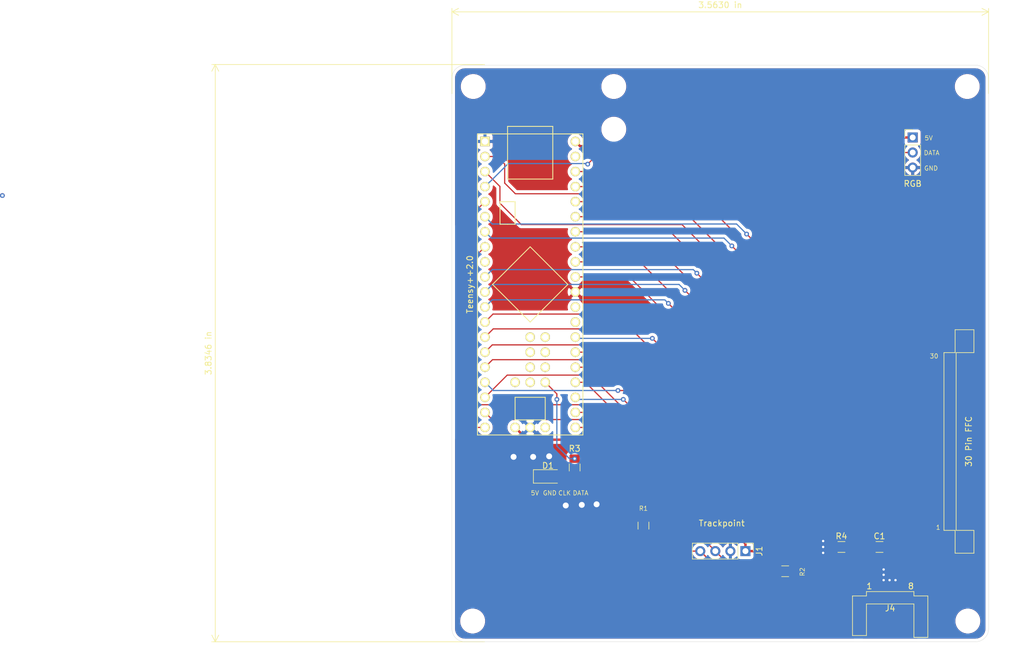
<source format=kicad_pcb>
(kicad_pcb (version 20171130) (host pcbnew "(5.0.0-3-g5ebb6b6)")

  (general
    (thickness 1.6)
    (drawings 20)
    (tracks 300)
    (zones 0)
    (modules 17)
    (nets 55)
  )

  (page A4)
  (layers
    (0 F.Cu signal)
    (31 B.Cu signal)
    (32 B.Adhes user)
    (33 F.Adhes user)
    (34 B.Paste user)
    (35 F.Paste user)
    (36 B.SilkS user)
    (37 F.SilkS user)
    (38 B.Mask user)
    (39 F.Mask user)
    (40 Dwgs.User user)
    (41 Cmts.User user)
    (42 Eco1.User user)
    (43 Eco2.User user)
    (44 Edge.Cuts user)
    (45 Margin user)
    (46 B.CrtYd user)
    (47 F.CrtYd user)
    (48 B.Fab user)
    (49 F.Fab user)
  )

  (setup
    (last_trace_width 0.2)
    (user_trace_width 0.4)
    (trace_clearance 0.17)
    (zone_clearance 0.508)
    (zone_45_only no)
    (trace_min 0.2)
    (segment_width 0.2)
    (edge_width 0.05)
    (via_size 0.8)
    (via_drill 0.4)
    (via_min_size 0.4)
    (via_min_drill 0.3)
    (user_via 1.2 0.6)
    (user_via 2 1)
    (uvia_size 0.3)
    (uvia_drill 0.1)
    (uvias_allowed no)
    (uvia_min_size 0.2)
    (uvia_min_drill 0.1)
    (pcb_text_width 0.3)
    (pcb_text_size 1.5 1.5)
    (mod_edge_width 0.12)
    (mod_text_size 1 1)
    (mod_text_width 0.15)
    (pad_size 1.524 1.524)
    (pad_drill 0.762)
    (pad_to_mask_clearance 0.051)
    (solder_mask_min_width 0.25)
    (aux_axis_origin 0 0)
    (visible_elements 7FFFFFFF)
    (pcbplotparams
      (layerselection 0x010fc_ffffffff)
      (usegerberextensions false)
      (usegerberattributes false)
      (usegerberadvancedattributes false)
      (creategerberjobfile false)
      (excludeedgelayer true)
      (linewidth 0.100000)
      (plotframeref false)
      (viasonmask false)
      (mode 1)
      (useauxorigin false)
      (hpglpennumber 1)
      (hpglpenspeed 20)
      (hpglpendiameter 15.000000)
      (psnegative false)
      (psa4output false)
      (plotreference true)
      (plotvalue true)
      (plotinvisibletext false)
      (padsonsilk false)
      (subtractmaskfromsilk false)
      (outputformat 1)
      (mirror false)
      (drillshape 1)
      (scaleselection 1)
      (outputdirectory ""))
  )

  (net 0 "")
  (net 1 5V)
  (net 2 GND)
  (net 3 CLK)
  (net 4 DATA)
  (net 5 RGB_DATA)
  (net 6 "Net-(J3-Pad27)")
  (net 7 "Net-(J3-Pad25)")
  (net 8 "Net-(J3-Pad23)")
  (net 9 "Net-(J3-Pad21)")
  (net 10 "Net-(J3-Pad19)")
  (net 11 "Net-(J3-Pad17)")
  (net 12 "Net-(J3-Pad15)")
  (net 13 FFC13)
  (net 14 "Net-(J3-Pad11)")
  (net 15 "Net-(J3-Pad9)")
  (net 16 FFC7)
  (net 17 "Net-(J3-Pad5)")
  (net 18 FFC3)
  (net 19 FFC1)
  (net 20 FFC14)
  (net 21 FFC28)
  (net 22 FFC12)
  (net 23 FFC10)
  (net 24 FFC22)
  (net 25 FFC24)
  (net 26 FFC2)
  (net 27 FFC18)
  (net 28 FFC4)
  (net 29 FFC26)
  (net 30 FFC20)
  (net 31 FFC6)
  (net 32 FFC16)
  (net 33 FFC8)
  (net 34 "Net-(J3-Pad30)")
  (net 35 FFC29)
  (net 36 "Net-(U1-Pad9)")
  (net 37 "Net-(U1-Pad23)")
  (net 38 "Net-(U1-Pad31)")
  (net 39 "Net-(U1-Pad32)")
  (net 40 "Net-(U1-Pad42)")
  (net 41 "Net-(U1-Pad44)")
  (net 42 "Net-(U1-Pad45)")
  (net 43 "Net-(U1-Pad46)")
  (net 44 "Net-(U1-Pad48)")
  (net 45 "Net-(U1-Pad49)")
  (net 46 "Net-(U1-Pad50)")
  (net 47 "Net-(U1-Pad51)")
  (net 48 "Net-(U1-Pad52)")
  (net 49 "Net-(D1-Pad2)")
  (net 50 CAPS)
  (net 51 MB1)
  (net 52 MB2)
  (net 53 MB3)
  (net 54 RST)

  (net_class Default "This is the default net class."
    (clearance 0.17)
    (trace_width 0.2)
    (via_dia 0.8)
    (via_drill 0.4)
    (uvia_dia 0.3)
    (uvia_drill 0.1)
    (add_net 5V)
    (add_net CAPS)
    (add_net CLK)
    (add_net DATA)
    (add_net FFC1)
    (add_net FFC10)
    (add_net FFC12)
    (add_net FFC13)
    (add_net FFC14)
    (add_net FFC16)
    (add_net FFC18)
    (add_net FFC2)
    (add_net FFC20)
    (add_net FFC22)
    (add_net FFC24)
    (add_net FFC26)
    (add_net FFC28)
    (add_net FFC29)
    (add_net FFC3)
    (add_net FFC4)
    (add_net FFC6)
    (add_net FFC7)
    (add_net FFC8)
    (add_net GND)
    (add_net MB1)
    (add_net MB2)
    (add_net MB3)
    (add_net "Net-(D1-Pad2)")
    (add_net "Net-(J3-Pad11)")
    (add_net "Net-(J3-Pad15)")
    (add_net "Net-(J3-Pad17)")
    (add_net "Net-(J3-Pad19)")
    (add_net "Net-(J3-Pad21)")
    (add_net "Net-(J3-Pad23)")
    (add_net "Net-(J3-Pad25)")
    (add_net "Net-(J3-Pad27)")
    (add_net "Net-(J3-Pad30)")
    (add_net "Net-(J3-Pad5)")
    (add_net "Net-(J3-Pad9)")
    (add_net "Net-(U1-Pad23)")
    (add_net "Net-(U1-Pad31)")
    (add_net "Net-(U1-Pad32)")
    (add_net "Net-(U1-Pad42)")
    (add_net "Net-(U1-Pad44)")
    (add_net "Net-(U1-Pad45)")
    (add_net "Net-(U1-Pad46)")
    (add_net "Net-(U1-Pad48)")
    (add_net "Net-(U1-Pad49)")
    (add_net "Net-(U1-Pad50)")
    (add_net "Net-(U1-Pad51)")
    (add_net "Net-(U1-Pad52)")
    (add_net "Net-(U1-Pad9)")
    (add_net RGB_DATA)
    (add_net RST)
  )

  (module MountingHole:MountingHole_3.2mm_M3 (layer F.Cu) (tedit 56D1B4CB) (tstamp 5ECD346F)
    (at 141.9 56.8)
    (descr "Mounting Hole 3.2mm, no annular, M3")
    (tags "mounting hole 3.2mm no annular m3")
    (attr virtual)
    (fp_text reference REF** (at 0 -4.2) (layer F.SilkS) hide
      (effects (font (size 1 1) (thickness 0.15)))
    )
    (fp_text value MountingHole_3.2mm_M3 (at 0 4.2) (layer F.Fab)
      (effects (font (size 1 1) (thickness 0.15)))
    )
    (fp_text user %R (at 0.3 0) (layer F.Fab)
      (effects (font (size 1 1) (thickness 0.15)))
    )
    (fp_circle (center 0 0) (end 3.2 0) (layer Cmts.User) (width 0.15))
    (fp_circle (center 0 0) (end 3.45 0) (layer F.CrtYd) (width 0.05))
    (pad 1 np_thru_hole circle (at 0 0) (size 3.2 3.2) (drill 3.2) (layers *.Cu *.Mask))
  )

  (module MountingHole:MountingHole_3.2mm_M3 (layer F.Cu) (tedit 56D1B4CB) (tstamp 5ECD3461)
    (at 141.9 64)
    (descr "Mounting Hole 3.2mm, no annular, M3")
    (tags "mounting hole 3.2mm no annular m3")
    (attr virtual)
    (fp_text reference REF** (at 0 -4.2) (layer F.SilkS) hide
      (effects (font (size 1 1) (thickness 0.15)))
    )
    (fp_text value MountingHole_3.2mm_M3 (at 0 4.2) (layer F.Fab)
      (effects (font (size 1 1) (thickness 0.15)))
    )
    (fp_circle (center 0 0) (end 3.45 0) (layer F.CrtYd) (width 0.05))
    (fp_circle (center 0 0) (end 3.2 0) (layer Cmts.User) (width 0.15))
    (fp_text user %R (at 0.3 0) (layer F.Fab)
      (effects (font (size 1 1) (thickness 0.15)))
    )
    (pad 1 np_thru_hole circle (at 0 0) (size 3.2 3.2) (drill 3.2) (layers *.Cu *.Mask))
  )

  (module MountingHole:MountingHole_3.2mm_M3 (layer F.Cu) (tedit 56D1B4CB) (tstamp 5ECD29B0)
    (at 201.6 147)
    (descr "Mounting Hole 3.2mm, no annular, M3")
    (tags "mounting hole 3.2mm no annular m3")
    (attr virtual)
    (fp_text reference REF** (at 0 -4.2) (layer F.SilkS) hide
      (effects (font (size 1 1) (thickness 0.15)))
    )
    (fp_text value MountingHole_3.2mm_M3 (at 0 4.2) (layer F.Fab)
      (effects (font (size 1 1) (thickness 0.15)))
    )
    (fp_text user %R (at 0.3 0) (layer F.Fab)
      (effects (font (size 1 1) (thickness 0.15)))
    )
    (fp_circle (center 0 0) (end 3.2 0) (layer Cmts.User) (width 0.15))
    (fp_circle (center 0 0) (end 3.45 0) (layer F.CrtYd) (width 0.05))
    (pad 1 np_thru_hole circle (at 0 0) (size 3.2 3.2) (drill 3.2) (layers *.Cu *.Mask))
  )

  (module MountingHole:MountingHole_3.2mm_M3 (layer F.Cu) (tedit 56D1B4CB) (tstamp 5ECD29A2)
    (at 118.1 147)
    (descr "Mounting Hole 3.2mm, no annular, M3")
    (tags "mounting hole 3.2mm no annular m3")
    (attr virtual)
    (fp_text reference REF** (at 0 -4.2) (layer F.SilkS) hide
      (effects (font (size 1 1) (thickness 0.15)))
    )
    (fp_text value MountingHole_3.2mm_M3 (at 0 4.2) (layer F.Fab)
      (effects (font (size 1 1) (thickness 0.15)))
    )
    (fp_circle (center 0 0) (end 3.45 0) (layer F.CrtYd) (width 0.05))
    (fp_circle (center 0 0) (end 3.2 0) (layer Cmts.User) (width 0.15))
    (fp_text user %R (at 0.3 0) (layer F.Fab)
      (effects (font (size 1 1) (thickness 0.15)))
    )
    (pad 1 np_thru_hole circle (at 0 0) (size 3.2 3.2) (drill 3.2) (layers *.Cu *.Mask))
  )

  (module MountingHole:MountingHole_3.2mm_M3 (layer F.Cu) (tedit 56D1B4CB) (tstamp 5ECD2994)
    (at 118.2 56.8)
    (descr "Mounting Hole 3.2mm, no annular, M3")
    (tags "mounting hole 3.2mm no annular m3")
    (attr virtual)
    (fp_text reference REF** (at 0 -4.2) (layer F.SilkS) hide
      (effects (font (size 1 1) (thickness 0.15)))
    )
    (fp_text value MountingHole_3.2mm_M3 (at 0 4.2) (layer F.Fab)
      (effects (font (size 1 1) (thickness 0.15)))
    )
    (fp_text user %R (at 0.3 0) (layer F.Fab)
      (effects (font (size 1 1) (thickness 0.15)))
    )
    (fp_circle (center 0 0) (end 3.2 0) (layer Cmts.User) (width 0.15))
    (fp_circle (center 0 0) (end 3.45 0) (layer F.CrtYd) (width 0.05))
    (pad 1 np_thru_hole circle (at 0 0) (size 3.2 3.2) (drill 3.2) (layers *.Cu *.Mask))
  )

  (module MountingHole:MountingHole_3.2mm_M3 (layer F.Cu) (tedit 56D1B4CB) (tstamp 5ECD298B)
    (at 201.5 56.8)
    (descr "Mounting Hole 3.2mm, no annular, M3")
    (tags "mounting hole 3.2mm no annular m3")
    (attr virtual)
    (fp_text reference REF** (at 0 -4.2) (layer F.SilkS) hide
      (effects (font (size 1 1) (thickness 0.15)))
    )
    (fp_text value MountingHole_3.2mm_M3 (at 0 4.2) (layer F.Fab)
      (effects (font (size 1 1) (thickness 0.15)))
    )
    (fp_circle (center 0 0) (end 3.45 0) (layer F.CrtYd) (width 0.05))
    (fp_circle (center 0 0) (end 3.2 0) (layer Cmts.User) (width 0.15))
    (fp_text user %R (at 0.3 0) (layer F.Fab)
      (effects (font (size 1 1) (thickness 0.15)))
    )
    (pad 1 np_thru_hole circle (at 0 0) (size 3.2 3.2) (drill 3.2) (layers *.Cu *.Mask))
  )

  (module teensy:Teensy2.0++ (layer F.Cu) (tedit 5A2919ED) (tstamp 5ECBDD82)
    (at 127.8 90.2 270)
    (descr 20)
    (path /5ECB772E)
    (fp_text reference U1 (at 0 -10.16 90) (layer F.SilkS) hide
      (effects (font (size 1 1) (thickness 0.15)))
    )
    (fp_text value Teensy++2.0 (at 0 10.16 90) (layer F.SilkS)
      (effects (font (size 1 1) (thickness 0.15)))
    )
    (fp_line (start -17.78 3.81) (end -17.78 -3.81) (layer F.SilkS) (width 0.15))
    (fp_line (start -26.67 -3.81) (end -26.67 3.81) (layer F.SilkS) (width 0.15))
    (fp_line (start -17.78 -3.81) (end -26.67 -3.81) (layer F.SilkS) (width 0.15))
    (fp_line (start -17.78 3.81) (end -26.67 3.81) (layer F.SilkS) (width 0.15))
    (fp_line (start -13.97 5.08) (end -10.16 5.08) (layer F.SilkS) (width 0.15))
    (fp_line (start -10.16 5.08) (end -10.16 3.81) (layer F.SilkS) (width 0.15))
    (fp_line (start -10.16 3.81) (end -10.16 2.54) (layer F.SilkS) (width 0.15))
    (fp_line (start -10.16 2.54) (end -13.97 2.54) (layer F.SilkS) (width 0.15))
    (fp_line (start -13.97 2.54) (end -13.97 5.08) (layer F.SilkS) (width 0.15))
    (fp_line (start 22.86 2.54) (end 19.05 2.54) (layer F.SilkS) (width 0.15))
    (fp_line (start 19.05 2.54) (end 19.05 -2.54) (layer F.SilkS) (width 0.15))
    (fp_line (start 19.05 -2.54) (end 22.86 -2.54) (layer F.SilkS) (width 0.15))
    (fp_line (start 22.86 -2.54) (end 22.86 2.54) (layer F.SilkS) (width 0.15))
    (fp_line (start 0 6.35) (end -6.35 0) (layer F.SilkS) (width 0.15))
    (fp_line (start -6.35 0) (end 0 -6.35) (layer F.SilkS) (width 0.15))
    (fp_line (start 0 -6.35) (end 6.35 0) (layer F.SilkS) (width 0.15))
    (fp_line (start 6.35 0) (end 0 6.35) (layer F.SilkS) (width 0.15))
    (fp_line (start -25.4 -8.89) (end 25.4 -8.89) (layer F.SilkS) (width 0.15))
    (fp_line (start 25.4 -8.89) (end 25.4 8.89) (layer F.SilkS) (width 0.15))
    (fp_line (start 25.4 8.89) (end -25.4 8.89) (layer F.SilkS) (width 0.15))
    (fp_line (start -25.4 8.89) (end -25.4 -8.89) (layer F.SilkS) (width 0.15))
    (pad 9 thru_hole circle (at -3.81 7.62 270) (size 1.6 1.6) (drill 1.1) (layers *.Cu *.Mask F.SilkS)
      (net 36 "Net-(U1-Pad9)"))
    (pad 10 thru_hole circle (at -1.27 7.62 270) (size 1.6 1.6) (drill 1.1) (layers *.Cu *.Mask F.SilkS)
      (net 24 FFC22))
    (pad 11 thru_hole circle (at 1.27 7.62 270) (size 1.6 1.6) (drill 1.1) (layers *.Cu *.Mask F.SilkS)
      (net 30 FFC20))
    (pad 8 thru_hole circle (at -6.35 7.62 270) (size 1.6 1.6) (drill 1.1) (layers *.Cu *.Mask F.SilkS)
      (net 3 CLK))
    (pad 7 thru_hole circle (at -8.89 7.62 270) (size 1.6 1.6) (drill 1.1) (layers *.Cu *.Mask F.SilkS)
      (net 29 FFC26))
    (pad 6 thru_hole circle (at -11.43 7.62 270) (size 1.6 1.6) (drill 1.1) (layers *.Cu *.Mask F.SilkS)
      (net 21 FFC28))
    (pad 5 thru_hole circle (at -13.97 7.62 270) (size 1.6 1.6) (drill 1.1) (layers *.Cu *.Mask F.SilkS)
      (net 4 DATA))
    (pad 4 thru_hole circle (at -16.51 7.62 270) (size 1.6 1.6) (drill 1.1) (layers *.Cu *.Mask F.SilkS)
      (net 5 RGB_DATA))
    (pad 3 thru_hole circle (at -19.05 7.62 270) (size 1.6 1.6) (drill 1.1) (layers *.Cu *.Mask F.SilkS)
      (net 25 FFC24))
    (pad 2 thru_hole circle (at -21.59 7.62 270) (size 1.6 1.6) (drill 1.1) (layers *.Cu *.Mask F.SilkS)
      (net 35 FFC29))
    (pad 1 thru_hole rect (at -24.13 7.62 270) (size 1.6 1.6) (drill 1.1) (layers *.Cu *.Mask F.SilkS)
      (net 2 GND))
    (pad 12 thru_hole circle (at 3.81 7.62 270) (size 1.6 1.6) (drill 1.1) (layers *.Cu *.Mask F.SilkS)
      (net 27 FFC18))
    (pad 13 thru_hole circle (at 6.35 7.62 270) (size 1.6 1.6) (drill 1.1) (layers *.Cu *.Mask F.SilkS)
      (net 32 FFC16))
    (pad 14 thru_hole circle (at 8.89 7.62 270) (size 1.6 1.6) (drill 1.1) (layers *.Cu *.Mask F.SilkS)
      (net 20 FFC14))
    (pad 15 thru_hole circle (at 11.43 7.62 270) (size 1.6 1.6) (drill 1.1) (layers *.Cu *.Mask F.SilkS)
      (net 22 FFC12))
    (pad 16 thru_hole circle (at 13.97 7.62 270) (size 1.6 1.6) (drill 1.1) (layers *.Cu *.Mask F.SilkS)
      (net 23 FFC10))
    (pad 17 thru_hole circle (at 16.51 7.62 270) (size 1.6 1.6) (drill 1.1) (layers *.Cu *.Mask F.SilkS)
      (net 33 FFC8))
    (pad 18 thru_hole circle (at 19.05 7.62 270) (size 1.6 1.6) (drill 1.1) (layers *.Cu *.Mask F.SilkS)
      (net 31 FFC6))
    (pad 19 thru_hole circle (at 21.59 7.62 270) (size 1.6 1.6) (drill 1.1) (layers *.Cu *.Mask F.SilkS)
      (net 26 FFC2))
    (pad 20 thru_hole circle (at 24.13 7.62 270) (size 1.6 1.6) (drill 1.1) (layers *.Cu *.Mask F.SilkS)
      (net 28 FFC4))
    (pad 21 thru_hole circle (at 24.13 2.54 270) (size 1.6 1.6) (drill 1.1) (layers *.Cu *.Mask F.SilkS)
      (net 1 5V))
    (pad 22 thru_hole circle (at 24.13 0 270) (size 1.6 1.6) (drill 1.1) (layers *.Cu *.Mask F.SilkS)
      (net 2 GND))
    (pad 23 thru_hole circle (at 24.13 -2.54 270) (size 1.6 1.6) (drill 1.1) (layers *.Cu *.Mask F.SilkS)
      (net 37 "Net-(U1-Pad23)"))
    (pad 24 thru_hole circle (at 24.13 -7.62 270) (size 1.6 1.6) (drill 1.1) (layers *.Cu *.Mask F.SilkS)
      (net 19 FFC1))
    (pad 25 thru_hole circle (at 21.59 -7.62 270) (size 1.6 1.6) (drill 1.1) (layers *.Cu *.Mask F.SilkS)
      (net 18 FFC3))
    (pad 26 thru_hole circle (at 19.05 -7.62 270) (size 1.6 1.6) (drill 1.1) (layers *.Cu *.Mask F.SilkS)
      (net 16 FFC7))
    (pad 27 thru_hole circle (at 16.51 -7.62 270) (size 1.6 1.6) (drill 1.1) (layers *.Cu *.Mask F.SilkS)
      (net 17 "Net-(J3-Pad5)"))
    (pad 28 thru_hole circle (at 13.97 -7.62 270) (size 1.6 1.6) (drill 1.1) (layers *.Cu *.Mask F.SilkS)
      (net 15 "Net-(J3-Pad9)"))
    (pad 29 thru_hole circle (at 11.43 -7.62 270) (size 1.6 1.6) (drill 1.1) (layers *.Cu *.Mask F.SilkS)
      (net 14 "Net-(J3-Pad11)"))
    (pad 30 thru_hole circle (at 8.89 -7.62 270) (size 1.6 1.6) (drill 1.1) (layers *.Cu *.Mask F.SilkS)
      (net 12 "Net-(J3-Pad15)"))
    (pad 31 thru_hole circle (at 6.35 -7.62 270) (size 1.6 1.6) (drill 1.1) (layers *.Cu *.Mask F.SilkS)
      (net 38 "Net-(U1-Pad31)"))
    (pad 32 thru_hole circle (at 3.81 -7.62 270) (size 1.6 1.6) (drill 1.1) (layers *.Cu *.Mask F.SilkS)
      (net 39 "Net-(U1-Pad32)"))
    (pad 33 thru_hole circle (at 1.27 -7.62 270) (size 1.6 1.6) (drill 1.1) (layers *.Cu *.Mask F.SilkS)
      (net 2 GND))
    (pad 34 thru_hole circle (at -1.27 -7.62 270) (size 1.6 1.6) (drill 1.1) (layers *.Cu *.Mask F.SilkS)
      (net 11 "Net-(J3-Pad17)"))
    (pad 35 thru_hole circle (at -3.81 -7.62 270) (size 1.6 1.6) (drill 1.1) (layers *.Cu *.Mask F.SilkS)
      (net 10 "Net-(J3-Pad19)"))
    (pad 36 thru_hole circle (at -6.35 -7.62 270) (size 1.6 1.6) (drill 1.1) (layers *.Cu *.Mask F.SilkS)
      (net 9 "Net-(J3-Pad21)"))
    (pad 37 thru_hole circle (at -8.89 -7.62 270) (size 1.6 1.6) (drill 1.1) (layers *.Cu *.Mask F.SilkS)
      (net 8 "Net-(J3-Pad23)"))
    (pad 38 thru_hole circle (at -11.43 -7.62 270) (size 1.6 1.6) (drill 1.1) (layers *.Cu *.Mask F.SilkS)
      (net 7 "Net-(J3-Pad25)"))
    (pad 39 thru_hole circle (at -13.97 -7.62 270) (size 1.6 1.6) (drill 1.1) (layers *.Cu *.Mask F.SilkS)
      (net 6 "Net-(J3-Pad27)"))
    (pad 40 thru_hole circle (at -16.51 -7.62 270) (size 1.6 1.6) (drill 1.1) (layers *.Cu *.Mask F.SilkS)
      (net 34 "Net-(J3-Pad30)"))
    (pad 41 thru_hole circle (at -19.05 -7.62 270) (size 1.6 1.6) (drill 1.1) (layers *.Cu *.Mask F.SilkS)
      (net 13 FFC13))
    (pad 42 thru_hole circle (at -21.59 -7.62 270) (size 1.6 1.6) (drill 1.1) (layers *.Cu *.Mask F.SilkS)
      (net 40 "Net-(U1-Pad42)"))
    (pad 43 thru_hole circle (at -24.13 -7.62 270) (size 1.6 1.6) (drill 1.1) (layers *.Cu *.Mask F.SilkS)
      (net 1 5V))
    (pad 44 thru_hole circle (at 8.89 -2.54 270) (size 1.6 1.6) (drill 1.1) (layers *.Cu *.Mask F.SilkS)
      (net 41 "Net-(U1-Pad44)"))
    (pad 45 thru_hole circle (at 11.43 -2.54 270) (size 1.6 1.6) (drill 1.1) (layers *.Cu *.Mask F.SilkS)
      (net 42 "Net-(U1-Pad45)"))
    (pad 46 thru_hole circle (at 13.97 -2.54 270) (size 1.6 1.6) (drill 1.1) (layers *.Cu *.Mask F.SilkS)
      (net 43 "Net-(U1-Pad46)"))
    (pad 47 thru_hole circle (at 16.51 -2.54 270) (size 1.6 1.6) (drill 1.1) (layers *.Cu *.Mask F.SilkS)
      (net 50 CAPS))
    (pad 48 thru_hole circle (at 8.89 0 270) (size 1.6 1.6) (drill 1.1) (layers *.Cu *.Mask F.SilkS)
      (net 44 "Net-(U1-Pad48)"))
    (pad 49 thru_hole circle (at 11.43 0 270) (size 1.6 1.6) (drill 1.1) (layers *.Cu *.Mask F.SilkS)
      (net 45 "Net-(U1-Pad49)"))
    (pad 50 thru_hole circle (at 13.97 0 270) (size 1.6 1.6) (drill 1.1) (layers *.Cu *.Mask F.SilkS)
      (net 46 "Net-(U1-Pad50)"))
    (pad 51 thru_hole circle (at 16.51 0 270) (size 1.6 1.6) (drill 1.1) (layers *.Cu *.Mask F.SilkS)
      (net 47 "Net-(U1-Pad51)"))
    (pad 52 thru_hole circle (at 16.51 2.54 270) (size 1.6 1.6) (drill 1.1) (layers *.Cu *.Mask F.SilkS)
      (net 48 "Net-(U1-Pad52)"))
  )

  (module Connector_PinHeader_2.54mm:PinHeader_1x03_P2.54mm_Vertical (layer F.Cu) (tedit 59FED5CC) (tstamp 5ECBDCD3)
    (at 192.3 65.4)
    (descr "Through hole straight pin header, 1x03, 2.54mm pitch, single row")
    (tags "Through hole pin header THT 1x03 2.54mm single row")
    (path /5ECE5965)
    (fp_text reference J2 (at 0 -2.33) (layer F.SilkS) hide
      (effects (font (size 1 1) (thickness 0.15)))
    )
    (fp_text value "RGB LEDs" (at 0 7.41) (layer F.Fab)
      (effects (font (size 1 1) (thickness 0.15)))
    )
    (fp_line (start -0.635 -1.27) (end 1.27 -1.27) (layer F.Fab) (width 0.1))
    (fp_line (start 1.27 -1.27) (end 1.27 6.35) (layer F.Fab) (width 0.1))
    (fp_line (start 1.27 6.35) (end -1.27 6.35) (layer F.Fab) (width 0.1))
    (fp_line (start -1.27 6.35) (end -1.27 -0.635) (layer F.Fab) (width 0.1))
    (fp_line (start -1.27 -0.635) (end -0.635 -1.27) (layer F.Fab) (width 0.1))
    (fp_line (start -1.33 6.41) (end 1.33 6.41) (layer F.SilkS) (width 0.12))
    (fp_line (start -1.33 1.27) (end -1.33 6.41) (layer F.SilkS) (width 0.12))
    (fp_line (start 1.33 1.27) (end 1.33 6.41) (layer F.SilkS) (width 0.12))
    (fp_line (start -1.33 1.27) (end 1.33 1.27) (layer F.SilkS) (width 0.12))
    (fp_line (start -1.33 0) (end -1.33 -1.33) (layer F.SilkS) (width 0.12))
    (fp_line (start -1.33 -1.33) (end 0 -1.33) (layer F.SilkS) (width 0.12))
    (fp_line (start -1.8 -1.8) (end -1.8 6.85) (layer F.CrtYd) (width 0.05))
    (fp_line (start -1.8 6.85) (end 1.8 6.85) (layer F.CrtYd) (width 0.05))
    (fp_line (start 1.8 6.85) (end 1.8 -1.8) (layer F.CrtYd) (width 0.05))
    (fp_line (start 1.8 -1.8) (end -1.8 -1.8) (layer F.CrtYd) (width 0.05))
    (fp_text user %R (at 0 2.54 90) (layer F.Fab)
      (effects (font (size 1 1) (thickness 0.15)))
    )
    (pad 1 thru_hole rect (at 0 0) (size 1.7 1.7) (drill 1) (layers *.Cu *.Mask)
      (net 1 5V))
    (pad 2 thru_hole oval (at 0 2.54) (size 1.7 1.7) (drill 1) (layers *.Cu *.Mask)
      (net 5 RGB_DATA))
    (pad 3 thru_hole oval (at 0 5.08) (size 1.7 1.7) (drill 1) (layers *.Cu *.Mask)
      (net 2 GND))
    (model ${KISYS3DMOD}/Connector_PinHeader_2.54mm.3dshapes/PinHeader_1x03_P2.54mm_Vertical.wrl
      (at (xyz 0 0 0))
      (scale (xyz 1 1 1))
      (rotate (xyz 0 0 0))
    )
  )

  (module Resistor_SMD:R_1206_3216Metric_Pad1.42x1.75mm_HandSolder (layer F.Cu) (tedit 5B301BBD) (tstamp 5ECD3051)
    (at 146.9 130.9 90)
    (descr "Resistor SMD 1206 (3216 Metric), square (rectangular) end terminal, IPC_7351 nominal with elongated pad for handsoldering. (Body size source: http://www.tortai-tech.com/upload/download/2011102023233369053.pdf), generated with kicad-footprint-generator")
    (tags "resistor handsolder")
    (path /5ED13A14)
    (attr smd)
    (fp_text reference R1 (at 2.9 0) (layer F.SilkS)
      (effects (font (size 0.75 0.75) (thickness 0.1)))
    )
    (fp_text value 4.7k (at 0 1.82 90) (layer F.Fab)
      (effects (font (size 1 1) (thickness 0.15)))
    )
    (fp_line (start -1.6 0.8) (end -1.6 -0.8) (layer F.Fab) (width 0.1))
    (fp_line (start -1.6 -0.8) (end 1.6 -0.8) (layer F.Fab) (width 0.1))
    (fp_line (start 1.6 -0.8) (end 1.6 0.8) (layer F.Fab) (width 0.1))
    (fp_line (start 1.6 0.8) (end -1.6 0.8) (layer F.Fab) (width 0.1))
    (fp_line (start -0.602064 -0.91) (end 0.602064 -0.91) (layer F.SilkS) (width 0.12))
    (fp_line (start -0.602064 0.91) (end 0.602064 0.91) (layer F.SilkS) (width 0.12))
    (fp_line (start -2.45 1.12) (end -2.45 -1.12) (layer F.CrtYd) (width 0.05))
    (fp_line (start -2.45 -1.12) (end 2.45 -1.12) (layer F.CrtYd) (width 0.05))
    (fp_line (start 2.45 -1.12) (end 2.45 1.12) (layer F.CrtYd) (width 0.05))
    (fp_line (start 2.45 1.12) (end -2.45 1.12) (layer F.CrtYd) (width 0.05))
    (fp_text user %R (at 0 0 90) (layer F.Fab)
      (effects (font (size 0.8 0.8) (thickness 0.12)))
    )
    (pad 1 smd roundrect (at -1.4875 0 90) (size 1.425 1.75) (layers F.Cu F.Paste F.Mask) (roundrect_rratio 0.175439)
      (net 3 CLK))
    (pad 2 smd roundrect (at 1.4875 0 90) (size 1.425 1.75) (layers F.Cu F.Paste F.Mask) (roundrect_rratio 0.175439)
      (net 1 5V))
    (model ${KISYS3DMOD}/Resistor_SMD.3dshapes/R_1206_3216Metric.wrl
      (at (xyz 0 0 0))
      (scale (xyz 1 1 1))
      (rotate (xyz 0 0 0))
    )
  )

  (module Resistor_SMD:R_1206_3216Metric_Pad1.42x1.75mm_HandSolder (layer F.Cu) (tedit 5B301BBD) (tstamp 5ECD3021)
    (at 170.8 138.6 180)
    (descr "Resistor SMD 1206 (3216 Metric), square (rectangular) end terminal, IPC_7351 nominal with elongated pad for handsoldering. (Body size source: http://www.tortai-tech.com/upload/download/2011102023233369053.pdf), generated with kicad-footprint-generator")
    (tags "resistor handsolder")
    (path /5ED1288C)
    (attr smd)
    (fp_text reference R2 (at -2.9 -0.1 270) (layer F.SilkS)
      (effects (font (size 0.75 0.75) (thickness 0.1)))
    )
    (fp_text value 4.7k (at 0 1.82) (layer F.Fab)
      (effects (font (size 1 1) (thickness 0.15)))
    )
    (fp_text user %R (at -0.4 -0.5) (layer F.Fab)
      (effects (font (size 0.8 0.8) (thickness 0.12)))
    )
    (fp_line (start 2.45 1.12) (end -2.45 1.12) (layer F.CrtYd) (width 0.05))
    (fp_line (start 2.45 -1.12) (end 2.45 1.12) (layer F.CrtYd) (width 0.05))
    (fp_line (start -2.45 -1.12) (end 2.45 -1.12) (layer F.CrtYd) (width 0.05))
    (fp_line (start -2.45 1.12) (end -2.45 -1.12) (layer F.CrtYd) (width 0.05))
    (fp_line (start -0.602064 0.91) (end 0.602064 0.91) (layer F.SilkS) (width 0.12))
    (fp_line (start -0.602064 -0.91) (end 0.602064 -0.91) (layer F.SilkS) (width 0.12))
    (fp_line (start 1.6 0.8) (end -1.6 0.8) (layer F.Fab) (width 0.1))
    (fp_line (start 1.6 -0.8) (end 1.6 0.8) (layer F.Fab) (width 0.1))
    (fp_line (start -1.6 -0.8) (end 1.6 -0.8) (layer F.Fab) (width 0.1))
    (fp_line (start -1.6 0.8) (end -1.6 -0.8) (layer F.Fab) (width 0.1))
    (pad 2 smd roundrect (at 1.4875 0 180) (size 1.425 1.75) (layers F.Cu F.Paste F.Mask) (roundrect_rratio 0.175439)
      (net 4 DATA))
    (pad 1 smd roundrect (at -1.4875 0 180) (size 1.425 1.75) (layers F.Cu F.Paste F.Mask) (roundrect_rratio 0.175439)
      (net 1 5V))
    (model ${KISYS3DMOD}/Resistor_SMD.3dshapes/R_1206_3216Metric.wrl
      (at (xyz 0 0 0))
      (scale (xyz 1 1 1))
      (rotate (xyz 0 0 0))
    )
  )

  (module Connector_PinHeader_2.54mm:PinHeader_1x04_P2.54mm_Vertical (layer F.Cu) (tedit 59FED5CC) (tstamp 5ECD1FDA)
    (at 164.1 135.2 270)
    (descr "Through hole straight pin header, 1x04, 2.54mm pitch, single row")
    (tags "Through hole pin header THT 1x04 2.54mm single row")
    (path /5ECE86A8)
    (fp_text reference J1 (at 0 -2.33 90) (layer F.SilkS)
      (effects (font (size 1 1) (thickness 0.15)))
    )
    (fp_text value Trackpoint (at -4.7 4) (layer F.SilkS)
      (effects (font (size 1 1) (thickness 0.15)))
    )
    (fp_line (start -0.635 -1.27) (end 1.27 -1.27) (layer F.Fab) (width 0.1))
    (fp_line (start 1.27 -1.27) (end 1.27 8.89) (layer F.Fab) (width 0.1))
    (fp_line (start 1.27 8.89) (end -1.27 8.89) (layer F.Fab) (width 0.1))
    (fp_line (start -1.27 8.89) (end -1.27 -0.635) (layer F.Fab) (width 0.1))
    (fp_line (start -1.27 -0.635) (end -0.635 -1.27) (layer F.Fab) (width 0.1))
    (fp_line (start -1.33 8.95) (end 1.33 8.95) (layer F.SilkS) (width 0.12))
    (fp_line (start -1.33 1.27) (end -1.33 8.95) (layer F.SilkS) (width 0.12))
    (fp_line (start 1.33 1.27) (end 1.33 8.95) (layer F.SilkS) (width 0.12))
    (fp_line (start -1.33 1.27) (end 1.33 1.27) (layer F.SilkS) (width 0.12))
    (fp_line (start -1.33 0) (end -1.33 -1.33) (layer F.SilkS) (width 0.12))
    (fp_line (start -1.33 -1.33) (end 0 -1.33) (layer F.SilkS) (width 0.12))
    (fp_line (start -1.8 -1.8) (end -1.8 9.4) (layer F.CrtYd) (width 0.05))
    (fp_line (start -1.8 9.4) (end 1.8 9.4) (layer F.CrtYd) (width 0.05))
    (fp_line (start 1.8 9.4) (end 1.8 -1.8) (layer F.CrtYd) (width 0.05))
    (fp_line (start 1.8 -1.8) (end -1.8 -1.8) (layer F.CrtYd) (width 0.05))
    (fp_text user %R (at 0 3.81) (layer F.Fab)
      (effects (font (size 1 1) (thickness 0.15)))
    )
    (pad 1 thru_hole rect (at 0 0 270) (size 1.7 1.7) (drill 1) (layers *.Cu *.Mask)
      (net 1 5V))
    (pad 2 thru_hole oval (at 0 2.54 270) (size 1.7 1.7) (drill 1) (layers *.Cu *.Mask)
      (net 2 GND))
    (pad 3 thru_hole oval (at 0 5.08 270) (size 1.7 1.7) (drill 1) (layers *.Cu *.Mask)
      (net 3 CLK))
    (pad 4 thru_hole oval (at 0 7.62 270) (size 1.7 1.7) (drill 1) (layers *.Cu *.Mask)
      (net 4 DATA))
    (model ${KISYS3DMOD}/Connector_PinHeader_2.54mm.3dshapes/PinHeader_1x04_P2.54mm_Vertical.wrl
      (at (xyz 0 0 0))
      (scale (xyz 1 1 1))
      (rotate (xyz 0 0 0))
    )
  )

  (module custom:FFC_30_GCT (layer F.Cu) (tedit 0) (tstamp 5ECD20AF)
    (at 198.6 116.7 90)
    (path /5ECBEBDB)
    (attr smd)
    (fp_text reference J3 (at 0 2 90) (layer F.SilkS) hide
      (effects (font (size 1 1) (thickness 0.15)))
    )
    (fp_text value "30 Pin FFC" (at 0 3.15 90) (layer F.SilkS)
      (effects (font (size 1 1) (thickness 0.15)))
    )
    (fp_line (start -15 -1.03) (end 15 -1.03) (layer F.SilkS) (width 0.12))
    (fp_line (start -15 1.03) (end 15 1.03) (layer F.SilkS) (width 0.12))
    (fp_line (start -15 1.03) (end -15 4.02) (layer F.SilkS) (width 0.12))
    (fp_line (start 15 1.03) (end 15 4.02) (layer F.SilkS) (width 0.12))
    (fp_line (start -15 4.02) (end -18.86 4.02) (layer F.SilkS) (width 0.12))
    (fp_line (start 15 4.02) (end 18.86 4.02) (layer F.SilkS) (width 0.12))
    (fp_line (start -18.86 4.02) (end -18.86 0.86) (layer F.SilkS) (width 0.12))
    (fp_line (start 18.86 4.02) (end 18.86 0.86) (layer F.SilkS) (width 0.12))
    (fp_line (start -18.86 0.86) (end -15 0.86) (layer F.SilkS) (width 0.12))
    (fp_line (start 18.86 0.86) (end 15 0.86) (layer F.SilkS) (width 0.12))
    (fp_line (start -15 0.86) (end -15 -1.03) (layer F.SilkS) (width 0.12))
    (fp_line (start 15 0.86) (end 15 -1.03) (layer F.SilkS) (width 0.12))
    (fp_line (start -19.1 -1.25) (end 19.1 -1.25) (layer F.CrtYd) (width 0.05))
    (fp_line (start 19.1 -1.25) (end 19.1 4.25) (layer F.CrtYd) (width 0.05))
    (fp_line (start -19.1 4.25) (end 19.1 4.25) (layer F.CrtYd) (width 0.05))
    (fp_line (start -19.1 -1.25) (end -19.1 4.25) (layer F.CrtYd) (width 0.05))
    (pad 1 smd rect (at -14.5 0 90) (size 0.6 1.7) (layers F.Cu F.Paste F.Mask)
      (net 19 FFC1))
    (pad 2 smd rect (at -13.5 0 90) (size 0.6 1.7) (layers F.Cu F.Paste F.Mask)
      (net 26 FFC2))
    (pad 3 smd rect (at -12.5 0 90) (size 0.6 1.7) (layers F.Cu F.Paste F.Mask)
      (net 18 FFC3))
    (pad 4 smd rect (at -11.5 0 90) (size 0.6 1.7) (layers F.Cu F.Paste F.Mask)
      (net 28 FFC4))
    (pad 5 smd rect (at -10.5 0 90) (size 0.6 1.7) (layers F.Cu F.Paste F.Mask)
      (net 17 "Net-(J3-Pad5)"))
    (pad 6 smd rect (at -9.5 0 90) (size 0.6 1.7) (layers F.Cu F.Paste F.Mask)
      (net 31 FFC6))
    (pad 7 smd rect (at -8.5 0 90) (size 0.6 1.7) (layers F.Cu F.Paste F.Mask)
      (net 16 FFC7))
    (pad 8 smd rect (at -7.5 0 90) (size 0.6 1.7) (layers F.Cu F.Paste F.Mask)
      (net 33 FFC8))
    (pad 9 smd rect (at -6.5 0 90) (size 0.6 1.7) (layers F.Cu F.Paste F.Mask)
      (net 15 "Net-(J3-Pad9)"))
    (pad 10 smd rect (at -5.5 0 90) (size 0.6 1.7) (layers F.Cu F.Paste F.Mask)
      (net 23 FFC10))
    (pad 11 smd rect (at -4.5 0 90) (size 0.6 1.7) (layers F.Cu F.Paste F.Mask)
      (net 14 "Net-(J3-Pad11)"))
    (pad 12 smd rect (at -3.5 0 90) (size 0.6 1.7) (layers F.Cu F.Paste F.Mask)
      (net 22 FFC12))
    (pad 13 smd rect (at -2.5 0 90) (size 0.6 1.7) (layers F.Cu F.Paste F.Mask)
      (net 13 FFC13))
    (pad 14 smd rect (at -1.5 0 90) (size 0.6 1.7) (layers F.Cu F.Paste F.Mask)
      (net 20 FFC14))
    (pad 15 smd rect (at -0.5 0 90) (size 0.6 1.7) (layers F.Cu F.Paste F.Mask)
      (net 12 "Net-(J3-Pad15)"))
    (pad 16 smd rect (at 0.5 0 90) (size 0.6 1.7) (layers F.Cu F.Paste F.Mask)
      (net 32 FFC16))
    (pad 17 smd rect (at 1.5 0 90) (size 0.6 1.7) (layers F.Cu F.Paste F.Mask)
      (net 11 "Net-(J3-Pad17)"))
    (pad 18 smd rect (at 2.5 0 90) (size 0.6 1.7) (layers F.Cu F.Paste F.Mask)
      (net 27 FFC18))
    (pad 19 smd rect (at 3.5 0 90) (size 0.6 1.7) (layers F.Cu F.Paste F.Mask)
      (net 10 "Net-(J3-Pad19)"))
    (pad 20 smd rect (at 4.5 0 90) (size 0.6 1.7) (layers F.Cu F.Paste F.Mask)
      (net 30 FFC20))
    (pad 21 smd rect (at 5.5 0 90) (size 0.6 1.7) (layers F.Cu F.Paste F.Mask)
      (net 9 "Net-(J3-Pad21)"))
    (pad 22 smd rect (at 6.5 0 90) (size 0.6 1.7) (layers F.Cu F.Paste F.Mask)
      (net 24 FFC22))
    (pad 23 smd rect (at 7.5 0 90) (size 0.6 1.7) (layers F.Cu F.Paste F.Mask)
      (net 8 "Net-(J3-Pad23)"))
    (pad 24 smd rect (at 8.5 0 90) (size 0.6 1.7) (layers F.Cu F.Paste F.Mask)
      (net 25 FFC24))
    (pad 25 smd rect (at 9.5 0 90) (size 0.6 1.7) (layers F.Cu F.Paste F.Mask)
      (net 7 "Net-(J3-Pad25)"))
    (pad 26 smd rect (at 10.5 0 90) (size 0.6 1.7) (layers F.Cu F.Paste F.Mask)
      (net 29 FFC26))
    (pad 27 smd rect (at 11.5 0 90) (size 0.6 1.7) (layers F.Cu F.Paste F.Mask)
      (net 6 "Net-(J3-Pad27)"))
    (pad 28 smd rect (at 12.5 0 90) (size 0.6 1.7) (layers F.Cu F.Paste F.Mask)
      (net 21 FFC28))
    (pad 29 smd rect (at 13.5 0 90) (size 0.6 1.7) (layers F.Cu F.Paste F.Mask)
      (net 35 FFC29))
    (pad 30 smd rect (at 14.5 0 90) (size 0.6 1.7) (layers F.Cu F.Paste F.Mask)
      (net 34 "Net-(J3-Pad30)"))
    (pad 0 smd rect (at -17.25 2.5 90) (size 2.5 2.8) (layers F.Cu F.Paste F.Mask))
    (pad 0 smd rect (at 17.25 2.5 90) (size 2.5 2.8) (layers F.Cu F.Paste F.Mask))
  )

  (module LED_SMD:LED_1206_3216Metric_Pad1.42x1.75mm_HandSolder (layer F.Cu) (tedit 5B4B45C9) (tstamp 5ECD3949)
    (at 130.8 122.6)
    (descr "LED SMD 1206 (3216 Metric), square (rectangular) end terminal, IPC_7351 nominal, (Body size source: http://www.tortai-tech.com/upload/download/2011102023233369053.pdf), generated with kicad-footprint-generator")
    (tags "LED handsolder")
    (path /5ECD3ABB)
    (attr smd)
    (fp_text reference D1 (at 0 -1.82) (layer F.SilkS)
      (effects (font (size 1 1) (thickness 0.15)))
    )
    (fp_text value LED (at 0 1.82) (layer F.Fab)
      (effects (font (size 1 1) (thickness 0.15)))
    )
    (fp_line (start 1.6 -0.8) (end -1.2 -0.8) (layer F.Fab) (width 0.1))
    (fp_line (start -1.2 -0.8) (end -1.6 -0.4) (layer F.Fab) (width 0.1))
    (fp_line (start -1.6 -0.4) (end -1.6 0.8) (layer F.Fab) (width 0.1))
    (fp_line (start -1.6 0.8) (end 1.6 0.8) (layer F.Fab) (width 0.1))
    (fp_line (start 1.6 0.8) (end 1.6 -0.8) (layer F.Fab) (width 0.1))
    (fp_line (start 1.6 -1.135) (end -2.46 -1.135) (layer F.SilkS) (width 0.12))
    (fp_line (start -2.46 -1.135) (end -2.46 1.135) (layer F.SilkS) (width 0.12))
    (fp_line (start -2.46 1.135) (end 1.6 1.135) (layer F.SilkS) (width 0.12))
    (fp_line (start -2.45 1.12) (end -2.45 -1.12) (layer F.CrtYd) (width 0.05))
    (fp_line (start -2.45 -1.12) (end 2.45 -1.12) (layer F.CrtYd) (width 0.05))
    (fp_line (start 2.45 -1.12) (end 2.45 1.12) (layer F.CrtYd) (width 0.05))
    (fp_line (start 2.45 1.12) (end -2.45 1.12) (layer F.CrtYd) (width 0.05))
    (fp_text user %R (at 0 0) (layer F.Fab)
      (effects (font (size 0.8 0.8) (thickness 0.12)))
    )
    (pad 1 smd roundrect (at -1.4875 0) (size 1.425 1.75) (layers F.Cu F.Paste F.Mask) (roundrect_rratio 0.175439)
      (net 2 GND))
    (pad 2 smd roundrect (at 1.4875 0) (size 1.425 1.75) (layers F.Cu F.Paste F.Mask) (roundrect_rratio 0.175439)
      (net 49 "Net-(D1-Pad2)"))
    (model ${KISYS3DMOD}/LED_SMD.3dshapes/LED_1206_3216Metric.wrl
      (at (xyz 0 0 0))
      (scale (xyz 1 1 1))
      (rotate (xyz 0 0 0))
    )
  )

  (module Resistor_SMD:R_1206_3216Metric_Pad1.42x1.75mm_HandSolder (layer F.Cu) (tedit 5B301BBD) (tstamp 5ECD395A)
    (at 135.3 121.0875 90)
    (descr "Resistor SMD 1206 (3216 Metric), square (rectangular) end terminal, IPC_7351 nominal with elongated pad for handsoldering. (Body size source: http://www.tortai-tech.com/upload/download/2011102023233369053.pdf), generated with kicad-footprint-generator")
    (tags "resistor handsolder")
    (path /5ECD2990)
    (attr smd)
    (fp_text reference R3 (at 3.1875 0 180) (layer F.SilkS)
      (effects (font (size 1 1) (thickness 0.15)))
    )
    (fp_text value R (at 0 1.82 90) (layer F.Fab)
      (effects (font (size 1 1) (thickness 0.15)))
    )
    (fp_line (start -1.6 0.8) (end -1.6 -0.8) (layer F.Fab) (width 0.1))
    (fp_line (start -1.6 -0.8) (end 1.6 -0.8) (layer F.Fab) (width 0.1))
    (fp_line (start 1.6 -0.8) (end 1.6 0.8) (layer F.Fab) (width 0.1))
    (fp_line (start 1.6 0.8) (end -1.6 0.8) (layer F.Fab) (width 0.1))
    (fp_line (start -0.602064 -0.91) (end 0.602064 -0.91) (layer F.SilkS) (width 0.12))
    (fp_line (start -0.602064 0.91) (end 0.602064 0.91) (layer F.SilkS) (width 0.12))
    (fp_line (start -2.45 1.12) (end -2.45 -1.12) (layer F.CrtYd) (width 0.05))
    (fp_line (start -2.45 -1.12) (end 2.45 -1.12) (layer F.CrtYd) (width 0.05))
    (fp_line (start 2.45 -1.12) (end 2.45 1.12) (layer F.CrtYd) (width 0.05))
    (fp_line (start 2.45 1.12) (end -2.45 1.12) (layer F.CrtYd) (width 0.05))
    (fp_text user %R (at 0 0 90) (layer F.Fab)
      (effects (font (size 0.8 0.8) (thickness 0.12)))
    )
    (pad 1 smd roundrect (at -1.4875 0 90) (size 1.425 1.75) (layers F.Cu F.Paste F.Mask) (roundrect_rratio 0.175439)
      (net 49 "Net-(D1-Pad2)"))
    (pad 2 smd roundrect (at 1.4875 0 90) (size 1.425 1.75) (layers F.Cu F.Paste F.Mask) (roundrect_rratio 0.175439)
      (net 50 CAPS))
    (model ${KISYS3DMOD}/Resistor_SMD.3dshapes/R_1206_3216Metric.wrl
      (at (xyz 0 0 0))
      (scale (xyz 1 1 1))
      (rotate (xyz 0 0 0))
    )
  )

  (module custom:FFC_8_TE (layer F.Cu) (tedit 5ECE590C) (tstamp 5ECEB3E1)
    (at 188.5 143.1)
    (path /5ECE5B13)
    (attr smd)
    (fp_text reference J4 (at 0 1.75) (layer F.SilkS)
      (effects (font (size 1 1) (thickness 0.15)))
    )
    (fp_text value Conn_01x08_Male (at 0 2.9) (layer F.Fab)
      (effects (font (size 1 1) (thickness 0.15)))
    )
    (fp_line (start -4 -1.0668) (end 4 -1.0668) (layer F.SilkS) (width 0.12))
    (fp_line (start -4 1.016) (end 3.9868 1.016) (layer F.SilkS) (width 0.12))
    (fp_line (start -4 1.016) (end -4 6.35) (layer F.SilkS) (width 0.12))
    (fp_line (start 4 1.016) (end 4 6.6548) (layer F.SilkS) (width 0.12))
    (fp_line (start -4 6.35) (end -6.35 6.35) (layer F.SilkS) (width 0.12))
    (fp_line (start 4 6.6548) (end 6.35 6.6548) (layer F.SilkS) (width 0.12))
    (fp_line (start -6.35 6.35) (end -6.35 -0.34) (layer F.SilkS) (width 0.12))
    (fp_line (start 6.35 6.6548) (end 6.35 -0.34) (layer F.SilkS) (width 0.12))
    (fp_line (start -6.35 -0.34) (end -4 -0.34) (layer F.SilkS) (width 0.12))
    (fp_line (start 6.35 -0.34) (end 4 -0.34) (layer F.SilkS) (width 0.12))
    (fp_line (start -4 -0.34) (end -4 -1.0668) (layer F.SilkS) (width 0.12))
    (fp_line (start 4 -0.34) (end 4 -1.0668) (layer F.SilkS) (width 0.12))
    (fp_line (start -5.9 -1) (end 5.9 -1) (layer F.CrtYd) (width 0.05))
    (fp_line (start 5.9 -1) (end 5.9 3.05) (layer F.CrtYd) (width 0.05))
    (fp_line (start -5.9 3.05) (end 5.9 3.05) (layer F.CrtYd) (width 0.05))
    (fp_line (start -5.9 -1) (end -5.9 3.05) (layer F.CrtYd) (width 0.05))
    (fp_text user 1 (at -3.5052 -1.9812) (layer F.SilkS)
      (effects (font (size 1 1) (thickness 0.15)))
    )
    (fp_text user 8 (at 3.5052 -1.9812) (layer F.SilkS)
      (effects (font (size 1 1) (thickness 0.15)))
    )
    (pad 1 smd rect (at -3.5 0) (size 0.6 1.7) (layers F.Cu F.Paste F.Mask)
      (net 1 5V))
    (pad 2 smd rect (at -2.5 0) (size 0.6 1.7) (layers F.Cu F.Paste F.Mask)
      (net 2 GND))
    (pad 3 smd rect (at -1.5 0) (size 0.6 1.7) (layers F.Cu F.Paste F.Mask)
      (net 3 CLK))
    (pad 4 smd rect (at -0.5 0) (size 0.6 1.7) (layers F.Cu F.Paste F.Mask)
      (net 51 MB1))
    (pad 5 smd rect (at 0.5 0) (size 0.6 1.7) (layers F.Cu F.Paste F.Mask)
      (net 52 MB2))
    (pad 6 smd rect (at 1.5 0) (size 0.6 1.7) (layers F.Cu F.Paste F.Mask)
      (net 53 MB3))
    (pad 7 smd rect (at 2.5 0) (size 0.6 1.7) (layers F.Cu F.Paste F.Mask)
      (net 54 RST))
    (pad 8 smd rect (at 3.5 0) (size 0.6 1.7) (layers F.Cu F.Paste F.Mask)
      (net 4 DATA))
    (pad 0 smd rect (at -5.334 5.2324) (size 1.2 1.8) (layers F.Cu F.Paste F.Mask))
    (pad 0 smd rect (at 5.334 5.2324) (size 1.2 1.8) (layers F.Cu F.Paste F.Mask))
  )

  (module Capacitor_SMD:C_1206_3216Metric_Pad1.42x1.75mm_HandSolder (layer F.Cu) (tedit 5B301BBE) (tstamp 5ECF3C57)
    (at 186.7 134.5)
    (descr "Capacitor SMD 1206 (3216 Metric), square (rectangular) end terminal, IPC_7351 nominal with elongated pad for handsoldering. (Body size source: http://www.tortai-tech.com/upload/download/2011102023233369053.pdf), generated with kicad-footprint-generator")
    (tags "capacitor handsolder")
    (path /5ECF4187)
    (attr smd)
    (fp_text reference C1 (at 0 -1.82) (layer F.SilkS)
      (effects (font (size 1 1) (thickness 0.15)))
    )
    (fp_text value 2.2uF (at 0 1.82) (layer F.Fab)
      (effects (font (size 1 1) (thickness 0.15)))
    )
    (fp_line (start -1.6 0.8) (end -1.6 -0.8) (layer F.Fab) (width 0.1))
    (fp_line (start -1.6 -0.8) (end 1.6 -0.8) (layer F.Fab) (width 0.1))
    (fp_line (start 1.6 -0.8) (end 1.6 0.8) (layer F.Fab) (width 0.1))
    (fp_line (start 1.6 0.8) (end -1.6 0.8) (layer F.Fab) (width 0.1))
    (fp_line (start -0.602064 -0.91) (end 0.602064 -0.91) (layer F.SilkS) (width 0.12))
    (fp_line (start -0.602064 0.91) (end 0.602064 0.91) (layer F.SilkS) (width 0.12))
    (fp_line (start -2.45 1.12) (end -2.45 -1.12) (layer F.CrtYd) (width 0.05))
    (fp_line (start -2.45 -1.12) (end 2.45 -1.12) (layer F.CrtYd) (width 0.05))
    (fp_line (start 2.45 -1.12) (end 2.45 1.12) (layer F.CrtYd) (width 0.05))
    (fp_line (start 2.45 1.12) (end -2.45 1.12) (layer F.CrtYd) (width 0.05))
    (fp_text user %R (at 0 0) (layer F.Fab)
      (effects (font (size 0.8 0.8) (thickness 0.12)))
    )
    (pad 1 smd roundrect (at -1.4875 0) (size 1.425 1.75) (layers F.Cu F.Paste F.Mask) (roundrect_rratio 0.175439)
      (net 1 5V))
    (pad 2 smd roundrect (at 1.4875 0) (size 1.425 1.75) (layers F.Cu F.Paste F.Mask) (roundrect_rratio 0.175439)
      (net 54 RST))
    (model ${KISYS3DMOD}/Capacitor_SMD.3dshapes/C_1206_3216Metric.wrl
      (at (xyz 0 0 0))
      (scale (xyz 1 1 1))
      (rotate (xyz 0 0 0))
    )
  )

  (module Resistor_SMD:R_1206_3216Metric_Pad1.42x1.75mm_HandSolder (layer F.Cu) (tedit 5B301BBD) (tstamp 5ECF3C68)
    (at 180.2875 134.5)
    (descr "Resistor SMD 1206 (3216 Metric), square (rectangular) end terminal, IPC_7351 nominal with elongated pad for handsoldering. (Body size source: http://www.tortai-tech.com/upload/download/2011102023233369053.pdf), generated with kicad-footprint-generator")
    (tags "resistor handsolder")
    (path /5ECF4908)
    (attr smd)
    (fp_text reference R4 (at 0 -1.82) (layer F.SilkS)
      (effects (font (size 1 1) (thickness 0.15)))
    )
    (fp_text value 100K (at 0 1.82) (layer F.Fab)
      (effects (font (size 1 1) (thickness 0.15)))
    )
    (fp_line (start -1.6 0.8) (end -1.6 -0.8) (layer F.Fab) (width 0.1))
    (fp_line (start -1.6 -0.8) (end 1.6 -0.8) (layer F.Fab) (width 0.1))
    (fp_line (start 1.6 -0.8) (end 1.6 0.8) (layer F.Fab) (width 0.1))
    (fp_line (start 1.6 0.8) (end -1.6 0.8) (layer F.Fab) (width 0.1))
    (fp_line (start -0.602064 -0.91) (end 0.602064 -0.91) (layer F.SilkS) (width 0.12))
    (fp_line (start -0.602064 0.91) (end 0.602064 0.91) (layer F.SilkS) (width 0.12))
    (fp_line (start -2.45 1.12) (end -2.45 -1.12) (layer F.CrtYd) (width 0.05))
    (fp_line (start -2.45 -1.12) (end 2.45 -1.12) (layer F.CrtYd) (width 0.05))
    (fp_line (start 2.45 -1.12) (end 2.45 1.12) (layer F.CrtYd) (width 0.05))
    (fp_line (start 2.45 1.12) (end -2.45 1.12) (layer F.CrtYd) (width 0.05))
    (fp_text user %R (at 0 0) (layer F.Fab)
      (effects (font (size 0.8 0.8) (thickness 0.12)))
    )
    (pad 1 smd roundrect (at -1.4875 0) (size 1.425 1.75) (layers F.Cu F.Paste F.Mask) (roundrect_rratio 0.175439)
      (net 2 GND))
    (pad 2 smd roundrect (at 1.4875 0) (size 1.425 1.75) (layers F.Cu F.Paste F.Mask) (roundrect_rratio 0.175439)
      (net 54 RST))
    (model ${KISYS3DMOD}/Resistor_SMD.3dshapes/R_1206_3216Metric.wrl
      (at (xyz 0 0 0))
      (scale (xyz 1 1 1))
      (rotate (xyz 0 0 0))
    )
  )

  (dimension 97.4 (width 0.12) (layer F.SilkS)
    (gr_text "97.400 mm" (at 73.43 101.8 270) (layer F.SilkS)
      (effects (font (size 1 1) (thickness 0.15)))
    )
    (feature1 (pts (xy 120.1 150.5) (xy 74.113579 150.5)))
    (feature2 (pts (xy 120.1 53.1) (xy 74.113579 53.1)))
    (crossbar (pts (xy 74.7 53.1) (xy 74.7 150.5)))
    (arrow1a (pts (xy 74.7 150.5) (xy 74.113579 149.373496)))
    (arrow1b (pts (xy 74.7 150.5) (xy 75.286421 149.373496)))
    (arrow2a (pts (xy 74.7 53.1) (xy 74.113579 54.226504)))
    (arrow2b (pts (xy 74.7 53.1) (xy 75.286421 54.226504)))
  )
  (dimension 90.5 (width 0.12) (layer F.SilkS)
    (gr_text "90.500 mm" (at 159.85 42.93) (layer F.SilkS)
      (effects (font (size 1 1) (thickness 0.15)))
    )
    (feature1 (pts (xy 205.1 58) (xy 205.1 43.613579)))
    (feature2 (pts (xy 114.6 58) (xy 114.6 43.613579)))
    (crossbar (pts (xy 114.6 44.2) (xy 205.1 44.2)))
    (arrow1a (pts (xy 205.1 44.2) (xy 203.973496 44.786421)))
    (arrow1b (pts (xy 205.1 44.2) (xy 203.973496 43.613579)))
    (arrow2a (pts (xy 114.6 44.2) (xy 115.726504 44.786421)))
    (arrow2b (pts (xy 114.6 44.2) (xy 115.726504 43.613579)))
  )
  (gr_text 1 (at 196.6 131.2) (layer F.SilkS) (tstamp 5ECD317C)
    (effects (font (size 0.75 0.75) (thickness 0.1)))
  )
  (gr_text 30 (at 195.9 102.3) (layer F.SilkS) (tstamp 5ECD3179)
    (effects (font (size 0.75 0.75) (thickness 0.1)))
  )
  (gr_line (start 205.1 55.4) (end 205.1 148.3) (layer Edge.Cuts) (width 0.05) (tstamp 5ECD2DE2))
  (gr_line (start 116.8 53.2) (end 202.9 53.2) (layer Edge.Cuts) (width 0.05) (tstamp 5ECD2DE1))
  (gr_line (start 114.6 148.3) (end 114.6 55.4) (layer Edge.Cuts) (width 0.05) (tstamp 5ECD2DE0))
  (gr_line (start 202.9 150.5) (end 116.8 150.5) (layer Edge.Cuts) (width 0.05) (tstamp 5ECE4B24))
  (gr_arc (start 202.9 148.3) (end 202.9 150.5) (angle -90) (layer Edge.Cuts) (width 0.05) (tstamp 5ECE4B1E))
  (gr_arc (start 116.8 148.3) (end 114.6 148.3) (angle -90) (layer Edge.Cuts) (width 0.05) (tstamp 5ECE4B21))
  (gr_arc (start 116.8 55.4) (end 116.8 53.2) (angle -90) (layer Edge.Cuts) (width 0.05) (tstamp 5ECD2DB8))
  (gr_arc (start 202.9 55.4) (end 205.1 55.4) (angle -90) (layer Edge.Cuts) (width 0.05))
  (gr_text 5V (at 195 65.5) (layer F.SilkS) (tstamp 5ECD2515)
    (effects (font (size 0.75 0.75) (thickness 0.1)))
  )
  (gr_text GND (at 195.4 70.6) (layer F.SilkS) (tstamp 5ECD251B)
    (effects (font (size 0.75 0.75) (thickness 0.1)))
  )
  (gr_text DATA (at 195.5 68) (layer F.SilkS) (tstamp 5ECD2518)
    (effects (font (size 0.75 0.75) (thickness 0.1)))
  )
  (gr_text RGB (at 192.3 73.2) (layer F.SilkS) (tstamp 5ECD251E)
    (effects (font (size 1 1) (thickness 0.15)))
  )
  (gr_text 5V (at 128.6 125.4) (layer F.SilkS) (tstamp 5ECD2C80)
    (effects (font (size 0.75 0.75) (thickness 0.1)))
  )
  (gr_text DATA (at 136.3 125.4) (layer F.SilkS) (tstamp 5ECD2C86)
    (effects (font (size 0.75 0.75) (thickness 0.1)))
  )
  (gr_text "CLK\n" (at 133.6 125.4) (layer F.SilkS) (tstamp 5ECD2C83)
    (effects (font (size 0.75 0.75) (thickness 0.1)))
  )
  (gr_text GND (at 131.1 125.4) (layer F.SilkS) (tstamp 5ECD2C7D)
    (effects (font (size 0.75 0.75) (thickness 0.1)))
  )

  (via (at 38.8 75.2) (size 0.8) (drill 0.4) (layers F.Cu B.Cu) (net 0))
  (segment (start 191.63 66.07) (end 192.3 65.4) (width 0.4) (layer F.Cu) (net 1))
  (segment (start 136.219999 66.869999) (end 162.269999 66.869999) (width 0.4) (layer F.Cu) (net 1))
  (segment (start 135.42 66.07) (end 136.219999 66.869999) (width 0.4) (layer F.Cu) (net 1))
  (segment (start 162.269999 66.869999) (end 162.3 66.9) (width 0.4) (layer F.Cu) (net 1))
  (segment (start 162.3 66.9) (end 187.8 66.9) (width 0.4) (layer F.Cu) (net 1))
  (segment (start 189.3 65.4) (end 192.3 65.4) (width 0.4) (layer F.Cu) (net 1))
  (segment (start 187.8 66.9) (end 189.3 65.4) (width 0.4) (layer F.Cu) (net 1))
  (segment (start 164.1 133.95) (end 162.55 132.4) (width 0.4) (layer F.Cu) (net 1))
  (segment (start 164.1 135.2) (end 164.1 133.95) (width 0.4) (layer F.Cu) (net 1))
  (segment (start 146.9 130.125) (end 146.9 129.4125) (width 0.4) (layer F.Cu) (net 1))
  (segment (start 149.175 132.4) (end 146.9 130.125) (width 0.4) (layer F.Cu) (net 1))
  (segment (start 162.55 132.4) (end 149.175 132.4) (width 0.4) (layer F.Cu) (net 1))
  (segment (start 137.2 116.4) (end 127.33 116.4) (width 0.4) (layer F.Cu) (net 1))
  (segment (start 146.9 129.4125) (end 146.9 126.1) (width 0.4) (layer F.Cu) (net 1))
  (segment (start 127.33 116.4) (end 125.26 114.33) (width 0.4) (layer F.Cu) (net 1))
  (segment (start 146.9 126.1) (end 137.2 116.4) (width 0.4) (layer F.Cu) (net 1))
  (segment (start 181.5 138.6) (end 172.2875 138.6) (width 0.4) (layer F.Cu) (net 1))
  (segment (start 185 143.1) (end 185 142.1) (width 0.4) (layer F.Cu) (net 1))
  (segment (start 185 142.1) (end 181.5 138.6) (width 0.4) (layer F.Cu) (net 1))
  (segment (start 165.35 135.2) (end 164.1 135.2) (width 0.4) (layer F.Cu) (net 1))
  (segment (start 169.7625 135.2) (end 165.35 135.2) (width 0.4) (layer F.Cu) (net 1))
  (segment (start 172.2875 137.725) (end 169.7625 135.2) (width 0.4) (layer F.Cu) (net 1))
  (segment (start 172.2875 138.6) (end 172.2875 137.725) (width 0.4) (layer F.Cu) (net 1))
  (segment (start 181.5 138.6) (end 182.9 138.6) (width 0.4) (layer F.Cu) (net 1))
  (segment (start 185.2125 136.2875) (end 185.2125 134.5) (width 0.4) (layer F.Cu) (net 1))
  (segment (start 182.9 138.6) (end 185.2125 136.2875) (width 0.4) (layer F.Cu) (net 1))
  (via (at 125 119.3) (size 2) (drill 1) (layers F.Cu B.Cu) (net 2))
  (via (at 128.3 119.3) (size 2) (drill 1) (layers F.Cu B.Cu) (net 2))
  (via (at 131 119.2) (size 2) (drill 1) (layers F.Cu B.Cu) (net 2))
  (via (at 133.8 127.5) (size 2) (drill 1) (layers F.Cu B.Cu) (net 2))
  (via (at 136.5 127.4) (size 2) (drill 1) (layers F.Cu B.Cu) (net 2))
  (via (at 139 127.3) (size 2) (drill 1) (layers F.Cu B.Cu) (net 2))
  (segment (start 186 143.1) (end 186 140.2) (width 0.2) (layer F.Cu) (net 2))
  (via (at 187.4 139.2) (size 0.8) (drill 0.4) (layers F.Cu B.Cu) (net 2))
  (segment (start 186 140.2) (end 187 139.2) (width 0.2) (layer F.Cu) (net 2))
  (segment (start 187 139.2) (end 187.4 139.2) (width 0.2) (layer F.Cu) (net 2))
  (via (at 188.4 140.1) (size 0.8) (drill 0.4) (layers F.Cu B.Cu) (net 2))
  (via (at 187.4 140.1) (size 0.8) (drill 0.4) (layers F.Cu B.Cu) (net 2))
  (via (at 189.4 140.1) (size 0.8) (drill 0.4) (layers F.Cu B.Cu) (net 2))
  (via (at 187.4 138.3) (size 0.8) (drill 0.4) (layers F.Cu B.Cu) (net 2))
  (via (at 177.2 134.5) (size 0.8) (drill 0.4) (layers F.Cu B.Cu) (net 2))
  (via (at 177.2 133.5) (size 0.8) (drill 0.4) (layers F.Cu B.Cu) (net 2))
  (via (at 177.2 135.5) (size 0.8) (drill 0.4) (layers F.Cu B.Cu) (net 2))
  (segment (start 157.62 133.8) (end 159.02 135.2) (width 0.2) (layer F.Cu) (net 3))
  (segment (start 117.2 115.6) (end 135.4 133.8) (width 0.2) (layer F.Cu) (net 3))
  (segment (start 120.18 83.85) (end 117.2 86.83) (width 0.2) (layer F.Cu) (net 3))
  (segment (start 117.2 86.83) (end 117.2 115.6) (width 0.2) (layer F.Cu) (net 3))
  (segment (start 146.9 133.1) (end 146.9 132.3875) (width 0.2) (layer F.Cu) (net 3))
  (segment (start 148.9 133.8) (end 147.6 133.8) (width 0.2) (layer F.Cu) (net 3))
  (segment (start 147.6 133.8) (end 146.9 133.1) (width 0.2) (layer F.Cu) (net 3))
  (segment (start 148.9 133.8) (end 157.62 133.8) (width 0.2) (layer F.Cu) (net 3))
  (segment (start 135.4 133.8) (end 148.9 133.8) (width 0.2) (layer F.Cu) (net 3))
  (segment (start 159.02 135.2) (end 160.82 137) (width 0.2) (layer F.Cu) (net 3))
  (segment (start 160.82 137) (end 170.2 137) (width 0.2) (layer F.Cu) (net 3))
  (segment (start 170.2 137) (end 170.8 137.6) (width 0.2) (layer F.Cu) (net 3))
  (segment (start 170.8 137.6) (end 170.8 139.6) (width 0.2) (layer F.Cu) (net 3))
  (segment (start 170.8 139.6) (end 175.7 144.5) (width 0.2) (layer F.Cu) (net 3))
  (segment (start 175.7 144.5) (end 186.4 144.5) (width 0.2) (layer F.Cu) (net 3))
  (segment (start 187 143.9) (end 187 143.1) (width 0.2) (layer F.Cu) (net 3))
  (segment (start 186.4 144.5) (end 187 143.9) (width 0.2) (layer F.Cu) (net 3))
  (segment (start 115.9 80.51) (end 120.18 76.23) (width 0.2) (layer F.Cu) (net 4))
  (segment (start 115.9 116) (end 115.9 80.51) (width 0.2) (layer F.Cu) (net 4))
  (segment (start 156.48 135.2) (end 135.1 135.2) (width 0.2) (layer F.Cu) (net 4))
  (segment (start 135.1 135.2) (end 115.9 116) (width 0.2) (layer F.Cu) (net 4))
  (segment (start 157.329999 136.049999) (end 157.349999 136.049999) (width 0.2) (layer F.Cu) (net 4))
  (segment (start 156.48 135.2) (end 157.329999 136.049999) (width 0.2) (layer F.Cu) (net 4))
  (segment (start 159.88 138.6) (end 156.48 135.2) (width 0.2) (layer F.Cu) (net 4))
  (segment (start 169.3125 138.6) (end 169.3125 138.6) (width 0.2) (layer F.Cu) (net 4))
  (segment (start 169.3125 138.6) (end 159.88 138.6) (width 0.2) (layer F.Cu) (net 4) (tstamp 5ECEA836))
  (segment (start 169.3125 139.475) (end 175.1375 145.3) (width 0.2) (layer F.Cu) (net 4))
  (segment (start 169.3125 138.6) (end 169.3125 139.475) (width 0.2) (layer F.Cu) (net 4))
  (segment (start 175.1375 145.3) (end 191.1 145.3) (width 0.2) (layer F.Cu) (net 4))
  (segment (start 192 144.4) (end 192 143.1) (width 0.2) (layer F.Cu) (net 4))
  (segment (start 191.1 145.3) (end 192 144.4) (width 0.2) (layer F.Cu) (net 4))
  (segment (start 120.979999 72.890001) (end 121.009999 72.890001) (width 0.2) (layer B.Cu) (net 5))
  (segment (start 120.18 73.69) (end 120.979999 72.890001) (width 0.2) (layer B.Cu) (net 5))
  (segment (start 121.009999 72.890001) (end 124.1 69.8) (width 0.2) (layer B.Cu) (net 5))
  (via (at 137.5 69.9) (size 0.8) (drill 0.4) (layers F.Cu B.Cu) (net 5))
  (segment (start 124.1 69.8) (end 137.4 69.8) (width 0.2) (layer B.Cu) (net 5))
  (segment (start 137.4 69.8) (end 137.5 69.9) (width 0.2) (layer B.Cu) (net 5))
  (segment (start 139.46 67.94) (end 192.3 67.94) (width 0.2) (layer F.Cu) (net 5))
  (segment (start 137.5 69.9) (end 139.46 67.94) (width 0.2) (layer F.Cu) (net 5))
  (segment (start 172.8 92) (end 157.03 76.23) (width 0.2) (layer F.Cu) (net 6))
  (segment (start 172.8 102) (end 172.8 92) (width 0.2) (layer F.Cu) (net 6))
  (segment (start 157.03 76.23) (end 135.42 76.23) (width 0.2) (layer F.Cu) (net 6))
  (segment (start 198.6 105.2) (end 176 105.2) (width 0.2) (layer F.Cu) (net 6))
  (segment (start 176 105.2) (end 172.8 102) (width 0.2) (layer F.Cu) (net 6))
  (segment (start 169.8 103.5) (end 169.8 93.9) (width 0.2) (layer F.Cu) (net 7))
  (segment (start 198.6 107.2) (end 173.5 107.2) (width 0.2) (layer F.Cu) (net 7))
  (segment (start 154.67 78.77) (end 135.42 78.77) (width 0.2) (layer F.Cu) (net 7))
  (segment (start 169.8 93.9) (end 154.67 78.77) (width 0.2) (layer F.Cu) (net 7))
  (segment (start 173.5 107.2) (end 169.8 103.5) (width 0.2) (layer F.Cu) (net 7))
  (segment (start 198.6 109.2) (end 170.6 109.2) (width 0.2) (layer F.Cu) (net 8))
  (segment (start 170.6 109.2) (end 166.6 105.2) (width 0.2) (layer F.Cu) (net 8))
  (segment (start 166.6 105.2) (end 166.6 96.5) (width 0.2) (layer F.Cu) (net 8))
  (segment (start 151.41 81.31) (end 135.42 81.31) (width 0.2) (layer F.Cu) (net 8))
  (segment (start 166.6 96.5) (end 151.41 81.31) (width 0.2) (layer F.Cu) (net 8))
  (segment (start 198.6 111.2) (end 168.1 111.2) (width 0.2) (layer F.Cu) (net 9))
  (segment (start 168.1 111.2) (end 163.7 106.8) (width 0.2) (layer F.Cu) (net 9))
  (segment (start 163.7 106.8) (end 163.7 98.5) (width 0.2) (layer F.Cu) (net 9))
  (segment (start 149.05 83.85) (end 135.42 83.85) (width 0.2) (layer F.Cu) (net 9))
  (segment (start 163.7 98.5) (end 149.05 83.85) (width 0.2) (layer F.Cu) (net 9))
  (segment (start 198.6 113.2) (end 166.2 113.2) (width 0.2) (layer F.Cu) (net 10))
  (segment (start 166.2 113.2) (end 161.3 108.3) (width 0.2) (layer F.Cu) (net 10))
  (segment (start 161.3 108.3) (end 161.3 101.4) (width 0.2) (layer F.Cu) (net 10))
  (segment (start 146.29 86.39) (end 135.42 86.39) (width 0.2) (layer F.Cu) (net 10))
  (segment (start 161.3 101.4) (end 146.29 86.39) (width 0.2) (layer F.Cu) (net 10))
  (segment (start 198.6 115.2) (end 165.1 115.2) (width 0.2) (layer F.Cu) (net 11))
  (segment (start 165.1 115.2) (end 159.1 109.2) (width 0.2) (layer F.Cu) (net 11))
  (segment (start 159.1 109.2) (end 159.1 103.5) (width 0.2) (layer F.Cu) (net 11))
  (segment (start 144.53 88.93) (end 135.42 88.93) (width 0.2) (layer F.Cu) (net 11))
  (segment (start 159.1 103.5) (end 144.53 88.93) (width 0.2) (layer F.Cu) (net 11))
  (segment (start 198.6 117.2) (end 197.55 117.2) (width 0.2) (layer F.Cu) (net 12))
  (segment (start 197.55 117.2) (end 163.4 117.2) (width 0.2) (layer F.Cu) (net 12))
  (segment (start 163.4 117.2) (end 156.6 110.4) (width 0.2) (layer F.Cu) (net 12))
  (via (at 148.4 99.3) (size 0.8) (drill 0.4) (layers F.Cu B.Cu) (net 12))
  (segment (start 156.6 110.4) (end 156.6 107.5) (width 0.2) (layer F.Cu) (net 12))
  (segment (start 156.6 107.5) (end 148.4 99.3) (width 0.2) (layer F.Cu) (net 12))
  (segment (start 135.63 99.3) (end 135.42 99.09) (width 0.2) (layer B.Cu) (net 12))
  (segment (start 148.4 99.3) (end 135.63 99.3) (width 0.2) (layer B.Cu) (net 12))
  (segment (start 199.65 119.2) (end 200.4 118.45) (width 0.2) (layer F.Cu) (net 13))
  (segment (start 198.6 119.2) (end 199.65 119.2) (width 0.2) (layer F.Cu) (net 13))
  (segment (start 200.4 118.45) (end 200.4 102) (width 0.2) (layer F.Cu) (net 13))
  (segment (start 200.4 102) (end 199.7 101.3) (width 0.2) (layer F.Cu) (net 13))
  (segment (start 199.7 101.3) (end 180.3 101.3) (width 0.2) (layer F.Cu) (net 13))
  (segment (start 180.3 101.3) (end 177.8 98.8) (width 0.2) (layer F.Cu) (net 13))
  (segment (start 177.8 98.8) (end 177.8 88.3) (width 0.2) (layer F.Cu) (net 13))
  (segment (start 160.65 71.15) (end 135.42 71.15) (width 0.2) (layer F.Cu) (net 13))
  (segment (start 177.8 88.3) (end 160.65 71.15) (width 0.2) (layer F.Cu) (net 13))
  (segment (start 198.6 121.2) (end 160.5 121.2) (width 0.2) (layer F.Cu) (net 14))
  (segment (start 160.5 121.2) (end 152 112.7) (width 0.2) (layer F.Cu) (net 14))
  (segment (start 152 112.7) (end 152 110.1) (width 0.2) (layer F.Cu) (net 14))
  (segment (start 143.53 101.63) (end 135.42 101.63) (width 0.2) (layer F.Cu) (net 14))
  (segment (start 152 110.1) (end 143.53 101.63) (width 0.2) (layer F.Cu) (net 14))
  (segment (start 142.07 104.17) (end 135.42 104.17) (width 0.2) (layer F.Cu) (net 15))
  (segment (start 149.9 112) (end 142.07 104.17) (width 0.2) (layer F.Cu) (net 15))
  (segment (start 149.9 114.2) (end 149.9 112) (width 0.2) (layer F.Cu) (net 15))
  (segment (start 198.6 123.2) (end 158.9 123.2) (width 0.2) (layer F.Cu) (net 15))
  (segment (start 158.9 123.2) (end 149.9 114.2) (width 0.2) (layer F.Cu) (net 15))
  (segment (start 198.6 125.2) (end 197.55 125.2) (width 0.2) (layer F.Cu) (net 16))
  (segment (start 197.55 125.2) (end 157.3 125.2) (width 0.2) (layer F.Cu) (net 16))
  (segment (start 157.3 125.2) (end 147.6 115.5) (width 0.2) (layer F.Cu) (net 16))
  (via (at 143.5 109.6) (size 0.8) (drill 0.4) (layers F.Cu B.Cu) (net 16))
  (segment (start 147.6 115.5) (end 147.6 113.7) (width 0.2) (layer F.Cu) (net 16))
  (segment (start 147.6 113.7) (end 143.5 109.6) (width 0.2) (layer F.Cu) (net 16))
  (segment (start 135.77 109.6) (end 135.42 109.25) (width 0.2) (layer B.Cu) (net 16))
  (segment (start 143.5 109.6) (end 135.77 109.6) (width 0.2) (layer B.Cu) (net 16))
  (segment (start 137.11 106.71) (end 135.42 106.71) (width 0.2) (layer F.Cu) (net 17))
  (segment (start 145.5 115.1) (end 137.11 106.71) (width 0.2) (layer F.Cu) (net 17))
  (segment (start 198.6 127.2) (end 155.5 127.2) (width 0.2) (layer F.Cu) (net 17))
  (segment (start 145.5 117.2) (end 145.5 115.1) (width 0.2) (layer F.Cu) (net 17))
  (segment (start 155.5 127.2) (end 145.5 117.2) (width 0.2) (layer F.Cu) (net 17))
  (segment (start 138.49 111.79) (end 135.42 111.79) (width 0.2) (layer F.Cu) (net 18))
  (segment (start 142.5 115.8) (end 138.49 111.79) (width 0.2) (layer F.Cu) (net 18))
  (segment (start 198.6 129.2) (end 154.3 129.2) (width 0.2) (layer F.Cu) (net 18))
  (segment (start 142.5 117.4) (end 142.5 115.8) (width 0.2) (layer F.Cu) (net 18))
  (segment (start 154.3 129.2) (end 142.5 117.4) (width 0.2) (layer F.Cu) (net 18))
  (segment (start 137.83 114.33) (end 135.42 114.33) (width 0.2) (layer F.Cu) (net 19))
  (segment (start 140.5 117) (end 137.83 114.33) (width 0.2) (layer F.Cu) (net 19))
  (segment (start 140.5 118.1) (end 140.5 117) (width 0.2) (layer F.Cu) (net 19))
  (segment (start 198.6 131.2) (end 153.6 131.2) (width 0.2) (layer F.Cu) (net 19))
  (segment (start 153.6 131.2) (end 140.5 118.1) (width 0.2) (layer F.Cu) (net 19))
  (segment (start 198.6 118.2) (end 162.8 118.2) (width 0.2) (layer F.Cu) (net 20))
  (segment (start 162.8 118.2) (end 155.4 110.8) (width 0.2) (layer F.Cu) (net 20))
  (segment (start 155.4 110.8) (end 155.4 108.3) (width 0.2) (layer F.Cu) (net 20))
  (segment (start 155.4 108.3) (end 144.8 97.7) (width 0.2) (layer F.Cu) (net 20))
  (segment (start 121.57 97.7) (end 120.18 99.09) (width 0.2) (layer F.Cu) (net 20))
  (segment (start 144.8 97.7) (end 121.57 97.7) (width 0.2) (layer F.Cu) (net 20))
  (segment (start 198.6 104.2) (end 197.55 104.2) (width 0.2) (layer F.Cu) (net 21))
  (segment (start 197.55 104.2) (end 177.2 104.2) (width 0.2) (layer F.Cu) (net 21))
  (segment (start 177.2 104.2) (end 174.3 101.3) (width 0.2) (layer F.Cu) (net 21))
  (segment (start 174.3 101.3) (end 174.3 91.7) (width 0.2) (layer F.Cu) (net 21))
  (via (at 164.3 81.7) (size 0.8) (drill 0.4) (layers F.Cu B.Cu) (net 21))
  (segment (start 174.3 91.7) (end 164.3 81.7) (width 0.2) (layer F.Cu) (net 21))
  (segment (start 164.3 81.7) (end 162.6 80) (width 0.2) (layer B.Cu) (net 21))
  (segment (start 121.41 80) (end 120.18 78.77) (width 0.2) (layer B.Cu) (net 21))
  (segment (start 162.6 80) (end 121.41 80) (width 0.2) (layer B.Cu) (net 21))
  (segment (start 198.6 120.2) (end 161.1 120.2) (width 0.2) (layer F.Cu) (net 22))
  (segment (start 161.1 120.2) (end 152.8 111.9) (width 0.2) (layer F.Cu) (net 22))
  (segment (start 152.8 111.9) (end 152.8 109.4) (width 0.2) (layer F.Cu) (net 22))
  (segment (start 152.8 109.4) (end 143.8 100.4) (width 0.2) (layer F.Cu) (net 22))
  (segment (start 143.8 100.4) (end 121.41 100.4) (width 0.2) (layer F.Cu) (net 22))
  (segment (start 121.41 100.4) (end 120.18 101.63) (width 0.2) (layer F.Cu) (net 22))
  (segment (start 121.45 102.9) (end 120.18 104.17) (width 0.2) (layer F.Cu) (net 23))
  (segment (start 159.4 122.2) (end 150.9 113.7) (width 0.2) (layer F.Cu) (net 23))
  (segment (start 143.1 102.9) (end 121.45 102.9) (width 0.2) (layer F.Cu) (net 23))
  (segment (start 198.6 122.2) (end 159.4 122.2) (width 0.2) (layer F.Cu) (net 23))
  (segment (start 150.9 113.7) (end 150.9 110.7) (width 0.2) (layer F.Cu) (net 23))
  (segment (start 150.9 110.7) (end 143.1 102.9) (width 0.2) (layer F.Cu) (net 23))
  (segment (start 198.6 110.2) (end 197.55 110.2) (width 0.2) (layer F.Cu) (net 24))
  (segment (start 197.55 110.2) (end 169.5 110.2) (width 0.2) (layer F.Cu) (net 24))
  (segment (start 169.5 110.2) (end 165.2 105.9) (width 0.2) (layer F.Cu) (net 24))
  (via (at 155.9 88.3) (size 0.8) (drill 0.4) (layers F.Cu B.Cu) (net 24))
  (segment (start 165.2 105.9) (end 165.2 97.6) (width 0.2) (layer F.Cu) (net 24))
  (segment (start 165.2 97.6) (end 155.9 88.3) (width 0.2) (layer F.Cu) (net 24))
  (segment (start 155.9 88.3) (end 155.3 87.7) (width 0.2) (layer B.Cu) (net 24))
  (segment (start 121.41 87.7) (end 120.18 88.93) (width 0.2) (layer B.Cu) (net 24))
  (segment (start 155.3 87.7) (end 121.41 87.7) (width 0.2) (layer B.Cu) (net 24))
  (segment (start 198.6 108.2) (end 172.5 108.2) (width 0.2) (layer F.Cu) (net 25))
  (segment (start 172.5 108.2) (end 168.2 103.9) (width 0.2) (layer F.Cu) (net 25))
  (segment (start 168.2 103.9) (end 168.2 94.9) (width 0.2) (layer F.Cu) (net 25))
  (segment (start 168.2 94.9) (end 153.4 80.1) (width 0.2) (layer F.Cu) (net 25))
  (segment (start 153.4 80.1) (end 126.3 80.1) (width 0.2) (layer F.Cu) (net 25))
  (segment (start 126.3 80.1) (end 122.7 76.5) (width 0.2) (layer F.Cu) (net 25))
  (segment (start 122.7 73.67) (end 120.18 71.15) (width 0.2) (layer F.Cu) (net 25))
  (segment (start 122.7 76.5) (end 122.7 73.67) (width 0.2) (layer F.Cu) (net 25))
  (segment (start 121.39 113) (end 120.18 111.79) (width 0.2) (layer F.Cu) (net 26))
  (segment (start 198.6 130.2) (end 153.9 130.2) (width 0.2) (layer F.Cu) (net 26))
  (segment (start 141.6 117.9) (end 141.6 116.1) (width 0.2) (layer F.Cu) (net 26))
  (segment (start 141.6 116.1) (end 138.5 113) (width 0.2) (layer F.Cu) (net 26))
  (segment (start 153.9 130.2) (end 141.6 117.9) (width 0.2) (layer F.Cu) (net 26))
  (segment (start 138.5 113) (end 121.39 113) (width 0.2) (layer F.Cu) (net 26))
  (segment (start 198.6 114.2) (end 165.3 114.2) (width 0.2) (layer F.Cu) (net 27))
  (segment (start 165.3 114.2) (end 160.2 109.1) (width 0.2) (layer F.Cu) (net 27))
  (via (at 151.1 93.4) (size 0.8) (drill 0.4) (layers F.Cu B.Cu) (net 27))
  (segment (start 160.2 109.1) (end 160.2 102.5) (width 0.2) (layer F.Cu) (net 27))
  (segment (start 160.2 102.5) (end 151.1 93.4) (width 0.2) (layer F.Cu) (net 27))
  (segment (start 151.1 93.4) (end 150.5 92.8) (width 0.2) (layer B.Cu) (net 27))
  (segment (start 121.39 92.8) (end 120.18 94.01) (width 0.2) (layer B.Cu) (net 27))
  (segment (start 150.5 92.8) (end 121.39 92.8) (width 0.2) (layer B.Cu) (net 27))
  (segment (start 118 111.4) (end 118 113.6) (width 0.2) (layer F.Cu) (net 28))
  (segment (start 118.73 114.33) (end 120.18 114.33) (width 0.2) (layer F.Cu) (net 28))
  (segment (start 118.9 110.5) (end 118 111.4) (width 0.2) (layer F.Cu) (net 28))
  (segment (start 154.9 128.2) (end 144.2 117.5) (width 0.2) (layer F.Cu) (net 28))
  (segment (start 198.6 128.2) (end 154.9 128.2) (width 0.2) (layer F.Cu) (net 28))
  (segment (start 144.2 115.7) (end 139 110.5) (width 0.2) (layer F.Cu) (net 28))
  (segment (start 118 113.6) (end 118.73 114.33) (width 0.2) (layer F.Cu) (net 28))
  (segment (start 144.2 117.5) (end 144.2 115.7) (width 0.2) (layer F.Cu) (net 28))
  (segment (start 139 110.5) (end 118.9 110.5) (width 0.2) (layer F.Cu) (net 28))
  (segment (start 198.6 106.2) (end 175.2 106.2) (width 0.2) (layer F.Cu) (net 29))
  (segment (start 175.2 106.2) (end 171.5 102.5) (width 0.2) (layer F.Cu) (net 29))
  (via (at 161.8 83.7) (size 0.8) (drill 0.4) (layers F.Cu B.Cu) (net 29))
  (segment (start 171.5 102.5) (end 171.5 93.4) (width 0.2) (layer F.Cu) (net 29))
  (segment (start 171.5 93.4) (end 161.8 83.7) (width 0.2) (layer F.Cu) (net 29))
  (segment (start 120.979999 82.109999) (end 120.18 81.31) (width 0.2) (layer B.Cu) (net 29))
  (segment (start 121.250001 82.380001) (end 120.979999 82.109999) (width 0.2) (layer B.Cu) (net 29))
  (segment (start 160.480001 82.380001) (end 121.250001 82.380001) (width 0.2) (layer B.Cu) (net 29))
  (segment (start 161.8 83.7) (end 160.480001 82.380001) (width 0.2) (layer B.Cu) (net 29))
  (segment (start 198.6 112.2) (end 197.55 112.2) (width 0.2) (layer F.Cu) (net 30))
  (segment (start 197.55 112.2) (end 167 112.2) (width 0.2) (layer F.Cu) (net 30))
  (segment (start 167 112.2) (end 162.5 107.7) (width 0.2) (layer F.Cu) (net 30))
  (via (at 153.9 91.2) (size 0.8) (drill 0.4) (layers F.Cu B.Cu) (net 30))
  (segment (start 162.5 107.7) (end 162.5 99.8) (width 0.2) (layer F.Cu) (net 30))
  (segment (start 162.5 99.8) (end 153.9 91.2) (width 0.2) (layer F.Cu) (net 30))
  (segment (start 121.45 90.2) (end 120.18 91.47) (width 0.2) (layer B.Cu) (net 30))
  (segment (start 153.9 91.2) (end 152.9 90.2) (width 0.2) (layer B.Cu) (net 30))
  (segment (start 152.9 90.2) (end 121.45 90.2) (width 0.2) (layer B.Cu) (net 30))
  (segment (start 156.7 126.2) (end 146.7 116.2) (width 0.2) (layer F.Cu) (net 31))
  (segment (start 146.7 116.2) (end 146.7 114.3) (width 0.2) (layer F.Cu) (net 31))
  (segment (start 123.93 105.5) (end 120.18 109.25) (width 0.2) (layer F.Cu) (net 31))
  (segment (start 137.9 105.5) (end 123.93 105.5) (width 0.2) (layer F.Cu) (net 31))
  (segment (start 198.6 126.2) (end 156.7 126.2) (width 0.2) (layer F.Cu) (net 31))
  (segment (start 146.7 114.3) (end 137.9 105.5) (width 0.2) (layer F.Cu) (net 31))
  (segment (start 121.53 95.2) (end 120.18 96.55) (width 0.2) (layer F.Cu) (net 32))
  (segment (start 164 116.2) (end 157.8 110) (width 0.2) (layer F.Cu) (net 32))
  (segment (start 146.8 95.2) (end 121.53 95.2) (width 0.2) (layer F.Cu) (net 32))
  (segment (start 198.6 116.2) (end 164 116.2) (width 0.2) (layer F.Cu) (net 32))
  (segment (start 157.8 110) (end 157.8 106.2) (width 0.2) (layer F.Cu) (net 32))
  (segment (start 157.8 106.2) (end 146.8 95.2) (width 0.2) (layer F.Cu) (net 32))
  (segment (start 198.6 124.2) (end 197.55 124.2) (width 0.2) (layer F.Cu) (net 33))
  (segment (start 197.55 124.2) (end 158.3 124.2) (width 0.2) (layer F.Cu) (net 33))
  (segment (start 158.3 124.2) (end 148.8 114.7) (width 0.2) (layer F.Cu) (net 33))
  (segment (start 148.8 114.7) (end 148.8 113) (width 0.2) (layer F.Cu) (net 33))
  (via (at 142.6 108.1) (size 0.8) (drill 0.4) (layers F.Cu B.Cu) (net 33))
  (segment (start 148.8 113) (end 143.9 108.1) (width 0.2) (layer F.Cu) (net 33))
  (segment (start 143.9 108.1) (end 142.6 108.1) (width 0.2) (layer F.Cu) (net 33))
  (segment (start 121.57 108.1) (end 120.18 106.71) (width 0.2) (layer B.Cu) (net 33))
  (segment (start 142.6 108.1) (end 121.57 108.1) (width 0.2) (layer B.Cu) (net 33))
  (segment (start 198.6 102.2) (end 179.3 102.2) (width 0.2) (layer F.Cu) (net 34))
  (segment (start 179.3 102.2) (end 176.7 99.6) (width 0.2) (layer F.Cu) (net 34))
  (segment (start 176.7 99.6) (end 176.7 88.7) (width 0.2) (layer F.Cu) (net 34))
  (segment (start 161.69 73.69) (end 135.42 73.69) (width 0.2) (layer F.Cu) (net 34))
  (segment (start 176.7 88.7) (end 161.69 73.69) (width 0.2) (layer F.Cu) (net 34))
  (segment (start 123.5 73.1) (end 123.5 69.9) (width 0.2) (layer F.Cu) (net 35))
  (segment (start 125.3 74.9) (end 123.5 73.1) (width 0.2) (layer F.Cu) (net 35))
  (segment (start 178.2 103.2) (end 175.7 100.7) (width 0.2) (layer F.Cu) (net 35))
  (segment (start 122.21 68.61) (end 120.18 68.61) (width 0.2) (layer F.Cu) (net 35))
  (segment (start 198.6 103.2) (end 178.2 103.2) (width 0.2) (layer F.Cu) (net 35))
  (segment (start 175.7 100.7) (end 175.7 90.5) (width 0.2) (layer F.Cu) (net 35))
  (segment (start 175.7 90.5) (end 160.1 74.9) (width 0.2) (layer F.Cu) (net 35))
  (segment (start 123.5 69.9) (end 122.21 68.61) (width 0.2) (layer F.Cu) (net 35))
  (segment (start 160.1 74.9) (end 125.3 74.9) (width 0.2) (layer F.Cu) (net 35))
  (segment (start 132.3125 122.575) (end 132.2875 122.6) (width 0.2) (layer F.Cu) (net 49))
  (segment (start 135.3 122.575) (end 132.3125 122.575) (width 0.2) (layer F.Cu) (net 49))
  (via (at 135.3 119.6) (size 0.8) (drill 0.4) (layers F.Cu B.Cu) (net 50))
  (via (at 132.3 109.6) (size 0.8) (drill 0.4) (layers F.Cu B.Cu) (net 50))
  (segment (start 132.3 117.475) (end 132.3 109.6) (width 0.2) (layer B.Cu) (net 50))
  (segment (start 135.3 119.6) (end 134.425 119.6) (width 0.2) (layer B.Cu) (net 50))
  (segment (start 134.425 119.6) (end 132.3 117.475) (width 0.2) (layer B.Cu) (net 50))
  (segment (start 132.3 108.67) (end 130.34 106.71) (width 0.2) (layer F.Cu) (net 50))
  (segment (start 132.3 109.6) (end 132.3 108.67) (width 0.2) (layer F.Cu) (net 50))
  (segment (start 188.9 134.5) (end 188.1875 134.5) (width 0.2) (layer F.Cu) (net 54))
  (segment (start 191 136.6) (end 188.9 134.5) (width 0.2) (layer F.Cu) (net 54))
  (segment (start 191 143.1) (end 191 136.6) (width 0.2) (layer F.Cu) (net 54))
  (segment (start 188.1875 133.625) (end 187.2625 132.7) (width 0.2) (layer F.Cu) (net 54))
  (segment (start 188.1875 134.5) (end 188.1875 133.625) (width 0.2) (layer F.Cu) (net 54))
  (segment (start 181.775 133.625) (end 181.775 134.5) (width 0.2) (layer F.Cu) (net 54))
  (segment (start 182.7 132.7) (end 181.775 133.625) (width 0.2) (layer F.Cu) (net 54))
  (segment (start 187.2625 132.7) (end 182.7 132.7) (width 0.2) (layer F.Cu) (net 54))

  (zone (net 2) (net_name GND) (layer F.Cu) (tstamp 5ECEA92D) (hatch edge 0.508)
    (connect_pads (clearance 0.508))
    (min_thickness 0.254)
    (fill yes (arc_segments 32) (thermal_gap 0.508) (thermal_bridge_width 0.508))
    (polygon
      (pts
        (xy 208 154.3) (xy 112.6 154.3) (xy 112.6 51.9) (xy 208.1 51.8)
      )
    )
    (filled_polygon
      (pts
        (xy 203.198505 53.892434) (xy 203.485641 53.979125) (xy 203.750472 54.119938) (xy 203.982906 54.309507) (xy 204.174095 54.540615)
        (xy 204.31675 54.804451) (xy 204.405445 55.090977) (xy 204.44 55.419748) (xy 204.440001 148.267711) (xy 204.407566 148.598505)
        (xy 204.320875 148.885641) (xy 204.18006 149.150475) (xy 203.990494 149.382906) (xy 203.759384 149.574096) (xy 203.49555 149.71675)
        (xy 203.209023 149.805445) (xy 202.880252 149.84) (xy 194.618519 149.84) (xy 194.67818 149.821902) (xy 194.788494 149.762937)
        (xy 194.885185 149.683585) (xy 194.964537 149.586894) (xy 195.023502 149.47658) (xy 195.059812 149.356882) (xy 195.072072 149.2324)
        (xy 195.072072 147.4324) (xy 195.059812 147.307918) (xy 195.023502 147.18822) (xy 194.964537 147.077906) (xy 194.885185 146.981215)
        (xy 194.788494 146.901863) (xy 194.67818 146.842898) (xy 194.558482 146.806588) (xy 194.434 146.794328) (xy 193.234 146.794328)
        (xy 193.109518 146.806588) (xy 192.98982 146.842898) (xy 192.879506 146.901863) (xy 192.782815 146.981215) (xy 192.703463 147.077906)
        (xy 192.644498 147.18822) (xy 192.608188 147.307918) (xy 192.595928 147.4324) (xy 192.595928 149.2324) (xy 192.608188 149.356882)
        (xy 192.644498 149.47658) (xy 192.703463 149.586894) (xy 192.782815 149.683585) (xy 192.879506 149.762937) (xy 192.98982 149.821902)
        (xy 193.049481 149.84) (xy 183.950519 149.84) (xy 184.01018 149.821902) (xy 184.120494 149.762937) (xy 184.217185 149.683585)
        (xy 184.296537 149.586894) (xy 184.355502 149.47658) (xy 184.391812 149.356882) (xy 184.404072 149.2324) (xy 184.404072 147.4324)
        (xy 184.391812 147.307918) (xy 184.355502 147.18822) (xy 184.296537 147.077906) (xy 184.217185 146.981215) (xy 184.120494 146.901863)
        (xy 184.01018 146.842898) (xy 183.890482 146.806588) (xy 183.766 146.794328) (xy 182.566 146.794328) (xy 182.441518 146.806588)
        (xy 182.32182 146.842898) (xy 182.211506 146.901863) (xy 182.114815 146.981215) (xy 182.035463 147.077906) (xy 181.976498 147.18822)
        (xy 181.940188 147.307918) (xy 181.927928 147.4324) (xy 181.927928 149.2324) (xy 181.940188 149.356882) (xy 181.976498 149.47658)
        (xy 182.035463 149.586894) (xy 182.114815 149.683585) (xy 182.211506 149.762937) (xy 182.32182 149.821902) (xy 182.381481 149.84)
        (xy 116.832279 149.84) (xy 116.501495 149.807566) (xy 116.214359 149.720875) (xy 115.949525 149.58006) (xy 115.717094 149.390494)
        (xy 115.525904 149.159384) (xy 115.38325 148.89555) (xy 115.294555 148.609023) (xy 115.26 148.280252) (xy 115.26 146.779872)
        (xy 115.865 146.779872) (xy 115.865 147.220128) (xy 115.95089 147.651925) (xy 116.119369 148.058669) (xy 116.363962 148.424729)
        (xy 116.675271 148.736038) (xy 117.041331 148.980631) (xy 117.448075 149.14911) (xy 117.879872 149.235) (xy 118.320128 149.235)
        (xy 118.751925 149.14911) (xy 119.158669 148.980631) (xy 119.524729 148.736038) (xy 119.836038 148.424729) (xy 120.080631 148.058669)
        (xy 120.24911 147.651925) (xy 120.335 147.220128) (xy 120.335 146.779872) (xy 199.365 146.779872) (xy 199.365 147.220128)
        (xy 199.45089 147.651925) (xy 199.619369 148.058669) (xy 199.863962 148.424729) (xy 200.175271 148.736038) (xy 200.541331 148.980631)
        (xy 200.948075 149.14911) (xy 201.379872 149.235) (xy 201.820128 149.235) (xy 202.251925 149.14911) (xy 202.658669 148.980631)
        (xy 203.024729 148.736038) (xy 203.336038 148.424729) (xy 203.580631 148.058669) (xy 203.74911 147.651925) (xy 203.835 147.220128)
        (xy 203.835 146.779872) (xy 203.74911 146.348075) (xy 203.580631 145.941331) (xy 203.336038 145.575271) (xy 203.024729 145.263962)
        (xy 202.658669 145.019369) (xy 202.251925 144.85089) (xy 201.820128 144.765) (xy 201.379872 144.765) (xy 200.948075 144.85089)
        (xy 200.541331 145.019369) (xy 200.175271 145.263962) (xy 199.863962 145.575271) (xy 199.619369 145.941331) (xy 199.45089 146.348075)
        (xy 199.365 146.779872) (xy 120.335 146.779872) (xy 120.24911 146.348075) (xy 120.080631 145.941331) (xy 119.836038 145.575271)
        (xy 119.524729 145.263962) (xy 119.158669 145.019369) (xy 118.751925 144.85089) (xy 118.320128 144.765) (xy 117.879872 144.765)
        (xy 117.448075 144.85089) (xy 117.041331 145.019369) (xy 116.675271 145.263962) (xy 116.363962 145.575271) (xy 116.119369 145.941331)
        (xy 115.95089 146.348075) (xy 115.865 146.779872) (xy 115.26 146.779872) (xy 115.26 116.361839) (xy 115.285913 116.410319)
        (xy 115.377762 116.522237) (xy 115.405808 116.545254) (xy 134.554746 135.694193) (xy 134.577762 135.722238) (xy 134.68968 135.814087)
        (xy 134.817367 135.882337) (xy 134.955915 135.924365) (xy 135.063895 135.935) (xy 135.063904 135.935) (xy 135.099999 135.938555)
        (xy 135.136094 135.935) (xy 155.185117 135.935) (xy 155.326525 136.146632) (xy 155.533368 136.353475) (xy 155.776589 136.51599)
        (xy 156.046842 136.627932) (xy 156.33374 136.685) (xy 156.62626 136.685) (xy 156.875897 136.635344) (xy 159.334746 139.094193)
        (xy 159.357762 139.122238) (xy 159.46968 139.214087) (xy 159.597367 139.282337) (xy 159.693886 139.311616) (xy 159.735914 139.324365)
        (xy 159.750132 139.325765) (xy 159.843895 139.335) (xy 159.843902 139.335) (xy 159.879999 139.338555) (xy 159.916096 139.335)
        (xy 167.972762 139.335) (xy 167.978992 139.398254) (xy 168.029528 139.56485) (xy 168.111595 139.718386) (xy 168.222038 139.852962)
        (xy 168.356614 139.963405) (xy 168.51015 140.045472) (xy 168.676746 140.096008) (xy 168.85 140.113072) (xy 168.911126 140.113072)
        (xy 174.592246 145.794193) (xy 174.615262 145.822238) (xy 174.72718 145.914087) (xy 174.854867 145.982337) (xy 174.951386 146.011616)
        (xy 174.993414 146.024365) (xy 175.137499 146.038556) (xy 175.173604 146.035) (xy 191.063895 146.035) (xy 191.1 146.038556)
        (xy 191.136105 146.035) (xy 191.244085 146.024365) (xy 191.382633 145.982337) (xy 191.51032 145.914087) (xy 191.622238 145.822238)
        (xy 191.645258 145.794188) (xy 192.494197 144.94525) (xy 192.522237 144.922238) (xy 192.54525 144.894197) (xy 192.545253 144.894194)
        (xy 192.614086 144.810321) (xy 192.614087 144.81032) (xy 192.682337 144.682633) (xy 192.724365 144.544085) (xy 192.735 144.436105)
        (xy 192.735 144.436096) (xy 192.737317 144.412566) (xy 192.751185 144.401185) (xy 192.830537 144.304494) (xy 192.889502 144.19418)
        (xy 192.925812 144.074482) (xy 192.938072 143.95) (xy 192.938072 142.25) (xy 192.925812 142.125518) (xy 192.889502 142.00582)
        (xy 192.830537 141.895506) (xy 192.751185 141.798815) (xy 192.654494 141.719463) (xy 192.54418 141.660498) (xy 192.424482 141.624188)
        (xy 192.3 141.611928) (xy 191.735 141.611928) (xy 191.735 136.636094) (xy 191.738555 136.599999) (xy 191.735 136.563904)
        (xy 191.735 136.563895) (xy 191.724365 136.455915) (xy 191.682337 136.317367) (xy 191.614087 136.18968) (xy 191.522238 136.077762)
        (xy 191.494193 136.054746) (xy 189.538072 134.098626) (xy 189.538072 133.875) (xy 189.521008 133.701746) (xy 189.470472 133.53515)
        (xy 189.388405 133.381614) (xy 189.277962 133.247038) (xy 189.143386 133.136595) (xy 188.98985 133.054528) (xy 188.823254 133.003992)
        (xy 188.65 132.986928) (xy 188.588875 132.986928) (xy 187.807758 132.205812) (xy 187.784738 132.177762) (xy 187.67282 132.085913)
        (xy 187.545133 132.017663) (xy 187.406585 131.975635) (xy 187.298605 131.965) (xy 187.2625 131.961444) (xy 187.226395 131.965)
        (xy 182.736105 131.965) (xy 182.7 131.961444) (xy 182.555915 131.975635) (xy 182.417366 132.017663) (xy 182.393281 132.030537)
        (xy 182.28968 132.085913) (xy 182.177762 132.177762) (xy 182.154746 132.205807) (xy 181.373626 132.986928) (xy 181.3125 132.986928)
        (xy 181.139246 133.003992) (xy 180.97265 133.054528) (xy 180.819114 133.136595) (xy 180.684538 133.247038) (xy 180.574095 133.381614)
        (xy 180.492028 133.53515) (xy 180.441492 133.701746) (xy 180.424428 133.875) (xy 180.424428 135.125) (xy 180.441492 135.298254)
        (xy 180.492028 135.46485) (xy 180.574095 135.618386) (xy 180.684538 135.752962) (xy 180.819114 135.863405) (xy 180.97265 135.945472)
        (xy 181.139246 135.996008) (xy 181.3125 136.013072) (xy 182.2375 136.013072) (xy 182.410754 135.996008) (xy 182.57735 135.945472)
        (xy 182.730886 135.863405) (xy 182.865462 135.752962) (xy 182.975905 135.618386) (xy 183.057972 135.46485) (xy 183.108508 135.298254)
        (xy 183.125572 135.125) (xy 183.125572 133.875) (xy 183.108508 133.701746) (xy 183.057972 133.53515) (xy 183.004443 133.435004)
        (xy 183.004447 133.435) (xy 183.983059 133.435) (xy 183.929528 133.53515) (xy 183.878992 133.701746) (xy 183.861928 133.875)
        (xy 183.861928 135.125) (xy 183.878992 135.298254) (xy 183.929528 135.46485) (xy 184.011595 135.618386) (xy 184.122038 135.752962)
        (xy 184.256614 135.863405) (xy 184.3775 135.92802) (xy 184.3775 135.941631) (xy 182.554133 137.765) (xy 181.541018 137.765)
        (xy 181.5 137.76096) (xy 181.458982 137.765) (xy 173.609861 137.765) (xy 173.570472 137.63515) (xy 173.488405 137.481614)
        (xy 173.377962 137.347038) (xy 173.243386 137.236595) (xy 173.08985 137.154528) (xy 172.923254 137.103992) (xy 172.839068 137.0957)
        (xy 171.118368 135.375) (xy 177.449428 135.375) (xy 177.461688 135.499482) (xy 177.497998 135.61918) (xy 177.556963 135.729494)
        (xy 177.636315 135.826185) (xy 177.733006 135.905537) (xy 177.84332 135.964502) (xy 177.963018 136.000812) (xy 178.0875 136.013072)
        (xy 178.51425 136.01) (xy 178.673 135.85125) (xy 178.673 134.627) (xy 178.927 134.627) (xy 178.927 135.85125)
        (xy 179.08575 136.01) (xy 179.5125 136.013072) (xy 179.636982 136.000812) (xy 179.75668 135.964502) (xy 179.866994 135.905537)
        (xy 179.963685 135.826185) (xy 180.043037 135.729494) (xy 180.102002 135.61918) (xy 180.138312 135.499482) (xy 180.150572 135.375)
        (xy 180.1475 134.78575) (xy 179.98875 134.627) (xy 178.927 134.627) (xy 178.673 134.627) (xy 177.61125 134.627)
        (xy 177.4525 134.78575) (xy 177.449428 135.375) (xy 171.118368 135.375) (xy 170.381946 134.638579) (xy 170.355791 134.606709)
        (xy 170.228646 134.502364) (xy 170.083587 134.424828) (xy 169.926189 134.377082) (xy 169.803519 134.365) (xy 169.803518 134.365)
        (xy 169.7625 134.36096) (xy 169.721482 134.365) (xy 165.588072 134.365) (xy 165.588072 134.35) (xy 165.575812 134.225518)
        (xy 165.539502 134.10582) (xy 165.480537 133.995506) (xy 165.401185 133.898815) (xy 165.304494 133.819463) (xy 165.19418 133.760498)
        (xy 165.074482 133.724188) (xy 164.95 133.711928) (xy 164.900354 133.711928) (xy 164.875172 133.628913) (xy 164.873081 133.625)
        (xy 177.449428 133.625) (xy 177.4525 134.21425) (xy 177.61125 134.373) (xy 178.673 134.373) (xy 178.673 133.14875)
        (xy 178.927 133.14875) (xy 178.927 134.373) (xy 179.98875 134.373) (xy 180.1475 134.21425) (xy 180.150572 133.625)
        (xy 180.138312 133.500518) (xy 180.102002 133.38082) (xy 180.043037 133.270506) (xy 179.963685 133.173815) (xy 179.866994 133.094463)
        (xy 179.75668 133.035498) (xy 179.636982 132.999188) (xy 179.5125 132.986928) (xy 179.08575 132.99) (xy 178.927 133.14875)
        (xy 178.673 133.14875) (xy 178.51425 132.99) (xy 178.0875 132.986928) (xy 177.963018 132.999188) (xy 177.84332 133.035498)
        (xy 177.733006 133.094463) (xy 177.636315 133.173815) (xy 177.556963 133.270506) (xy 177.497998 133.38082) (xy 177.461688 133.500518)
        (xy 177.449428 133.625) (xy 164.873081 133.625) (xy 164.797636 133.483854) (xy 164.792801 133.477962) (xy 164.693291 133.356709)
        (xy 164.661426 133.330559) (xy 163.265867 131.935) (xy 197.285532 131.935) (xy 197.298815 131.951185) (xy 197.395506 132.030537)
        (xy 197.50582 132.089502) (xy 197.625518 132.125812) (xy 197.75 132.138072) (xy 199.404233 132.138072) (xy 199.345506 132.169463)
        (xy 199.248815 132.248815) (xy 199.169463 132.345506) (xy 199.110498 132.45582) (xy 199.074188 132.575518) (xy 199.061928 132.7)
        (xy 199.061928 135.2) (xy 199.074188 135.324482) (xy 199.110498 135.44418) (xy 199.169463 135.554494) (xy 199.248815 135.651185)
        (xy 199.345506 135.730537) (xy 199.45582 135.789502) (xy 199.575518 135.825812) (xy 199.7 135.838072) (xy 202.5 135.838072)
        (xy 202.624482 135.825812) (xy 202.74418 135.789502) (xy 202.854494 135.730537) (xy 202.951185 135.651185) (xy 203.030537 135.554494)
        (xy 203.089502 135.44418) (xy 203.125812 135.324482) (xy 203.138072 135.2) (xy 203.138072 132.7) (xy 203.125812 132.575518)
        (xy 203.089502 132.45582) (xy 203.030537 132.345506) (xy 202.951185 132.248815) (xy 202.854494 132.169463) (xy 202.74418 132.110498)
        (xy 202.624482 132.074188) (xy 202.5 132.061928) (xy 199.745767 132.061928) (xy 199.804494 132.030537) (xy 199.901185 131.951185)
        (xy 199.980537 131.854494) (xy 200.039502 131.74418) (xy 200.075812 131.624482) (xy 200.088072 131.5) (xy 200.088072 130.9)
        (xy 200.075812 130.775518) (xy 200.052904 130.7) (xy 200.075812 130.624482) (xy 200.088072 130.5) (xy 200.088072 129.9)
        (xy 200.075812 129.775518) (xy 200.052904 129.7) (xy 200.075812 129.624482) (xy 200.088072 129.5) (xy 200.088072 128.9)
        (xy 200.075812 128.775518) (xy 200.052904 128.7) (xy 200.075812 128.624482) (xy 200.088072 128.5) (xy 200.088072 127.9)
        (xy 200.075812 127.775518) (xy 200.052904 127.7) (xy 200.075812 127.624482) (xy 200.088072 127.5) (xy 200.088072 126.9)
        (xy 200.075812 126.775518) (xy 200.052904 126.7) (xy 200.075812 126.624482) (xy 200.088072 126.5) (xy 200.088072 125.9)
        (xy 200.075812 125.775518) (xy 200.052904 125.7) (xy 200.075812 125.624482) (xy 200.088072 125.5) (xy 200.088072 124.9)
        (xy 200.075812 124.775518) (xy 200.052904 124.7) (xy 200.075812 124.624482) (xy 200.088072 124.5) (xy 200.088072 123.9)
        (xy 200.075812 123.775518) (xy 200.052904 123.7) (xy 200.075812 123.624482) (xy 200.088072 123.5) (xy 200.088072 122.9)
        (xy 200.075812 122.775518) (xy 200.052904 122.7) (xy 200.075812 122.624482) (xy 200.088072 122.5) (xy 200.088072 121.9)
        (xy 200.075812 121.775518) (xy 200.052904 121.7) (xy 200.075812 121.624482) (xy 200.088072 121.5) (xy 200.088072 120.9)
        (xy 200.075812 120.775518) (xy 200.052904 120.7) (xy 200.075812 120.624482) (xy 200.088072 120.5) (xy 200.088072 119.9)
        (xy 200.078168 119.799439) (xy 200.172238 119.722238) (xy 200.195258 119.694188) (xy 200.894197 118.99525) (xy 200.922237 118.972238)
        (xy 200.94525 118.944197) (xy 200.945253 118.944194) (xy 201.014086 118.860321) (xy 201.014087 118.86032) (xy 201.082337 118.732633)
        (xy 201.11944 118.61032) (xy 201.124365 118.594086) (xy 201.125765 118.579868) (xy 201.135 118.486105) (xy 201.135 118.486098)
        (xy 201.138555 118.450001) (xy 201.135 118.413904) (xy 201.135 102.036094) (xy 201.138555 101.999999) (xy 201.135 101.963904)
        (xy 201.135 101.963895) (xy 201.124365 101.855915) (xy 201.082337 101.717367) (xy 201.014087 101.58968) (xy 200.922238 101.477762)
        (xy 200.894193 101.454746) (xy 200.777519 101.338072) (xy 202.5 101.338072) (xy 202.624482 101.325812) (xy 202.74418 101.289502)
        (xy 202.854494 101.230537) (xy 202.951185 101.151185) (xy 203.030537 101.054494) (xy 203.089502 100.94418) (xy 203.125812 100.824482)
        (xy 203.138072 100.7) (xy 203.138072 98.2) (xy 203.125812 98.075518) (xy 203.089502 97.95582) (xy 203.030537 97.845506)
        (xy 202.951185 97.748815) (xy 202.854494 97.669463) (xy 202.74418 97.610498) (xy 202.624482 97.574188) (xy 202.5 97.561928)
        (xy 199.7 97.561928) (xy 199.575518 97.574188) (xy 199.45582 97.610498) (xy 199.345506 97.669463) (xy 199.248815 97.748815)
        (xy 199.169463 97.845506) (xy 199.110498 97.95582) (xy 199.074188 98.075518) (xy 199.061928 98.2) (xy 199.061928 100.565)
        (xy 180.604447 100.565) (xy 178.535 98.495554) (xy 178.535 88.336105) (xy 178.538556 88.3) (xy 178.524365 88.155915)
        (xy 178.482337 88.017366) (xy 178.414087 87.88968) (xy 178.345253 87.805806) (xy 178.322238 87.777762) (xy 178.294193 87.754746)
        (xy 161.376337 70.83689) (xy 190.858524 70.83689) (xy 190.903175 70.984099) (xy 191.028359 71.24692) (xy 191.202412 71.480269)
        (xy 191.418645 71.675178) (xy 191.668748 71.824157) (xy 191.943109 71.921481) (xy 192.173 71.800814) (xy 192.173 70.607)
        (xy 192.427 70.607) (xy 192.427 71.800814) (xy 192.656891 71.921481) (xy 192.931252 71.824157) (xy 193.181355 71.675178)
        (xy 193.397588 71.480269) (xy 193.571641 71.24692) (xy 193.696825 70.984099) (xy 193.741476 70.83689) (xy 193.620155 70.607)
        (xy 192.427 70.607) (xy 192.173 70.607) (xy 190.979845 70.607) (xy 190.858524 70.83689) (xy 161.376337 70.83689)
        (xy 161.195259 70.655813) (xy 161.172238 70.627762) (xy 161.06032 70.535913) (xy 160.932633 70.467663) (xy 160.794085 70.425635)
        (xy 160.686105 70.415) (xy 160.65 70.411444) (xy 160.613895 70.415) (xy 138.400672 70.415) (xy 138.417205 70.390256)
        (xy 138.495226 70.201898) (xy 138.535 70.001939) (xy 138.535 69.904446) (xy 139.764447 68.675) (xy 191.005117 68.675)
        (xy 191.146525 68.886632) (xy 191.353368 69.093475) (xy 191.535534 69.215195) (xy 191.418645 69.284822) (xy 191.202412 69.479731)
        (xy 191.028359 69.71308) (xy 190.903175 69.975901) (xy 190.858524 70.12311) (xy 190.979845 70.353) (xy 192.173 70.353)
        (xy 192.173 70.333) (xy 192.427 70.333) (xy 192.427 70.353) (xy 193.620155 70.353) (xy 193.741476 70.12311)
        (xy 193.696825 69.975901) (xy 193.571641 69.71308) (xy 193.397588 69.479731) (xy 193.181355 69.284822) (xy 193.064466 69.215195)
        (xy 193.246632 69.093475) (xy 193.453475 68.886632) (xy 193.61599 68.643411) (xy 193.727932 68.373158) (xy 193.785 68.08626)
        (xy 193.785 67.79374) (xy 193.727932 67.506842) (xy 193.61599 67.236589) (xy 193.453475 66.993368) (xy 193.32162 66.861513)
        (xy 193.39418 66.839502) (xy 193.504494 66.780537) (xy 193.601185 66.701185) (xy 193.680537 66.604494) (xy 193.739502 66.49418)
        (xy 193.775812 66.374482) (xy 193.788072 66.25) (xy 193.788072 64.55) (xy 193.775812 64.425518) (xy 193.739502 64.30582)
        (xy 193.680537 64.195506) (xy 193.601185 64.098815) (xy 193.504494 64.019463) (xy 193.39418 63.960498) (xy 193.274482 63.924188)
        (xy 193.15 63.911928) (xy 191.45 63.911928) (xy 191.325518 63.924188) (xy 191.20582 63.960498) (xy 191.095506 64.019463)
        (xy 190.998815 64.098815) (xy 190.919463 64.195506) (xy 190.860498 64.30582) (xy 190.824188 64.425518) (xy 190.811928 64.55)
        (xy 190.811928 64.565) (xy 189.341007 64.565) (xy 189.299999 64.560961) (xy 189.258991 64.565) (xy 189.258981 64.565)
        (xy 189.136311 64.577082) (xy 188.978913 64.624828) (xy 188.833854 64.702364) (xy 188.706709 64.806709) (xy 188.680559 64.838574)
        (xy 187.454133 66.065) (xy 162.492759 66.065) (xy 162.433688 66.047081) (xy 162.311018 66.034999) (xy 162.311017 66.034999)
        (xy 162.269999 66.030959) (xy 162.228981 66.034999) (xy 142.827413 66.034999) (xy 142.958669 65.980631) (xy 143.324729 65.736038)
        (xy 143.636038 65.424729) (xy 143.880631 65.058669) (xy 144.04911 64.651925) (xy 144.135 64.220128) (xy 144.135 63.779872)
        (xy 144.04911 63.348075) (xy 143.880631 62.941331) (xy 143.636038 62.575271) (xy 143.324729 62.263962) (xy 142.958669 62.019369)
        (xy 142.551925 61.85089) (xy 142.120128 61.765) (xy 141.679872 61.765) (xy 141.248075 61.85089) (xy 140.841331 62.019369)
        (xy 140.475271 62.263962) (xy 140.163962 62.575271) (xy 139.919369 62.941331) (xy 139.75089 63.348075) (xy 139.665 63.779872)
        (xy 139.665 64.220128) (xy 139.75089 64.651925) (xy 139.919369 65.058669) (xy 140.163962 65.424729) (xy 140.475271 65.736038)
        (xy 140.841331 65.980631) (xy 140.972587 66.034999) (xy 136.855 66.034999) (xy 136.855 65.928665) (xy 136.799853 65.651426)
        (xy 136.69168 65.390273) (xy 136.534637 65.155241) (xy 136.334759 64.955363) (xy 136.099727 64.79832) (xy 135.838574 64.690147)
        (xy 135.561335 64.635) (xy 135.278665 64.635) (xy 135.001426 64.690147) (xy 134.740273 64.79832) (xy 134.505241 64.955363)
        (xy 134.305363 65.155241) (xy 134.14832 65.390273) (xy 134.040147 65.651426) (xy 133.985 65.928665) (xy 133.985 66.211335)
        (xy 134.040147 66.488574) (xy 134.14832 66.749727) (xy 134.305363 66.984759) (xy 134.505241 67.184637) (xy 134.737759 67.34)
        (xy 134.505241 67.495363) (xy 134.305363 67.695241) (xy 134.14832 67.930273) (xy 134.040147 68.191426) (xy 133.985 68.468665)
        (xy 133.985 68.751335) (xy 134.040147 69.028574) (xy 134.14832 69.289727) (xy 134.305363 69.524759) (xy 134.505241 69.724637)
        (xy 134.737759 69.88) (xy 134.505241 70.035363) (xy 134.305363 70.235241) (xy 134.14832 70.470273) (xy 134.040147 70.731426)
        (xy 133.985 71.008665) (xy 133.985 71.291335) (xy 134.040147 71.568574) (xy 134.14832 71.829727) (xy 134.305363 72.064759)
        (xy 134.505241 72.264637) (xy 134.737759 72.42) (xy 134.505241 72.575363) (xy 134.305363 72.775241) (xy 134.14832 73.010273)
        (xy 134.040147 73.271426) (xy 133.985 73.548665) (xy 133.985 73.831335) (xy 134.040147 74.108574) (xy 134.063519 74.165)
        (xy 125.604447 74.165) (xy 124.235 72.795554) (xy 124.235 69.936094) (xy 124.238555 69.899999) (xy 124.235 69.863904)
        (xy 124.235 69.863895) (xy 124.224365 69.755915) (xy 124.182337 69.617367) (xy 124.114087 69.48968) (xy 124.022238 69.377762)
        (xy 123.994193 69.354746) (xy 122.755258 68.115812) (xy 122.732238 68.087762) (xy 122.62032 67.995913) (xy 122.492633 67.927663)
        (xy 122.354085 67.885635) (xy 122.246105 67.875) (xy 122.21 67.871444) (xy 122.173895 67.875) (xy 121.414748 67.875)
        (xy 121.294637 67.695241) (xy 121.096039 67.496643) (xy 121.104482 67.495812) (xy 121.22418 67.459502) (xy 121.334494 67.400537)
        (xy 121.431185 67.321185) (xy 121.510537 67.224494) (xy 121.569502 67.11418) (xy 121.605812 66.994482) (xy 121.618072 66.87)
        (xy 121.615 66.35575) (xy 121.45625 66.197) (xy 120.307 66.197) (xy 120.307 66.217) (xy 120.053 66.217)
        (xy 120.053 66.197) (xy 118.90375 66.197) (xy 118.745 66.35575) (xy 118.741928 66.87) (xy 118.754188 66.994482)
        (xy 118.790498 67.11418) (xy 118.849463 67.224494) (xy 118.928815 67.321185) (xy 119.025506 67.400537) (xy 119.13582 67.459502)
        (xy 119.255518 67.495812) (xy 119.263961 67.496643) (xy 119.065363 67.695241) (xy 118.90832 67.930273) (xy 118.800147 68.191426)
        (xy 118.745 68.468665) (xy 118.745 68.751335) (xy 118.800147 69.028574) (xy 118.90832 69.289727) (xy 119.065363 69.524759)
        (xy 119.265241 69.724637) (xy 119.497759 69.88) (xy 119.265241 70.035363) (xy 119.065363 70.235241) (xy 118.90832 70.470273)
        (xy 118.800147 70.731426) (xy 118.745 71.008665) (xy 118.745 71.291335) (xy 118.800147 71.568574) (xy 118.90832 71.829727)
        (xy 119.065363 72.064759) (xy 119.265241 72.264637) (xy 119.497759 72.42) (xy 119.265241 72.575363) (xy 119.065363 72.775241)
        (xy 118.90832 73.010273) (xy 118.800147 73.271426) (xy 118.745 73.548665) (xy 118.745 73.831335) (xy 118.800147 74.108574)
        (xy 118.90832 74.369727) (xy 119.065363 74.604759) (xy 119.265241 74.804637) (xy 119.497759 74.96) (xy 119.265241 75.115363)
        (xy 119.065363 75.315241) (xy 118.90832 75.550273) (xy 118.800147 75.811426) (xy 118.745 76.088665) (xy 118.745 76.371335)
        (xy 118.787178 76.583375) (xy 115.405808 79.964746) (xy 115.377763 79.987762) (xy 115.285914 80.09968) (xy 115.26 80.148162)
        (xy 115.26 65.27) (xy 118.741928 65.27) (xy 118.745 65.78425) (xy 118.90375 65.943) (xy 120.053 65.943)
        (xy 120.053 64.79375) (xy 120.307 64.79375) (xy 120.307 65.943) (xy 121.45625 65.943) (xy 121.615 65.78425)
        (xy 121.618072 65.27) (xy 121.605812 65.145518) (xy 121.569502 65.02582) (xy 121.510537 64.915506) (xy 121.431185 64.818815)
        (xy 121.334494 64.739463) (xy 121.22418 64.680498) (xy 121.104482 64.644188) (xy 120.98 64.631928) (xy 120.46575 64.635)
        (xy 120.307 64.79375) (xy 120.053 64.79375) (xy 119.89425 64.635) (xy 119.38 64.631928) (xy 119.255518 64.644188)
        (xy 119.13582 64.680498) (xy 119.025506 64.739463) (xy 118.928815 64.818815) (xy 118.849463 64.915506) (xy 118.790498 65.02582)
        (xy 118.754188 65.145518) (xy 118.741928 65.27) (xy 115.26 65.27) (xy 115.26 56.579872) (xy 115.965 56.579872)
        (xy 115.965 57.020128) (xy 116.05089 57.451925) (xy 116.219369 57.858669) (xy 116.463962 58.224729) (xy 116.775271 58.536038)
        (xy 117.141331 58.780631) (xy 117.548075 58.94911) (xy 117.979872 59.035) (xy 118.420128 59.035) (xy 118.851925 58.94911)
        (xy 119.258669 58.780631) (xy 119.624729 58.536038) (xy 119.936038 58.224729) (xy 120.180631 57.858669) (xy 120.34911 57.451925)
        (xy 120.435 57.020128) (xy 120.435 56.579872) (xy 139.665 56.579872) (xy 139.665 57.020128) (xy 139.75089 57.451925)
        (xy 139.919369 57.858669) (xy 140.163962 58.224729) (xy 140.475271 58.536038) (xy 140.841331 58.780631) (xy 141.248075 58.94911)
        (xy 141.679872 59.035) (xy 142.120128 59.035) (xy 142.551925 58.94911) (xy 142.958669 58.780631) (xy 143.324729 58.536038)
        (xy 143.636038 58.224729) (xy 143.880631 57.858669) (xy 144.04911 57.451925) (xy 144.135 57.020128) (xy 144.135 56.579872)
        (xy 199.265 56.579872) (xy 199.265 57.020128) (xy 199.35089 57.451925) (xy 199.519369 57.858669) (xy 199.763962 58.224729)
        (xy 200.075271 58.536038) (xy 200.441331 58.780631) (xy 200.848075 58.94911) (xy 201.279872 59.035) (xy 201.720128 59.035)
        (xy 202.151925 58.94911) (xy 202.558669 58.780631) (xy 202.924729 58.536038) (xy 203.236038 58.224729) (xy 203.480631 57.858669)
        (xy 203.64911 57.451925) (xy 203.735 57.020128) (xy 203.735 56.579872) (xy 203.64911 56.148075) (xy 203.480631 55.741331)
        (xy 203.236038 55.375271) (xy 202.924729 55.063962) (xy 202.558669 54.819369) (xy 202.151925 54.65089) (xy 201.720128 54.565)
        (xy 201.279872 54.565) (xy 200.848075 54.65089) (xy 200.441331 54.819369) (xy 200.075271 55.063962) (xy 199.763962 55.375271)
        (xy 199.519369 55.741331) (xy 199.35089 56.148075) (xy 199.265 56.579872) (xy 144.135 56.579872) (xy 144.04911 56.148075)
        (xy 143.880631 55.741331) (xy 143.636038 55.375271) (xy 143.324729 55.063962) (xy 142.958669 54.819369) (xy 142.551925 54.65089)
        (xy 142.120128 54.565) (xy 141.679872 54.565) (xy 141.248075 54.65089) (xy 140.841331 54.819369) (xy 140.475271 55.063962)
        (xy 140.163962 55.375271) (xy 139.919369 55.741331) (xy 139.75089 56.148075) (xy 139.665 56.579872) (xy 120.435 56.579872)
        (xy 120.34911 56.148075) (xy 120.180631 55.741331) (xy 119.936038 55.375271) (xy 119.624729 55.063962) (xy 119.258669 54.819369)
        (xy 118.851925 54.65089) (xy 118.420128 54.565) (xy 117.979872 54.565) (xy 117.548075 54.65089) (xy 117.141331 54.819369)
        (xy 116.775271 55.063962) (xy 116.463962 55.375271) (xy 116.219369 55.741331) (xy 116.05089 56.148075) (xy 115.965 56.579872)
        (xy 115.26 56.579872) (xy 115.26 55.432279) (xy 115.292434 55.101495) (xy 115.379125 54.814359) (xy 115.519938 54.549528)
        (xy 115.709507 54.317094) (xy 115.940615 54.125905) (xy 116.204451 53.98325) (xy 116.490977 53.894555) (xy 116.819748 53.86)
        (xy 202.867721 53.86)
      )
    )
    (filled_polygon
      (pts
        (xy 186.958057 133.435004) (xy 186.904528 133.53515) (xy 186.853992 133.701746) (xy 186.836928 133.875) (xy 186.836928 135.125)
        (xy 186.853992 135.298254) (xy 186.904528 135.46485) (xy 186.986595 135.618386) (xy 187.097038 135.752962) (xy 187.231614 135.863405)
        (xy 187.38515 135.945472) (xy 187.551746 135.996008) (xy 187.725 136.013072) (xy 188.65 136.013072) (xy 188.823254 135.996008)
        (xy 188.98985 135.945472) (xy 189.143386 135.863405) (xy 189.18764 135.827087) (xy 190.265001 136.904448) (xy 190.265 141.611928)
        (xy 189.7 141.611928) (xy 189.575518 141.624188) (xy 189.5 141.647096) (xy 189.424482 141.624188) (xy 189.3 141.611928)
        (xy 188.7 141.611928) (xy 188.575518 141.624188) (xy 188.5 141.647096) (xy 188.424482 141.624188) (xy 188.3 141.611928)
        (xy 187.7 141.611928) (xy 187.575518 141.624188) (xy 187.5 141.647096) (xy 187.424482 141.624188) (xy 187.3 141.611928)
        (xy 186.7 141.611928) (xy 186.575518 141.624188) (xy 186.5 141.647096) (xy 186.424482 141.624188) (xy 186.3 141.611928)
        (xy 186.28575 141.615) (xy 186.127 141.77375) (xy 186.127 141.974947) (xy 186.110498 142.00582) (xy 186.074188 142.125518)
        (xy 186.061928 142.25) (xy 186.061928 143.247) (xy 185.938072 143.247) (xy 185.938072 142.25) (xy 185.925812 142.125518)
        (xy 185.889502 142.00582) (xy 185.873 141.974947) (xy 185.873 141.77375) (xy 185.71425 141.615) (xy 185.7 141.611928)
        (xy 185.681164 141.613783) (xy 185.593291 141.506709) (xy 185.561427 141.480559) (xy 183.372933 139.292066) (xy 183.493291 139.193291)
        (xy 183.519446 139.161421) (xy 185.773933 136.906936) (xy 185.805791 136.880791) (xy 185.910136 136.753646) (xy 185.987672 136.608587)
        (xy 186.035418 136.451189) (xy 186.0475 136.328519) (xy 186.0475 136.328518) (xy 186.05154 136.2875) (xy 186.0475 136.246482)
        (xy 186.0475 135.92802) (xy 186.168386 135.863405) (xy 186.302962 135.752962) (xy 186.413405 135.618386) (xy 186.495472 135.46485)
        (xy 186.546008 135.298254) (xy 186.563072 135.125) (xy 186.563072 133.875) (xy 186.546008 133.701746) (xy 186.495472 133.53515)
        (xy 186.441941 133.435) (xy 186.958054 133.435)
      )
    )
    (filled_polygon
      (pts
        (xy 162.836786 133.867653) (xy 162.798815 133.898815) (xy 162.719463 133.995506) (xy 162.660498 134.10582) (xy 162.636034 134.186466)
        (xy 162.560269 134.102412) (xy 162.32692 133.928359) (xy 162.064099 133.803175) (xy 161.91689 133.758524) (xy 161.687 133.879845)
        (xy 161.687 135.073) (xy 161.707 135.073) (xy 161.707 135.327) (xy 161.687 135.327) (xy 161.687 135.347)
        (xy 161.433 135.347) (xy 161.433 135.327) (xy 161.413 135.327) (xy 161.413 135.073) (xy 161.433 135.073)
        (xy 161.433 133.879845) (xy 161.20311 133.758524) (xy 161.055901 133.803175) (xy 160.79308 133.928359) (xy 160.559731 134.102412)
        (xy 160.364822 134.318645) (xy 160.295195 134.435534) (xy 160.173475 134.253368) (xy 159.966632 134.046525) (xy 159.723411 133.88401)
        (xy 159.453158 133.772068) (xy 159.16626 133.715) (xy 158.87374 133.715) (xy 158.624103 133.764656) (xy 158.165258 133.305812)
        (xy 158.142238 133.277762) (xy 158.090133 133.235) (xy 162.204133 133.235)
      )
    )
    (filled_polygon
      (pts
        (xy 123.880147 113.911426) (xy 123.825 114.188665) (xy 123.825 114.471335) (xy 123.880147 114.748574) (xy 123.98832 115.009727)
        (xy 124.145363 115.244759) (xy 124.345241 115.444637) (xy 124.580273 115.60168) (xy 124.841426 115.709853) (xy 125.118665 115.765)
        (xy 125.401335 115.765) (xy 125.495418 115.746285) (xy 126.710559 116.961427) (xy 126.736709 116.993291) (xy 126.813017 117.055915)
        (xy 126.863854 117.097636) (xy 127.008913 117.175172) (xy 127.166311 117.222918) (xy 127.329999 117.23904) (xy 127.371018 117.235)
        (xy 136.854133 117.235) (xy 146.065001 126.44587) (xy 146.065 128.090139) (xy 145.93515 128.129528) (xy 145.781614 128.211595)
        (xy 145.647038 128.322038) (xy 145.536595 128.456614) (xy 145.454528 128.61015) (xy 145.403992 128.776746) (xy 145.386928 128.95)
        (xy 145.386928 129.875) (xy 145.403992 130.048254) (xy 145.454528 130.21485) (xy 145.536595 130.368386) (xy 145.647038 130.502962)
        (xy 145.781614 130.613405) (xy 145.93515 130.695472) (xy 146.101746 130.746008) (xy 146.275 130.763072) (xy 146.357205 130.763072)
        (xy 146.631061 131.036928) (xy 146.275 131.036928) (xy 146.101746 131.053992) (xy 145.93515 131.104528) (xy 145.781614 131.186595)
        (xy 145.647038 131.297038) (xy 145.536595 131.431614) (xy 145.454528 131.58515) (xy 145.403992 131.751746) (xy 145.386928 131.925)
        (xy 145.386928 132.85) (xy 145.403992 133.023254) (xy 145.416655 133.065) (xy 135.704447 133.065) (xy 126.114447 123.475)
        (xy 127.961928 123.475) (xy 127.974188 123.599482) (xy 128.010498 123.71918) (xy 128.069463 123.829494) (xy 128.148815 123.926185)
        (xy 128.245506 124.005537) (xy 128.35582 124.064502) (xy 128.475518 124.100812) (xy 128.6 124.113072) (xy 129.02675 124.11)
        (xy 129.1855 123.95125) (xy 129.1855 122.727) (xy 129.4395 122.727) (xy 129.4395 123.95125) (xy 129.59825 124.11)
        (xy 130.025 124.113072) (xy 130.149482 124.100812) (xy 130.26918 124.064502) (xy 130.379494 124.005537) (xy 130.476185 123.926185)
        (xy 130.555537 123.829494) (xy 130.614502 123.71918) (xy 130.650812 123.599482) (xy 130.663072 123.475) (xy 130.66 122.88575)
        (xy 130.50125 122.727) (xy 129.4395 122.727) (xy 129.1855 122.727) (xy 128.12375 122.727) (xy 127.965 122.88575)
        (xy 127.961928 123.475) (xy 126.114447 123.475) (xy 124.364447 121.725) (xy 127.961928 121.725) (xy 127.965 122.31425)
        (xy 128.12375 122.473) (xy 129.1855 122.473) (xy 129.1855 121.24875) (xy 129.4395 121.24875) (xy 129.4395 122.473)
        (xy 130.50125 122.473) (xy 130.66 122.31425) (xy 130.661768 121.975) (xy 130.936928 121.975) (xy 130.936928 123.225)
        (xy 130.953992 123.398254) (xy 131.004528 123.56485) (xy 131.086595 123.718386) (xy 131.197038 123.852962) (xy 131.331614 123.963405)
        (xy 131.48515 124.045472) (xy 131.651746 124.096008) (xy 131.825 124.113072) (xy 132.75 124.113072) (xy 132.923254 124.096008)
        (xy 133.08985 124.045472) (xy 133.243386 123.963405) (xy 133.377962 123.852962) (xy 133.488405 123.718386) (xy 133.570472 123.56485)
        (xy 133.621008 123.398254) (xy 133.6297 123.31) (xy 133.834098 123.31) (xy 133.854528 123.37735) (xy 133.936595 123.530886)
        (xy 134.047038 123.665462) (xy 134.181614 123.775905) (xy 134.33515 123.857972) (xy 134.501746 123.908508) (xy 134.675 123.925572)
        (xy 135.925 123.925572) (xy 136.098254 123.908508) (xy 136.26485 123.857972) (xy 136.418386 123.775905) (xy 136.552962 123.665462)
        (xy 136.663405 123.530886) (xy 136.745472 123.37735) (xy 136.796008 123.210754) (xy 136.813072 123.0375) (xy 136.813072 122.1125)
        (xy 136.796008 121.939246) (xy 136.745472 121.77265) (xy 136.663405 121.619114) (xy 136.552962 121.484538) (xy 136.418386 121.374095)
        (xy 136.26485 121.292028) (xy 136.098254 121.241492) (xy 135.925 121.224428) (xy 134.675 121.224428) (xy 134.501746 121.241492)
        (xy 134.33515 121.292028) (xy 134.181614 121.374095) (xy 134.047038 121.484538) (xy 133.936595 121.619114) (xy 133.854528 121.77265)
        (xy 133.834098 121.84) (xy 133.624776 121.84) (xy 133.621008 121.801746) (xy 133.570472 121.63515) (xy 133.488405 121.481614)
        (xy 133.377962 121.347038) (xy 133.243386 121.236595) (xy 133.08985 121.154528) (xy 132.923254 121.103992) (xy 132.75 121.086928)
        (xy 131.825 121.086928) (xy 131.651746 121.103992) (xy 131.48515 121.154528) (xy 131.331614 121.236595) (xy 131.197038 121.347038)
        (xy 131.086595 121.481614) (xy 131.004528 121.63515) (xy 130.953992 121.801746) (xy 130.936928 121.975) (xy 130.661768 121.975)
        (xy 130.663072 121.725) (xy 130.650812 121.600518) (xy 130.614502 121.48082) (xy 130.555537 121.370506) (xy 130.476185 121.273815)
        (xy 130.379494 121.194463) (xy 130.26918 121.135498) (xy 130.149482 121.099188) (xy 130.025 121.086928) (xy 129.59825 121.09)
        (xy 129.4395 121.24875) (xy 129.1855 121.24875) (xy 129.02675 121.09) (xy 128.6 121.086928) (xy 128.475518 121.099188)
        (xy 128.35582 121.135498) (xy 128.245506 121.194463) (xy 128.148815 121.273815) (xy 128.069463 121.370506) (xy 128.010498 121.48082)
        (xy 127.974188 121.600518) (xy 127.961928 121.725) (xy 124.364447 121.725) (xy 121.776947 119.1375) (xy 133.786928 119.1375)
        (xy 133.786928 120.0625) (xy 133.803992 120.235754) (xy 133.854528 120.40235) (xy 133.936595 120.555886) (xy 134.047038 120.690462)
        (xy 134.181614 120.800905) (xy 134.33515 120.882972) (xy 134.501746 120.933508) (xy 134.675 120.950572) (xy 135.925 120.950572)
        (xy 136.098254 120.933508) (xy 136.26485 120.882972) (xy 136.418386 120.800905) (xy 136.552962 120.690462) (xy 136.663405 120.555886)
        (xy 136.745472 120.40235) (xy 136.796008 120.235754) (xy 136.813072 120.0625) (xy 136.813072 119.1375) (xy 136.796008 118.964246)
        (xy 136.745472 118.79765) (xy 136.663405 118.644114) (xy 136.552962 118.509538) (xy 136.418386 118.399095) (xy 136.26485 118.317028)
        (xy 136.098254 118.266492) (xy 135.925 118.249428) (xy 134.675 118.249428) (xy 134.501746 118.266492) (xy 134.33515 118.317028)
        (xy 134.181614 118.399095) (xy 134.047038 118.509538) (xy 133.936595 118.644114) (xy 133.854528 118.79765) (xy 133.803992 118.964246)
        (xy 133.786928 119.1375) (xy 121.776947 119.1375) (xy 117.935 115.295554) (xy 117.935 114.574447) (xy 118.184746 114.824193)
        (xy 118.207762 114.852238) (xy 118.31968 114.944087) (xy 118.447367 115.012337) (xy 118.585915 115.054365) (xy 118.73 115.068556)
        (xy 118.766105 115.065) (xy 118.945252 115.065) (xy 119.065363 115.244759) (xy 119.265241 115.444637) (xy 119.500273 115.60168)
        (xy 119.761426 115.709853) (xy 120.038665 115.765) (xy 120.321335 115.765) (xy 120.598574 115.709853) (xy 120.859727 115.60168)
        (xy 121.094759 115.444637) (xy 121.294637 115.244759) (xy 121.45168 115.009727) (xy 121.559853 114.748574) (xy 121.615 114.471335)
        (xy 121.615 114.188665) (xy 121.559853 113.911426) (xy 121.486775 113.735) (xy 123.953225 113.735)
      )
    )
    (filled_polygon
      (pts
        (xy 127.993748 114.315858) (xy 127.979605 114.33) (xy 128.792702 115.143097) (xy 129.036671 115.071514) (xy 129.067194 115.007008)
        (xy 129.06832 115.009727) (xy 129.225363 115.244759) (xy 129.425241 115.444637) (xy 129.605377 115.565) (xy 128.542004 115.565)
        (xy 128.613097 115.322702) (xy 127.8 114.509605) (xy 127.785858 114.523748) (xy 127.606253 114.344143) (xy 127.620395 114.33)
        (xy 127.606253 114.315858) (xy 127.785858 114.136253) (xy 127.8 114.150395) (xy 127.814143 114.136253)
      )
    )
    (filled_polygon
      (pts
        (xy 121.965001 73.974448) (xy 121.965 76.463895) (xy 121.961444 76.5) (xy 121.965 76.536104) (xy 121.975635 76.644084)
        (xy 122.017663 76.782632) (xy 122.085913 76.910319) (xy 122.177762 77.022237) (xy 122.205808 77.045254) (xy 125.754746 80.594193)
        (xy 125.777762 80.622238) (xy 125.88968 80.714087) (xy 126.017367 80.782337) (xy 126.155915 80.824365) (xy 126.3 80.838556)
        (xy 126.336105 80.835) (xy 134.063519 80.835) (xy 134.040147 80.891426) (xy 133.985 81.168665) (xy 133.985 81.451335)
        (xy 134.040147 81.728574) (xy 134.14832 81.989727) (xy 134.305363 82.224759) (xy 134.505241 82.424637) (xy 134.737759 82.58)
        (xy 134.505241 82.735363) (xy 134.305363 82.935241) (xy 134.14832 83.170273) (xy 134.040147 83.431426) (xy 133.985 83.708665)
        (xy 133.985 83.991335) (xy 134.040147 84.268574) (xy 134.14832 84.529727) (xy 134.305363 84.764759) (xy 134.505241 84.964637)
        (xy 134.737759 85.12) (xy 134.505241 85.275363) (xy 134.305363 85.475241) (xy 134.14832 85.710273) (xy 134.040147 85.971426)
        (xy 133.985 86.248665) (xy 133.985 86.531335) (xy 134.040147 86.808574) (xy 134.14832 87.069727) (xy 134.305363 87.304759)
        (xy 134.505241 87.504637) (xy 134.737759 87.66) (xy 134.505241 87.815363) (xy 134.305363 88.015241) (xy 134.14832 88.250273)
        (xy 134.040147 88.511426) (xy 133.985 88.788665) (xy 133.985 89.071335) (xy 134.040147 89.348574) (xy 134.14832 89.609727)
        (xy 134.305363 89.844759) (xy 134.505241 90.044637) (xy 134.739128 90.200915) (xy 134.678486 90.233329) (xy 134.606903 90.477298)
        (xy 135.42 91.290395) (xy 136.233097 90.477298) (xy 136.161514 90.233329) (xy 136.097008 90.202806) (xy 136.099727 90.20168)
        (xy 136.334759 90.044637) (xy 136.534637 89.844759) (xy 136.654748 89.665) (xy 144.225554 89.665) (xy 158.365001 103.804448)
        (xy 158.365001 105.729868) (xy 158.322238 105.677762) (xy 158.294193 105.654746) (xy 147.345259 94.705813) (xy 147.322238 94.677762)
        (xy 147.21032 94.585913) (xy 147.082633 94.517663) (xy 146.944085 94.475635) (xy 146.836105 94.465) (xy 146.8 94.461444)
        (xy 146.763895 94.465) (xy 136.784765 94.465) (xy 136.799853 94.428574) (xy 136.855 94.151335) (xy 136.855 93.868665)
        (xy 136.799853 93.591426) (xy 136.69168 93.330273) (xy 136.534637 93.095241) (xy 136.334759 92.895363) (xy 136.100872 92.739085)
        (xy 136.161514 92.706671) (xy 136.233097 92.462702) (xy 135.42 91.649605) (xy 134.606903 92.462702) (xy 134.678486 92.706671)
        (xy 134.742992 92.737194) (xy 134.740273 92.73832) (xy 134.505241 92.895363) (xy 134.305363 93.095241) (xy 134.14832 93.330273)
        (xy 134.040147 93.591426) (xy 133.985 93.868665) (xy 133.985 94.151335) (xy 134.040147 94.428574) (xy 134.055235 94.465)
        (xy 121.566094 94.465) (xy 121.545601 94.462982) (xy 121.559853 94.428574) (xy 121.615 94.151335) (xy 121.615 93.868665)
        (xy 121.559853 93.591426) (xy 121.45168 93.330273) (xy 121.294637 93.095241) (xy 121.094759 92.895363) (xy 120.862241 92.74)
        (xy 121.094759 92.584637) (xy 121.294637 92.384759) (xy 121.45168 92.149727) (xy 121.559853 91.888574) (xy 121.615 91.611335)
        (xy 121.615 91.540512) (xy 133.979783 91.540512) (xy 134.021213 91.82013) (xy 134.116397 92.086292) (xy 134.183329 92.211514)
        (xy 134.427298 92.283097) (xy 135.240395 91.47) (xy 135.599605 91.47) (xy 136.412702 92.283097) (xy 136.656671 92.211514)
        (xy 136.777571 91.956004) (xy 136.8463 91.681816) (xy 136.860217 91.399488) (xy 136.818787 91.11987) (xy 136.723603 90.853708)
        (xy 136.656671 90.728486) (xy 136.412702 90.656903) (xy 135.599605 91.47) (xy 135.240395 91.47) (xy 134.427298 90.656903)
        (xy 134.183329 90.728486) (xy 134.062429 90.983996) (xy 133.9937 91.258184) (xy 133.979783 91.540512) (xy 121.615 91.540512)
        (xy 121.615 91.328665) (xy 121.559853 91.051426) (xy 121.45168 90.790273) (xy 121.294637 90.555241) (xy 121.094759 90.355363)
        (xy 120.862241 90.2) (xy 121.094759 90.044637) (xy 121.294637 89.844759) (xy 121.45168 89.609727) (xy 121.559853 89.348574)
        (xy 121.615 89.071335) (xy 121.615 88.788665) (xy 121.559853 88.511426) (xy 121.45168 88.250273) (xy 121.294637 88.015241)
        (xy 121.094759 87.815363) (xy 120.862241 87.66) (xy 121.094759 87.504637) (xy 121.294637 87.304759) (xy 121.45168 87.069727)
        (xy 121.559853 86.808574) (xy 121.615 86.531335) (xy 121.615 86.248665) (xy 121.559853 85.971426) (xy 121.45168 85.710273)
        (xy 121.294637 85.475241) (xy 121.094759 85.275363) (xy 120.862241 85.12) (xy 121.094759 84.964637) (xy 121.294637 84.764759)
        (xy 121.45168 84.529727) (xy 121.559853 84.268574) (xy 121.615 83.991335) (xy 121.615 83.708665) (xy 121.559853 83.431426)
        (xy 121.45168 83.170273) (xy 121.294637 82.935241) (xy 121.094759 82.735363) (xy 120.862241 82.58) (xy 121.094759 82.424637)
        (xy 121.294637 82.224759) (xy 121.45168 81.989727) (xy 121.559853 81.728574) (xy 121.615 81.451335) (xy 121.615 81.168665)
        (xy 121.559853 80.891426) (xy 121.45168 80.630273) (xy 121.294637 80.395241) (xy 121.094759 80.195363) (xy 120.862241 80.04)
        (xy 121.094759 79.884637) (xy 121.294637 79.684759) (xy 121.45168 79.449727) (xy 121.559853 79.188574) (xy 121.615 78.911335)
        (xy 121.615 78.628665) (xy 121.559853 78.351426) (xy 121.45168 78.090273) (xy 121.294637 77.855241) (xy 121.094759 77.655363)
        (xy 120.862241 77.5) (xy 121.094759 77.344637) (xy 121.294637 77.144759) (xy 121.45168 76.909727) (xy 121.559853 76.648574)
        (xy 121.615 76.371335) (xy 121.615 76.088665) (xy 121.559853 75.811426) (xy 121.45168 75.550273) (xy 121.294637 75.315241)
        (xy 121.094759 75.115363) (xy 120.862241 74.96) (xy 121.094759 74.804637) (xy 121.294637 74.604759) (xy 121.45168 74.369727)
        (xy 121.559853 74.108574) (xy 121.615 73.831335) (xy 121.615 73.624447)
      )
    )
  )
  (zone (net 2) (net_name GND) (layer B.Cu) (tstamp 5ECEA92A) (hatch edge 0.508)
    (connect_pads (clearance 0.508))
    (min_thickness 0.254)
    (fill yes (arc_segments 32) (thermal_gap 0.508) (thermal_bridge_width 0.508))
    (polygon
      (pts
        (xy 207.990763 154.267515) (xy 112.590763 154.267515) (xy 112.590763 51.867515) (xy 208.090763 51.767515)
      )
    )
    (filled_polygon
      (pts
        (xy 203.198505 53.892434) (xy 203.485641 53.979125) (xy 203.750472 54.119938) (xy 203.982906 54.309507) (xy 204.174095 54.540615)
        (xy 204.31675 54.804451) (xy 204.405445 55.090977) (xy 204.44 55.419748) (xy 204.440001 148.267711) (xy 204.407566 148.598505)
        (xy 204.320875 148.885641) (xy 204.18006 149.150475) (xy 203.990494 149.382906) (xy 203.759384 149.574096) (xy 203.49555 149.71675)
        (xy 203.209023 149.805445) (xy 202.880252 149.84) (xy 116.832279 149.84) (xy 116.501495 149.807566) (xy 116.214359 149.720875)
        (xy 115.949525 149.58006) (xy 115.717094 149.390494) (xy 115.525904 149.159384) (xy 115.38325 148.89555) (xy 115.294555 148.609023)
        (xy 115.26 148.280252) (xy 115.26 146.779872) (xy 115.865 146.779872) (xy 115.865 147.220128) (xy 115.95089 147.651925)
        (xy 116.119369 148.058669) (xy 116.363962 148.424729) (xy 116.675271 148.736038) (xy 117.041331 148.980631) (xy 117.448075 149.14911)
        (xy 117.879872 149.235) (xy 118.320128 149.235) (xy 118.751925 149.14911) (xy 119.158669 148.980631) (xy 119.524729 148.736038)
        (xy 119.836038 148.424729) (xy 120.080631 148.058669) (xy 120.24911 147.651925) (xy 120.335 147.220128) (xy 120.335 146.779872)
        (xy 199.365 146.779872) (xy 199.365 147.220128) (xy 199.45089 147.651925) (xy 199.619369 148.058669) (xy 199.863962 148.424729)
        (xy 200.175271 148.736038) (xy 200.541331 148.980631) (xy 200.948075 149.14911) (xy 201.379872 149.235) (xy 201.820128 149.235)
        (xy 202.251925 149.14911) (xy 202.658669 148.980631) (xy 203.024729 148.736038) (xy 203.336038 148.424729) (xy 203.580631 148.058669)
        (xy 203.74911 147.651925) (xy 203.835 147.220128) (xy 203.835 146.779872) (xy 203.74911 146.348075) (xy 203.580631 145.941331)
        (xy 203.336038 145.575271) (xy 203.024729 145.263962) (xy 202.658669 145.019369) (xy 202.251925 144.85089) (xy 201.820128 144.765)
        (xy 201.379872 144.765) (xy 200.948075 144.85089) (xy 200.541331 145.019369) (xy 200.175271 145.263962) (xy 199.863962 145.575271)
        (xy 199.619369 145.941331) (xy 199.45089 146.348075) (xy 199.365 146.779872) (xy 120.335 146.779872) (xy 120.24911 146.348075)
        (xy 120.080631 145.941331) (xy 119.836038 145.575271) (xy 119.524729 145.263962) (xy 119.158669 145.019369) (xy 118.751925 144.85089)
        (xy 118.320128 144.765) (xy 117.879872 144.765) (xy 117.448075 144.85089) (xy 117.041331 145.019369) (xy 116.675271 145.263962)
        (xy 116.363962 145.575271) (xy 116.119369 145.941331) (xy 115.95089 146.348075) (xy 115.865 146.779872) (xy 115.26 146.779872)
        (xy 115.26 135.05374) (xy 154.995 135.05374) (xy 154.995 135.34626) (xy 155.052068 135.633158) (xy 155.16401 135.903411)
        (xy 155.326525 136.146632) (xy 155.533368 136.353475) (xy 155.776589 136.51599) (xy 156.046842 136.627932) (xy 156.33374 136.685)
        (xy 156.62626 136.685) (xy 156.913158 136.627932) (xy 157.183411 136.51599) (xy 157.426632 136.353475) (xy 157.633475 136.146632)
        (xy 157.75 135.97224) (xy 157.866525 136.146632) (xy 158.073368 136.353475) (xy 158.316589 136.51599) (xy 158.586842 136.627932)
        (xy 158.87374 136.685) (xy 159.16626 136.685) (xy 159.453158 136.627932) (xy 159.723411 136.51599) (xy 159.966632 136.353475)
        (xy 160.173475 136.146632) (xy 160.295195 135.964466) (xy 160.364822 136.081355) (xy 160.559731 136.297588) (xy 160.79308 136.471641)
        (xy 161.055901 136.596825) (xy 161.20311 136.641476) (xy 161.433 136.520155) (xy 161.433 135.327) (xy 161.413 135.327)
        (xy 161.413 135.073) (xy 161.433 135.073) (xy 161.433 133.879845) (xy 161.687 133.879845) (xy 161.687 135.073)
        (xy 161.707 135.073) (xy 161.707 135.327) (xy 161.687 135.327) (xy 161.687 136.520155) (xy 161.91689 136.641476)
        (xy 162.064099 136.596825) (xy 162.32692 136.471641) (xy 162.560269 136.297588) (xy 162.636034 136.213534) (xy 162.660498 136.29418)
        (xy 162.719463 136.404494) (xy 162.798815 136.501185) (xy 162.895506 136.580537) (xy 163.00582 136.639502) (xy 163.125518 136.675812)
        (xy 163.25 136.688072) (xy 164.95 136.688072) (xy 165.074482 136.675812) (xy 165.19418 136.639502) (xy 165.304494 136.580537)
        (xy 165.401185 136.501185) (xy 165.480537 136.404494) (xy 165.539502 136.29418) (xy 165.575812 136.174482) (xy 165.588072 136.05)
        (xy 165.588072 134.35) (xy 165.575812 134.225518) (xy 165.539502 134.10582) (xy 165.480537 133.995506) (xy 165.401185 133.898815)
        (xy 165.304494 133.819463) (xy 165.19418 133.760498) (xy 165.074482 133.724188) (xy 164.95 133.711928) (xy 163.25 133.711928)
        (xy 163.125518 133.724188) (xy 163.00582 133.760498) (xy 162.895506 133.819463) (xy 162.798815 133.898815) (xy 162.719463 133.995506)
        (xy 162.660498 134.10582) (xy 162.636034 134.186466) (xy 162.560269 134.102412) (xy 162.32692 133.928359) (xy 162.064099 133.803175)
        (xy 161.91689 133.758524) (xy 161.687 133.879845) (xy 161.433 133.879845) (xy 161.20311 133.758524) (xy 161.055901 133.803175)
        (xy 160.79308 133.928359) (xy 160.559731 134.102412) (xy 160.364822 134.318645) (xy 160.295195 134.435534) (xy 160.173475 134.253368)
        (xy 159.966632 134.046525) (xy 159.723411 133.88401) (xy 159.453158 133.772068) (xy 159.16626 133.715) (xy 158.87374 133.715)
        (xy 158.586842 133.772068) (xy 158.316589 133.88401) (xy 158.073368 134.046525) (xy 157.866525 134.253368) (xy 157.75 134.42776)
        (xy 157.633475 134.253368) (xy 157.426632 134.046525) (xy 157.183411 133.88401) (xy 156.913158 133.772068) (xy 156.62626 133.715)
        (xy 156.33374 133.715) (xy 156.046842 133.772068) (xy 155.776589 133.88401) (xy 155.533368 134.046525) (xy 155.326525 134.253368)
        (xy 155.16401 134.496589) (xy 155.052068 134.766842) (xy 154.995 135.05374) (xy 115.26 135.05374) (xy 115.26 66.87)
        (xy 118.741928 66.87) (xy 118.754188 66.994482) (xy 118.790498 67.11418) (xy 118.849463 67.224494) (xy 118.928815 67.321185)
        (xy 119.025506 67.400537) (xy 119.13582 67.459502) (xy 119.255518 67.495812) (xy 119.263961 67.496643) (xy 119.065363 67.695241)
        (xy 118.90832 67.930273) (xy 118.800147 68.191426) (xy 118.745 68.468665) (xy 118.745 68.751335) (xy 118.800147 69.028574)
        (xy 118.90832 69.289727) (xy 119.065363 69.524759) (xy 119.265241 69.724637) (xy 119.497759 69.88) (xy 119.265241 70.035363)
        (xy 119.065363 70.235241) (xy 118.90832 70.470273) (xy 118.800147 70.731426) (xy 118.745 71.008665) (xy 118.745 71.291335)
        (xy 118.800147 71.568574) (xy 118.90832 71.829727) (xy 119.065363 72.064759) (xy 119.265241 72.264637) (xy 119.497759 72.42)
        (xy 119.265241 72.575363) (xy 119.065363 72.775241) (xy 118.90832 73.010273) (xy 118.800147 73.271426) (xy 118.745 73.548665)
        (xy 118.745 73.831335) (xy 118.800147 74.108574) (xy 118.90832 74.369727) (xy 119.065363 74.604759) (xy 119.265241 74.804637)
        (xy 119.497759 74.96) (xy 119.265241 75.115363) (xy 119.065363 75.315241) (xy 118.90832 75.550273) (xy 118.800147 75.811426)
        (xy 118.745 76.088665) (xy 118.745 76.371335) (xy 118.800147 76.648574) (xy 118.90832 76.909727) (xy 119.065363 77.144759)
        (xy 119.265241 77.344637) (xy 119.497759 77.5) (xy 119.265241 77.655363) (xy 119.065363 77.855241) (xy 118.90832 78.090273)
        (xy 118.800147 78.351426) (xy 118.745 78.628665) (xy 118.745 78.911335) (xy 118.800147 79.188574) (xy 118.90832 79.449727)
        (xy 119.065363 79.684759) (xy 119.265241 79.884637) (xy 119.497759 80.04) (xy 119.265241 80.195363) (xy 119.065363 80.395241)
        (xy 118.90832 80.630273) (xy 118.800147 80.891426) (xy 118.745 81.168665) (xy 118.745 81.451335) (xy 118.800147 81.728574)
        (xy 118.90832 81.989727) (xy 119.065363 82.224759) (xy 119.265241 82.424637) (xy 119.497759 82.58) (xy 119.265241 82.735363)
        (xy 119.065363 82.935241) (xy 118.90832 83.170273) (xy 118.800147 83.431426) (xy 118.745 83.708665) (xy 118.745 83.991335)
        (xy 118.800147 84.268574) (xy 118.90832 84.529727) (xy 119.065363 84.764759) (xy 119.265241 84.964637) (xy 119.497759 85.12)
        (xy 119.265241 85.275363) (xy 119.065363 85.475241) (xy 118.90832 85.710273) (xy 118.800147 85.971426) (xy 118.745 86.248665)
        (xy 118.745 86.531335) (xy 118.800147 86.808574) (xy 118.90832 87.069727) (xy 119.065363 87.304759) (xy 119.265241 87.504637)
        (xy 119.497759 87.66) (xy 119.265241 87.815363) (xy 119.065363 88.015241) (xy 118.90832 88.250273) (xy 118.800147 88.511426)
        (xy 118.745 88.788665) (xy 118.745 89.071335) (xy 118.800147 89.348574) (xy 118.90832 89.609727) (xy 119.065363 89.844759)
        (xy 119.265241 90.044637) (xy 119.497759 90.2) (xy 119.265241 90.355363) (xy 119.065363 90.555241) (xy 118.90832 90.790273)
        (xy 118.800147 91.051426) (xy 118.745 91.328665) (xy 118.745 91.611335) (xy 118.800147 91.888574) (xy 118.90832 92.149727)
        (xy 119.065363 92.384759) (xy 119.265241 92.584637) (xy 119.497759 92.74) (xy 119.265241 92.895363) (xy 119.065363 93.095241)
        (xy 118.90832 93.330273) (xy 118.800147 93.591426) (xy 118.745 93.868665) (xy 118.745 94.151335) (xy 118.800147 94.428574)
        (xy 118.90832 94.689727) (xy 119.065363 94.924759) (xy 119.265241 95.124637) (xy 119.497759 95.28) (xy 119.265241 95.435363)
        (xy 119.065363 95.635241) (xy 118.90832 95.870273) (xy 118.800147 96.131426) (xy 118.745 96.408665) (xy 118.745 96.691335)
        (xy 118.800147 96.968574) (xy 118.90832 97.229727) (xy 119.065363 97.464759) (xy 119.265241 97.664637) (xy 119.497759 97.82)
        (xy 119.265241 97.975363) (xy 119.065363 98.175241) (xy 118.90832 98.410273) (xy 118.800147 98.671426) (xy 118.745 98.948665)
        (xy 118.745 99.231335) (xy 118.800147 99.508574) (xy 118.90832 99.769727) (xy 119.065363 100.004759) (xy 119.265241 100.204637)
        (xy 119.497759 100.36) (xy 119.265241 100.515363) (xy 119.065363 100.715241) (xy 118.90832 100.950273) (xy 118.800147 101.211426)
        (xy 118.745 101.488665) (xy 118.745 101.771335) (xy 118.800147 102.048574) (xy 118.90832 102.309727) (xy 119.065363 102.544759)
        (xy 119.265241 102.744637) (xy 119.497759 102.9) (xy 119.265241 103.055363) (xy 119.065363 103.255241) (xy 118.90832 103.490273)
        (xy 118.800147 103.751426) (xy 118.745 104.028665) (xy 118.745 104.311335) (xy 118.800147 104.588574) (xy 118.90832 104.849727)
        (xy 119.065363 105.084759) (xy 119.265241 105.284637) (xy 119.497759 105.44) (xy 119.265241 105.595363) (xy 119.065363 105.795241)
        (xy 118.90832 106.030273) (xy 118.800147 106.291426) (xy 118.745 106.568665) (xy 118.745 106.851335) (xy 118.800147 107.128574)
        (xy 118.90832 107.389727) (xy 119.065363 107.624759) (xy 119.265241 107.824637) (xy 119.497759 107.98) (xy 119.265241 108.135363)
        (xy 119.065363 108.335241) (xy 118.90832 108.570273) (xy 118.800147 108.831426) (xy 118.745 109.108665) (xy 118.745 109.391335)
        (xy 118.800147 109.668574) (xy 118.90832 109.929727) (xy 119.065363 110.164759) (xy 119.265241 110.364637) (xy 119.497759 110.52)
        (xy 119.265241 110.675363) (xy 119.065363 110.875241) (xy 118.90832 111.110273) (xy 118.800147 111.371426) (xy 118.745 111.648665)
        (xy 118.745 111.931335) (xy 118.800147 112.208574) (xy 118.90832 112.469727) (xy 119.065363 112.704759) (xy 119.265241 112.904637)
        (xy 119.497759 113.06) (xy 119.265241 113.215363) (xy 119.065363 113.415241) (xy 118.90832 113.650273) (xy 118.800147 113.911426)
        (xy 118.745 114.188665) (xy 118.745 114.471335) (xy 118.800147 114.748574) (xy 118.90832 115.009727) (xy 119.065363 115.244759)
        (xy 119.265241 115.444637) (xy 119.500273 115.60168) (xy 119.761426 115.709853) (xy 120.038665 115.765) (xy 120.321335 115.765)
        (xy 120.598574 115.709853) (xy 120.859727 115.60168) (xy 121.094759 115.444637) (xy 121.294637 115.244759) (xy 121.45168 115.009727)
        (xy 121.559853 114.748574) (xy 121.615 114.471335) (xy 121.615 114.188665) (xy 123.825 114.188665) (xy 123.825 114.471335)
        (xy 123.880147 114.748574) (xy 123.98832 115.009727) (xy 124.145363 115.244759) (xy 124.345241 115.444637) (xy 124.580273 115.60168)
        (xy 124.841426 115.709853) (xy 125.118665 115.765) (xy 125.401335 115.765) (xy 125.678574 115.709853) (xy 125.939727 115.60168)
        (xy 126.174759 115.444637) (xy 126.296694 115.322702) (xy 126.986903 115.322702) (xy 127.058486 115.566671) (xy 127.313996 115.687571)
        (xy 127.588184 115.7563) (xy 127.870512 115.770217) (xy 128.15013 115.728787) (xy 128.416292 115.633603) (xy 128.541514 115.566671)
        (xy 128.613097 115.322702) (xy 127.8 114.509605) (xy 126.986903 115.322702) (xy 126.296694 115.322702) (xy 126.374637 115.244759)
        (xy 126.530915 115.010872) (xy 126.563329 115.071514) (xy 126.807298 115.143097) (xy 127.620395 114.33) (xy 126.807298 113.516903)
        (xy 126.563329 113.588486) (xy 126.532806 113.652992) (xy 126.53168 113.650273) (xy 126.374637 113.415241) (xy 126.296694 113.337298)
        (xy 126.986903 113.337298) (xy 127.8 114.150395) (xy 128.613097 113.337298) (xy 128.541514 113.093329) (xy 128.286004 112.972429)
        (xy 128.011816 112.9037) (xy 127.729488 112.889783) (xy 127.44987 112.931213) (xy 127.183708 113.026397) (xy 127.058486 113.093329)
        (xy 126.986903 113.337298) (xy 126.296694 113.337298) (xy 126.174759 113.215363) (xy 125.939727 113.05832) (xy 125.678574 112.950147)
        (xy 125.401335 112.895) (xy 125.118665 112.895) (xy 124.841426 112.950147) (xy 124.580273 113.05832) (xy 124.345241 113.215363)
        (xy 124.145363 113.415241) (xy 123.98832 113.650273) (xy 123.880147 113.911426) (xy 123.825 114.188665) (xy 121.615 114.188665)
        (xy 121.559853 113.911426) (xy 121.45168 113.650273) (xy 121.294637 113.415241) (xy 121.094759 113.215363) (xy 120.862241 113.06)
        (xy 121.094759 112.904637) (xy 121.294637 112.704759) (xy 121.45168 112.469727) (xy 121.559853 112.208574) (xy 121.615 111.931335)
        (xy 121.615 111.648665) (xy 121.559853 111.371426) (xy 121.45168 111.110273) (xy 121.294637 110.875241) (xy 121.094759 110.675363)
        (xy 120.862241 110.52) (xy 121.094759 110.364637) (xy 121.294637 110.164759) (xy 121.45168 109.929727) (xy 121.559853 109.668574)
        (xy 121.615 109.391335) (xy 121.615 109.108665) (xy 121.561097 108.837679) (xy 121.57 108.838556) (xy 121.606105 108.835)
        (xy 131.601289 108.835) (xy 131.496063 108.940226) (xy 131.382795 109.109744) (xy 131.304774 109.298102) (xy 131.265 109.498061)
        (xy 131.265 109.701939) (xy 131.304774 109.901898) (xy 131.382795 110.090256) (xy 131.496063 110.259774) (xy 131.565001 110.328712)
        (xy 131.565 113.580412) (xy 131.454637 113.415241) (xy 131.254759 113.215363) (xy 131.019727 113.05832) (xy 130.758574 112.950147)
        (xy 130.481335 112.895) (xy 130.198665 112.895) (xy 129.921426 112.950147) (xy 129.660273 113.05832) (xy 129.425241 113.215363)
        (xy 129.225363 113.415241) (xy 129.069085 113.649128) (xy 129.036671 113.588486) (xy 128.792702 113.516903) (xy 127.979605 114.33)
        (xy 128.792702 115.143097) (xy 129.036671 115.071514) (xy 129.067194 115.007008) (xy 129.06832 115.009727) (xy 129.225363 115.244759)
        (xy 129.425241 115.444637) (xy 129.660273 115.60168) (xy 129.921426 115.709853) (xy 130.198665 115.765) (xy 130.481335 115.765)
        (xy 130.758574 115.709853) (xy 131.019727 115.60168) (xy 131.254759 115.444637) (xy 131.454637 115.244759) (xy 131.565 115.079588)
        (xy 131.565 117.438895) (xy 131.561444 117.475) (xy 131.565 117.511104) (xy 131.575635 117.619084) (xy 131.617663 117.757632)
        (xy 131.685913 117.885319) (xy 131.777762 117.997237) (xy 131.805808 118.020254) (xy 133.879746 120.094193) (xy 133.902762 120.122238)
        (xy 134.01468 120.214087) (xy 134.142367 120.282337) (xy 134.280915 120.324365) (xy 134.425 120.338556) (xy 134.461105 120.335)
        (xy 134.571289 120.335) (xy 134.640226 120.403937) (xy 134.809744 120.517205) (xy 134.998102 120.595226) (xy 135.198061 120.635)
        (xy 135.401939 120.635) (xy 135.601898 120.595226) (xy 135.790256 120.517205) (xy 135.959774 120.403937) (xy 136.103937 120.259774)
        (xy 136.217205 120.090256) (xy 136.295226 119.901898) (xy 136.335 119.701939) (xy 136.335 119.498061) (xy 136.295226 119.298102)
        (xy 136.217205 119.109744) (xy 136.103937 118.940226) (xy 135.959774 118.796063) (xy 135.790256 118.682795) (xy 135.601898 118.604774)
        (xy 135.401939 118.565) (xy 135.198061 118.565) (xy 134.998102 118.604774) (xy 134.809744 118.682795) (xy 134.652385 118.787938)
        (xy 133.035 117.170554) (xy 133.035 110.328711) (xy 133.103937 110.259774) (xy 133.217205 110.090256) (xy 133.295226 109.901898)
        (xy 133.335 109.701939) (xy 133.335 109.498061) (xy 133.295226 109.298102) (xy 133.217205 109.109744) (xy 133.103937 108.940226)
        (xy 132.998711 108.835) (xy 134.039436 108.835) (xy 133.985 109.108665) (xy 133.985 109.391335) (xy 134.040147 109.668574)
        (xy 134.14832 109.929727) (xy 134.305363 110.164759) (xy 134.505241 110.364637) (xy 134.737759 110.52) (xy 134.505241 110.675363)
        (xy 134.305363 110.875241) (xy 134.14832 111.110273) (xy 134.040147 111.371426) (xy 133.985 111.648665) (xy 133.985 111.931335)
        (xy 134.040147 112.208574) (xy 134.14832 112.469727) (xy 134.305363 112.704759) (xy 134.505241 112.904637) (xy 134.737759 113.06)
        (xy 134.505241 113.215363) (xy 134.305363 113.415241) (xy 134.14832 113.650273) (xy 134.040147 113.911426) (xy 133.985 114.188665)
        (xy 133.985 114.471335) (xy 134.040147 114.748574) (xy 134.14832 115.009727) (xy 134.305363 115.244759) (xy 134.505241 115.444637)
        (xy 134.740273 115.60168) (xy 135.001426 115.709853) (xy 135.278665 115.765) (xy 135.561335 115.765) (xy 135.838574 115.709853)
        (xy 136.099727 115.60168) (xy 136.334759 115.444637) (xy 136.534637 115.244759) (xy 136.69168 115.009727) (xy 136.799853 114.748574)
        (xy 136.855 114.471335) (xy 136.855 114.188665) (xy 136.799853 113.911426) (xy 136.69168 113.650273) (xy 136.534637 113.415241)
        (xy 136.334759 113.215363) (xy 136.102241 113.06) (xy 136.334759 112.904637) (xy 136.534637 112.704759) (xy 136.69168 112.469727)
        (xy 136.799853 112.208574) (xy 136.855 111.931335) (xy 136.855 111.648665) (xy 136.799853 111.371426) (xy 136.69168 111.110273)
        (xy 136.534637 110.875241) (xy 136.334759 110.675363) (xy 136.102241 110.52) (xy 136.334759 110.364637) (xy 136.364396 110.335)
        (xy 142.771289 110.335) (xy 142.840226 110.403937) (xy 143.009744 110.517205) (xy 143.198102 110.595226) (xy 143.398061 110.635)
        (xy 143.601939 110.635) (xy 143.801898 110.595226) (xy 143.990256 110.517205) (xy 144.159774 110.403937) (xy 144.303937 110.259774)
        (xy 144.417205 110.090256) (xy 144.495226 109.901898) (xy 144.535 109.701939) (xy 144.535 109.498061) (xy 144.495226 109.298102)
        (xy 144.417205 109.109744) (xy 144.303937 108.940226) (xy 144.159774 108.796063) (xy 143.990256 108.682795) (xy 143.801898 108.604774)
        (xy 143.601939 108.565) (xy 143.527666 108.565) (xy 143.595226 108.401898) (xy 143.635 108.201939) (xy 143.635 107.998061)
        (xy 143.595226 107.798102) (xy 143.517205 107.609744) (xy 143.403937 107.440226) (xy 143.259774 107.296063) (xy 143.090256 107.182795)
        (xy 142.901898 107.104774) (xy 142.701939 107.065) (xy 142.498061 107.065) (xy 142.298102 107.104774) (xy 142.109744 107.182795)
        (xy 141.940226 107.296063) (xy 141.871289 107.365) (xy 136.701922 107.365) (xy 136.799853 107.128574) (xy 136.855 106.851335)
        (xy 136.855 106.568665) (xy 136.799853 106.291426) (xy 136.69168 106.030273) (xy 136.534637 105.795241) (xy 136.334759 105.595363)
        (xy 136.102241 105.44) (xy 136.334759 105.284637) (xy 136.534637 105.084759) (xy 136.69168 104.849727) (xy 136.799853 104.588574)
        (xy 136.855 104.311335) (xy 136.855 104.028665) (xy 136.799853 103.751426) (xy 136.69168 103.490273) (xy 136.534637 103.255241)
        (xy 136.334759 103.055363) (xy 136.102241 102.9) (xy 136.334759 102.744637) (xy 136.534637 102.544759) (xy 136.69168 102.309727)
        (xy 136.799853 102.048574) (xy 136.855 101.771335) (xy 136.855 101.488665) (xy 136.799853 101.211426) (xy 136.69168 100.950273)
        (xy 136.534637 100.715241) (xy 136.334759 100.515363) (xy 136.102241 100.36) (xy 136.334759 100.204637) (xy 136.504396 100.035)
        (xy 147.671289 100.035) (xy 147.740226 100.103937) (xy 147.909744 100.217205) (xy 148.098102 100.295226) (xy 148.298061 100.335)
        (xy 148.501939 100.335) (xy 148.701898 100.295226) (xy 148.890256 100.217205) (xy 149.059774 100.103937) (xy 149.203937 99.959774)
        (xy 149.317205 99.790256) (xy 149.395226 99.601898) (xy 149.435 99.401939) (xy 149.435 99.198061) (xy 149.395226 98.998102)
        (xy 149.317205 98.809744) (xy 149.203937 98.640226) (xy 149.059774 98.496063) (xy 148.890256 98.382795) (xy 148.701898 98.304774)
        (xy 148.501939 98.265) (xy 148.298061 98.265) (xy 148.098102 98.304774) (xy 147.909744 98.382795) (xy 147.740226 98.496063)
        (xy 147.671289 98.565) (xy 136.75577 98.565) (xy 136.69168 98.410273) (xy 136.534637 98.175241) (xy 136.334759 97.975363)
        (xy 136.102241 97.82) (xy 136.334759 97.664637) (xy 136.534637 97.464759) (xy 136.69168 97.229727) (xy 136.799853 96.968574)
        (xy 136.855 96.691335) (xy 136.855 96.408665) (xy 136.799853 96.131426) (xy 136.69168 95.870273) (xy 136.534637 95.635241)
        (xy 136.334759 95.435363) (xy 136.102241 95.28) (xy 136.334759 95.124637) (xy 136.534637 94.924759) (xy 136.69168 94.689727)
        (xy 136.799853 94.428574) (xy 136.855 94.151335) (xy 136.855 93.868665) (xy 136.799853 93.591426) (xy 136.776481 93.535)
        (xy 150.071576 93.535) (xy 150.104774 93.701898) (xy 150.182795 93.890256) (xy 150.296063 94.059774) (xy 150.440226 94.203937)
        (xy 150.609744 94.317205) (xy 150.798102 94.395226) (xy 150.998061 94.435) (xy 151.201939 94.435) (xy 151.401898 94.395226)
        (xy 151.590256 94.317205) (xy 151.759774 94.203937) (xy 151.903937 94.059774) (xy 152.017205 93.890256) (xy 152.095226 93.701898)
        (xy 152.135 93.501939) (xy 152.135 93.298061) (xy 152.095226 93.098102) (xy 152.017205 92.909744) (xy 151.903937 92.740226)
        (xy 151.759774 92.596063) (xy 151.590256 92.482795) (xy 151.401898 92.404774) (xy 151.201939 92.365) (xy 151.104446 92.365)
        (xy 151.045258 92.305812) (xy 151.022238 92.277762) (xy 150.91032 92.185913) (xy 150.782633 92.117663) (xy 150.644085 92.075635)
        (xy 150.536105 92.065) (xy 150.5 92.061444) (xy 150.463895 92.065) (xy 136.725997 92.065) (xy 136.777571 91.956004)
        (xy 136.8463 91.681816) (xy 136.860217 91.399488) (xy 136.818787 91.11987) (xy 136.752674 90.935) (xy 152.595554 90.935)
        (xy 152.865 91.204446) (xy 152.865 91.301939) (xy 152.904774 91.501898) (xy 152.982795 91.690256) (xy 153.096063 91.859774)
        (xy 153.240226 92.003937) (xy 153.409744 92.117205) (xy 153.598102 92.195226) (xy 153.798061 92.235) (xy 154.001939 92.235)
        (xy 154.201898 92.195226) (xy 154.390256 92.117205) (xy 154.559774 92.003937) (xy 154.703937 91.859774) (xy 154.817205 91.690256)
        (xy 154.895226 91.501898) (xy 154.935 91.301939) (xy 154.935 91.098061) (xy 154.895226 90.898102) (xy 154.817205 90.709744)
        (xy 154.703937 90.540226) (xy 154.559774 90.396063) (xy 154.390256 90.282795) (xy 154.201898 90.204774) (xy 154.001939 90.165)
        (xy 153.904446 90.165) (xy 153.445258 89.705812) (xy 153.422238 89.677762) (xy 153.31032 89.585913) (xy 153.182633 89.517663)
        (xy 153.044085 89.475635) (xy 152.936105 89.465) (xy 152.9 89.461444) (xy 152.863895 89.465) (xy 136.751628 89.465)
        (xy 136.799853 89.348574) (xy 136.855 89.071335) (xy 136.855 88.788665) (xy 136.799853 88.511426) (xy 136.768196 88.435)
        (xy 154.871576 88.435) (xy 154.904774 88.601898) (xy 154.982795 88.790256) (xy 155.096063 88.959774) (xy 155.240226 89.103937)
        (xy 155.409744 89.217205) (xy 155.598102 89.295226) (xy 155.798061 89.335) (xy 156.001939 89.335) (xy 156.201898 89.295226)
        (xy 156.390256 89.217205) (xy 156.559774 89.103937) (xy 156.703937 88.959774) (xy 156.817205 88.790256) (xy 156.895226 88.601898)
        (xy 156.935 88.401939) (xy 156.935 88.198061) (xy 156.895226 87.998102) (xy 156.817205 87.809744) (xy 156.703937 87.640226)
        (xy 156.559774 87.496063) (xy 156.390256 87.382795) (xy 156.201898 87.304774) (xy 156.001939 87.265) (xy 155.904446 87.265)
        (xy 155.845258 87.205812) (xy 155.822238 87.177762) (xy 155.71032 87.085913) (xy 155.582633 87.017663) (xy 155.444085 86.975635)
        (xy 155.336105 86.965) (xy 155.3 86.961444) (xy 155.263895 86.965) (xy 136.735059 86.965) (xy 136.799853 86.808574)
        (xy 136.855 86.531335) (xy 136.855 86.248665) (xy 136.799853 85.971426) (xy 136.69168 85.710273) (xy 136.534637 85.475241)
        (xy 136.334759 85.275363) (xy 136.102241 85.12) (xy 136.334759 84.964637) (xy 136.534637 84.764759) (xy 136.69168 84.529727)
        (xy 136.799853 84.268574) (xy 136.855 83.991335) (xy 136.855 83.708665) (xy 136.799853 83.431426) (xy 136.69168 83.170273)
        (xy 136.654749 83.115001) (xy 160.175555 83.115001) (xy 160.765 83.704447) (xy 160.765 83.801939) (xy 160.804774 84.001898)
        (xy 160.882795 84.190256) (xy 160.996063 84.359774) (xy 161.140226 84.503937) (xy 161.309744 84.617205) (xy 161.498102 84.695226)
        (xy 161.698061 84.735) (xy 161.901939 84.735) (xy 162.101898 84.695226) (xy 162.290256 84.617205) (xy 162.459774 84.503937)
        (xy 162.603937 84.359774) (xy 162.717205 84.190256) (xy 162.795226 84.001898) (xy 162.835 83.801939) (xy 162.835 83.598061)
        (xy 162.795226 83.398102) (xy 162.717205 83.209744) (xy 162.603937 83.040226) (xy 162.459774 82.896063) (xy 162.290256 82.782795)
        (xy 162.101898 82.704774) (xy 161.901939 82.665) (xy 161.804447 82.665) (xy 161.025259 81.885813) (xy 161.002239 81.857763)
        (xy 160.890321 81.765914) (xy 160.762634 81.697664) (xy 160.624086 81.655636) (xy 160.516106 81.645001) (xy 160.480001 81.641445)
        (xy 160.443896 81.645001) (xy 136.816477 81.645001) (xy 136.855 81.451335) (xy 136.855 81.168665) (xy 136.799853 80.891426)
        (xy 136.735059 80.735) (xy 162.295554 80.735) (xy 163.265 81.704447) (xy 163.265 81.801939) (xy 163.304774 82.001898)
        (xy 163.382795 82.190256) (xy 163.496063 82.359774) (xy 163.640226 82.503937) (xy 163.809744 82.617205) (xy 163.998102 82.695226)
        (xy 164.198061 82.735) (xy 164.401939 82.735) (xy 164.601898 82.695226) (xy 164.790256 82.617205) (xy 164.959774 82.503937)
        (xy 165.103937 82.359774) (xy 165.217205 82.190256) (xy 165.295226 82.001898) (xy 165.335 81.801939) (xy 165.335 81.598061)
        (xy 165.295226 81.398102) (xy 165.217205 81.209744) (xy 165.103937 81.040226) (xy 164.959774 80.896063) (xy 164.790256 80.782795)
        (xy 164.601898 80.704774) (xy 164.401939 80.665) (xy 164.304447 80.665) (xy 163.145258 79.505812) (xy 163.122238 79.477762)
        (xy 163.01032 79.385913) (xy 162.882633 79.317663) (xy 162.744085 79.275635) (xy 162.636105 79.265) (xy 162.6 79.261444)
        (xy 162.563895 79.265) (xy 136.768196 79.265) (xy 136.799853 79.188574) (xy 136.855 78.911335) (xy 136.855 78.628665)
        (xy 136.799853 78.351426) (xy 136.69168 78.090273) (xy 136.534637 77.855241) (xy 136.334759 77.655363) (xy 136.102241 77.5)
        (xy 136.334759 77.344637) (xy 136.534637 77.144759) (xy 136.69168 76.909727) (xy 136.799853 76.648574) (xy 136.855 76.371335)
        (xy 136.855 76.088665) (xy 136.799853 75.811426) (xy 136.69168 75.550273) (xy 136.534637 75.315241) (xy 136.334759 75.115363)
        (xy 136.102241 74.96) (xy 136.334759 74.804637) (xy 136.534637 74.604759) (xy 136.69168 74.369727) (xy 136.799853 74.108574)
        (xy 136.855 73.831335) (xy 136.855 73.548665) (xy 136.799853 73.271426) (xy 136.69168 73.010273) (xy 136.534637 72.775241)
        (xy 136.334759 72.575363) (xy 136.102241 72.42) (xy 136.334759 72.264637) (xy 136.534637 72.064759) (xy 136.69168 71.829727)
        (xy 136.799853 71.568574) (xy 136.855 71.291335) (xy 136.855 71.008665) (xy 136.799853 70.731426) (xy 136.751867 70.615578)
        (xy 136.840226 70.703937) (xy 137.009744 70.817205) (xy 137.198102 70.895226) (xy 137.398061 70.935) (xy 137.601939 70.935)
        (xy 137.801898 70.895226) (xy 137.942732 70.83689) (xy 190.858524 70.83689) (xy 190.903175 70.984099) (xy 191.028359 71.24692)
        (xy 191.202412 71.480269) (xy 191.418645 71.675178) (xy 191.668748 71.824157) (xy 191.943109 71.921481) (xy 192.173 71.800814)
        (xy 192.173 70.607) (xy 192.427 70.607) (xy 192.427 71.800814) (xy 192.656891 71.921481) (xy 192.931252 71.824157)
        (xy 193.181355 71.675178) (xy 193.397588 71.480269) (xy 193.571641 71.24692) (xy 193.696825 70.984099) (xy 193.741476 70.83689)
        (xy 193.620155 70.607) (xy 192.427 70.607) (xy 192.173 70.607) (xy 190.979845 70.607) (xy 190.858524 70.83689)
        (xy 137.942732 70.83689) (xy 137.990256 70.817205) (xy 138.159774 70.703937) (xy 138.303937 70.559774) (xy 138.417205 70.390256)
        (xy 138.495226 70.201898) (xy 138.535 70.001939) (xy 138.535 69.798061) (xy 138.495226 69.598102) (xy 138.417205 69.409744)
        (xy 138.303937 69.240226) (xy 138.159774 69.096063) (xy 137.990256 68.982795) (xy 137.801898 68.904774) (xy 137.601939 68.865)
        (xy 137.398061 68.865) (xy 137.198102 68.904774) (xy 137.009744 68.982795) (xy 136.886715 69.065) (xy 136.784765 69.065)
        (xy 136.799853 69.028574) (xy 136.855 68.751335) (xy 136.855 68.468665) (xy 136.799853 68.191426) (xy 136.69168 67.930273)
        (xy 136.534637 67.695241) (xy 136.334759 67.495363) (xy 136.102241 67.34) (xy 136.334759 67.184637) (xy 136.534637 66.984759)
        (xy 136.69168 66.749727) (xy 136.799853 66.488574) (xy 136.855 66.211335) (xy 136.855 65.928665) (xy 136.799853 65.651426)
        (xy 136.69168 65.390273) (xy 136.534637 65.155241) (xy 136.334759 64.955363) (xy 136.099727 64.79832) (xy 135.838574 64.690147)
        (xy 135.561335 64.635) (xy 135.278665 64.635) (xy 135.001426 64.690147) (xy 134.740273 64.79832) (xy 134.505241 64.955363)
        (xy 134.305363 65.155241) (xy 134.14832 65.390273) (xy 134.040147 65.651426) (xy 133.985 65.928665) (xy 133.985 66.211335)
        (xy 134.040147 66.488574) (xy 134.14832 66.749727) (xy 134.305363 66.984759) (xy 134.505241 67.184637) (xy 134.737759 67.34)
        (xy 134.505241 67.495363) (xy 134.305363 67.695241) (xy 134.14832 67.930273) (xy 134.040147 68.191426) (xy 133.985 68.468665)
        (xy 133.985 68.751335) (xy 134.040147 69.028574) (xy 134.055235 69.065) (xy 124.136094 69.065) (xy 124.099999 69.061445)
        (xy 124.063904 69.065) (xy 124.063895 69.065) (xy 123.955915 69.075635) (xy 123.817367 69.117663) (xy 123.68968 69.185913)
        (xy 123.577762 69.277762) (xy 123.554746 69.305807) (xy 121.615 71.245554) (xy 121.615 71.008665) (xy 121.559853 70.731426)
        (xy 121.45168 70.470273) (xy 121.294637 70.235241) (xy 121.094759 70.035363) (xy 120.862241 69.88) (xy 121.094759 69.724637)
        (xy 121.294637 69.524759) (xy 121.45168 69.289727) (xy 121.559853 69.028574) (xy 121.615 68.751335) (xy 121.615 68.468665)
        (xy 121.559853 68.191426) (xy 121.45168 67.930273) (xy 121.294637 67.695241) (xy 121.096039 67.496643) (xy 121.104482 67.495812)
        (xy 121.22418 67.459502) (xy 121.334494 67.400537) (xy 121.431185 67.321185) (xy 121.510537 67.224494) (xy 121.569502 67.11418)
        (xy 121.605812 66.994482) (xy 121.618072 66.87) (xy 121.615 66.35575) (xy 121.45625 66.197) (xy 120.307 66.197)
        (xy 120.307 66.217) (xy 120.053 66.217) (xy 120.053 66.197) (xy 118.90375 66.197) (xy 118.745 66.35575)
        (xy 118.741928 66.87) (xy 115.26 66.87) (xy 115.26 65.27) (xy 118.741928 65.27) (xy 118.745 65.78425)
        (xy 118.90375 65.943) (xy 120.053 65.943) (xy 120.053 64.79375) (xy 120.307 64.79375) (xy 120.307 65.943)
        (xy 121.45625 65.943) (xy 121.615 65.78425) (xy 121.618072 65.27) (xy 121.605812 65.145518) (xy 121.569502 65.02582)
        (xy 121.510537 64.915506) (xy 121.431185 64.818815) (xy 121.334494 64.739463) (xy 121.22418 64.680498) (xy 121.104482 64.644188)
        (xy 120.98 64.631928) (xy 120.46575 64.635) (xy 120.307 64.79375) (xy 120.053 64.79375) (xy 119.89425 64.635)
        (xy 119.38 64.631928) (xy 119.255518 64.644188) (xy 119.13582 64.680498) (xy 119.025506 64.739463) (xy 118.928815 64.818815)
        (xy 118.849463 64.915506) (xy 118.790498 65.02582) (xy 118.754188 65.145518) (xy 118.741928 65.27) (xy 115.26 65.27)
        (xy 115.26 63.779872) (xy 139.665 63.779872) (xy 139.665 64.220128) (xy 139.75089 64.651925) (xy 139.919369 65.058669)
        (xy 140.163962 65.424729) (xy 140.475271 65.736038) (xy 140.841331 65.980631) (xy 141.248075 66.14911) (xy 141.679872 66.235)
        (xy 142.120128 66.235) (xy 142.551925 66.14911) (xy 142.958669 65.980631) (xy 143.324729 65.736038) (xy 143.636038 65.424729)
        (xy 143.880631 65.058669) (xy 144.04911 64.651925) (xy 144.069384 64.55) (xy 190.811928 64.55) (xy 190.811928 66.25)
        (xy 190.824188 66.374482) (xy 190.860498 66.49418) (xy 190.919463 66.604494) (xy 190.998815 66.701185) (xy 191.095506 66.780537)
        (xy 191.20582 66.839502) (xy 191.27838 66.861513) (xy 191.146525 66.993368) (xy 190.98401 67.236589) (xy 190.872068 67.506842)
        (xy 190.815 67.79374) (xy 190.815 68.08626) (xy 190.872068 68.373158) (xy 190.98401 68.643411) (xy 191.146525 68.886632)
        (xy 191.353368 69.093475) (xy 191.535534 69.215195) (xy 191.418645 69.284822) (xy 191.202412 69.479731) (xy 191.028359 69.71308)
        (xy 190.903175 69.975901) (xy 190.858524 70.12311) (xy 190.979845 70.353) (xy 192.173 70.353) (xy 192.173 70.333)
        (xy 192.427 70.333) (xy 192.427 70.353) (xy 193.620155 70.353) (xy 193.741476 70.12311) (xy 193.696825 69.975901)
        (xy 193.571641 69.71308) (xy 193.397588 69.479731) (xy 193.181355 69.284822) (xy 193.064466 69.215195) (xy 193.246632 69.093475)
        (xy 193.453475 68.886632) (xy 193.61599 68.643411) (xy 193.727932 68.373158) (xy 193.785 68.08626) (xy 193.785 67.79374)
        (xy 193.727932 67.506842) (xy 193.61599 67.236589) (xy 193.453475 66.993368) (xy 193.32162 66.861513) (xy 193.39418 66.839502)
        (xy 193.504494 66.780537) (xy 193.601185 66.701185) (xy 193.680537 66.604494) (xy 193.739502 66.49418) (xy 193.775812 66.374482)
        (xy 193.788072 66.25) (xy 193.788072 64.55) (xy 193.775812 64.425518) (xy 193.739502 64.30582) (xy 193.680537 64.195506)
        (xy 193.601185 64.098815) (xy 193.504494 64.019463) (xy 193.39418 63.960498) (xy 193.274482 63.924188) (xy 193.15 63.911928)
        (xy 191.45 63.911928) (xy 191.325518 63.924188) (xy 191.20582 63.960498) (xy 191.095506 64.019463) (xy 190.998815 64.098815)
        (xy 190.919463 64.195506) (xy 190.860498 64.30582) (xy 190.824188 64.425518) (xy 190.811928 64.55) (xy 144.069384 64.55)
        (xy 144.135 64.220128) (xy 144.135 63.779872) (xy 144.04911 63.348075) (xy 143.880631 62.941331) (xy 143.636038 62.575271)
        (xy 143.324729 62.263962) (xy 142.958669 62.019369) (xy 142.551925 61.85089) (xy 142.120128 61.765) (xy 141.679872 61.765)
        (xy 141.248075 61.85089) (xy 140.841331 62.019369) (xy 140.475271 62.263962) (xy 140.163962 62.575271) (xy 139.919369 62.941331)
        (xy 139.75089 63.348075) (xy 139.665 63.779872) (xy 115.26 63.779872) (xy 115.26 56.579872) (xy 115.965 56.579872)
        (xy 115.965 57.020128) (xy 116.05089 57.451925) (xy 116.219369 57.858669) (xy 116.463962 58.224729) (xy 116.775271 58.536038)
        (xy 117.141331 58.780631) (xy 117.548075 58.94911) (xy 117.979872 59.035) (xy 118.420128 59.035) (xy 118.851925 58.94911)
        (xy 119.258669 58.780631) (xy 119.624729 58.536038) (xy 119.936038 58.224729) (xy 120.180631 57.858669) (xy 120.34911 57.451925)
        (xy 120.435 57.020128) (xy 120.435 56.579872) (xy 139.665 56.579872) (xy 139.665 57.020128) (xy 139.75089 57.451925)
        (xy 139.919369 57.858669) (xy 140.163962 58.224729) (xy 140.475271 58.536038) (xy 140.841331 58.780631) (xy 141.248075 58.94911)
        (xy 141.679872 59.035) (xy 142.120128 59.035) (xy 142.551925 58.94911) (xy 142.958669 58.780631) (xy 143.324729 58.536038)
        (xy 143.636038 58.224729) (xy 143.880631 57.858669) (xy 144.04911 57.451925) (xy 144.135 57.020128) (xy 144.135 56.579872)
        (xy 199.265 56.579872) (xy 199.265 57.020128) (xy 199.35089 57.451925) (xy 199.519369 57.858669) (xy 199.763962 58.224729)
        (xy 200.075271 58.536038) (xy 200.441331 58.780631) (xy 200.848075 58.94911) (xy 201.279872 59.035) (xy 201.720128 59.035)
        (xy 202.151925 58.94911) (xy 202.558669 58.780631) (xy 202.924729 58.536038) (xy 203.236038 58.224729) (xy 203.480631 57.858669)
        (xy 203.64911 57.451925) (xy 203.735 57.020128) (xy 203.735 56.579872) (xy 203.64911 56.148075) (xy 203.480631 55.741331)
        (xy 203.236038 55.375271) (xy 202.924729 55.063962) (xy 202.558669 54.819369) (xy 202.151925 54.65089) (xy 201.720128 54.565)
        (xy 201.279872 54.565) (xy 200.848075 54.65089) (xy 200.441331 54.819369) (xy 200.075271 55.063962) (xy 199.763962 55.375271)
        (xy 199.519369 55.741331) (xy 199.35089 56.148075) (xy 199.265 56.579872) (xy 144.135 56.579872) (xy 144.04911 56.148075)
        (xy 143.880631 55.741331) (xy 143.636038 55.375271) (xy 143.324729 55.063962) (xy 142.958669 54.819369) (xy 142.551925 54.65089)
        (xy 142.120128 54.565) (xy 141.679872 54.565) (xy 141.248075 54.65089) (xy 140.841331 54.819369) (xy 140.475271 55.063962)
        (xy 140.163962 55.375271) (xy 139.919369 55.741331) (xy 139.75089 56.148075) (xy 139.665 56.579872) (xy 120.435 56.579872)
        (xy 120.34911 56.148075) (xy 120.180631 55.741331) (xy 119.936038 55.375271) (xy 119.624729 55.063962) (xy 119.258669 54.819369)
        (xy 118.851925 54.65089) (xy 118.420128 54.565) (xy 117.979872 54.565) (xy 117.548075 54.65089) (xy 117.141331 54.819369)
        (xy 116.775271 55.063962) (xy 116.463962 55.375271) (xy 116.219369 55.741331) (xy 116.05089 56.148075) (xy 115.965 56.579872)
        (xy 115.26 56.579872) (xy 115.26 55.432279) (xy 115.292434 55.101495) (xy 115.379125 54.814359) (xy 115.519938 54.549528)
        (xy 115.709507 54.317094) (xy 115.940615 54.125905) (xy 116.204451 53.98325) (xy 116.490977 53.894555) (xy 116.819748 53.86)
        (xy 202.867721 53.86)
      )
    )
    (filled_polygon
      (pts
        (xy 135.613748 91.455858) (xy 135.599605 91.47) (xy 135.613748 91.484143) (xy 135.434143 91.663748) (xy 135.42 91.649605)
        (xy 135.405858 91.663748) (xy 135.226253 91.484143) (xy 135.240395 91.47) (xy 135.226253 91.455858) (xy 135.405858 91.276253)
        (xy 135.42 91.290395) (xy 135.434143 91.276253)
      )
    )
  )
)

</source>
